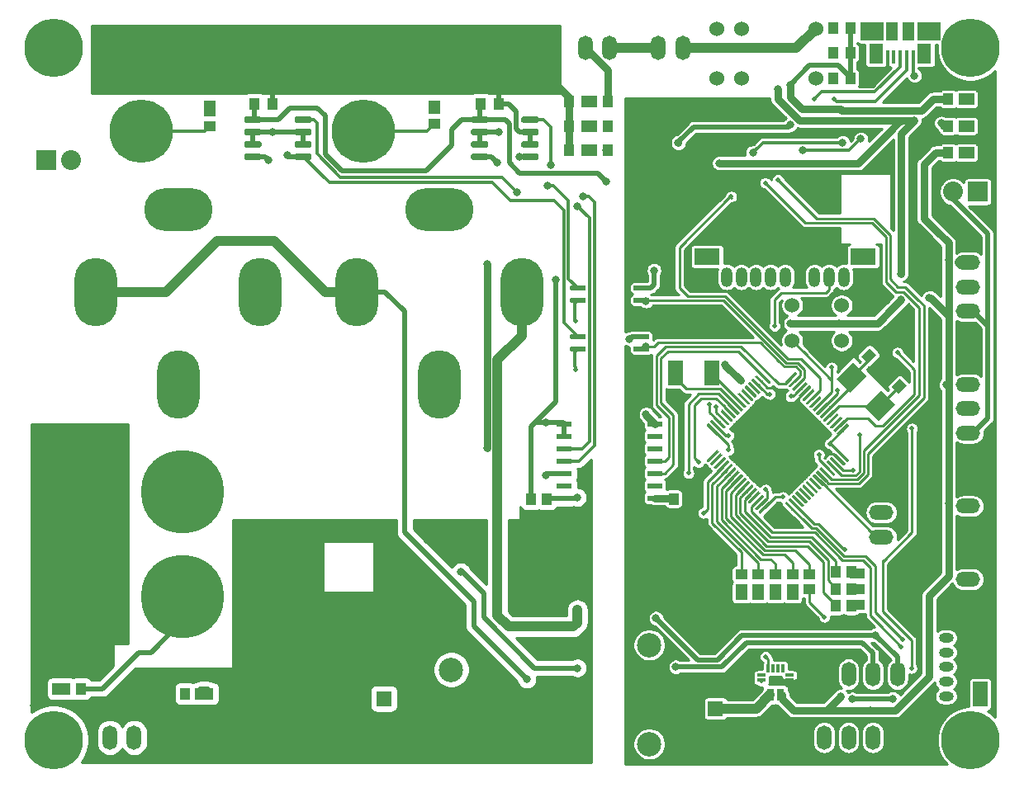
<source format=gbr>
G04 #@! TF.GenerationSoftware,KiCad,Pcbnew,(5.1.5)-3*
G04 #@! TF.CreationDate,2020-03-05T06:05:09+09:00*
G04 #@! TF.ProjectId,Electricity_Manager_40W,456c6563-7472-4696-9369-74795f4d616e,rev?*
G04 #@! TF.SameCoordinates,Original*
G04 #@! TF.FileFunction,Copper,L1,Top*
G04 #@! TF.FilePolarity,Positive*
%FSLAX46Y46*%
G04 Gerber Fmt 4.6, Leading zero omitted, Abs format (unit mm)*
G04 Created by KiCad (PCBNEW (5.1.5)-3) date 2020-03-05 06:05:09*
%MOMM*%
%LPD*%
G04 APERTURE LIST*
%ADD10C,1.524000*%
%ADD11C,0.100000*%
%ADD12R,1.000000X1.200000*%
%ADD13R,1.200000X1.000000*%
%ADD14C,6.500000*%
%ADD15R,2.032000X2.032000*%
%ADD16O,2.032000X2.032000*%
%ADD17O,2.500000X1.500000*%
%ADD18O,1.500000X2.500000*%
%ADD19C,8.500000*%
%ADD20R,1.500000X2.600000*%
%ADD21O,1.524000X1.000000*%
%ADD22C,4.500880*%
%ADD23R,1.500000X0.600000*%
%ADD24R,1.175000X1.900000*%
%ADD25R,2.375000X1.900000*%
%ADD26R,1.475000X2.100000*%
%ADD27R,0.450000X1.380000*%
%ADD28R,1.500000X1.000000*%
%ADD29O,1.200000X2.000000*%
%ADD30R,2.600000X1.700000*%
%ADD31C,2.500000*%
%ADD32O,4.400000X7.000000*%
%ADD33O,7.000000X4.400000*%
%ADD34R,0.400000X1.300000*%
%ADD35R,0.850000X0.300000*%
%ADD36R,0.300000X0.850000*%
%ADD37R,1.600000X1.600000*%
%ADD38C,1.600000*%
%ADD39C,6.000000*%
%ADD40C,0.800000*%
%ADD41C,0.500000*%
%ADD42C,0.250000*%
%ADD43C,0.300000*%
%ADD44C,1.000000*%
%ADD45C,0.800000*%
%ADD46C,0.500000*%
%ADD47C,0.254000*%
G04 APERTURE END LIST*
D10*
X131790000Y-127400000D03*
X129250000Y-127400000D03*
X126710000Y-127400000D03*
G04 #@! TA.AperFunction,SMDPad,CuDef*
D11*
G36*
X133800432Y-132648960D02*
G01*
X134648960Y-131800432D01*
X135356066Y-132507538D01*
X134507538Y-133356066D01*
X133800432Y-132648960D01*
G37*
G04 #@! TD.AperFunction*
G04 #@! TA.AperFunction,SMDPad,CuDef*
G36*
X135129792Y-133978320D02*
G01*
X135978320Y-133129792D01*
X136685426Y-133836898D01*
X135836898Y-134685426D01*
X135129792Y-133978320D01*
G37*
G04 #@! TD.AperFunction*
G04 #@! TA.AperFunction,SMDPad,CuDef*
G36*
X134356066Y-134659010D02*
G01*
X132659010Y-136356066D01*
X131244796Y-134941852D01*
X132941852Y-133244796D01*
X134356066Y-134659010D01*
G37*
G04 #@! TD.AperFunction*
G04 #@! TA.AperFunction,SMDPad,CuDef*
G36*
X137255204Y-137558148D02*
G01*
X135558148Y-139255204D01*
X134143934Y-137840990D01*
X135840990Y-136143934D01*
X137255204Y-137558148D01*
G37*
G04 #@! TD.AperFunction*
D12*
X131220000Y-156500000D03*
X132780000Y-156500000D03*
X132750000Y-158250000D03*
X131190000Y-158250000D03*
X132780000Y-154750000D03*
X131220000Y-154750000D03*
D13*
X123250000Y-158910000D03*
X123250000Y-157150000D03*
D14*
X82750000Y-102500000D03*
X82750000Y-109500000D03*
X60000000Y-109500000D03*
X60000000Y-102500000D03*
D12*
X116430000Y-147250000D03*
X114550000Y-147250000D03*
D15*
X145750000Y-115750000D03*
D16*
X143210000Y-115750000D03*
D17*
X144750000Y-128000000D03*
X144750000Y-125500000D03*
X144750000Y-123000000D03*
X144750000Y-120500000D03*
D18*
X59250000Y-171750000D03*
X56750000Y-171750000D03*
D19*
X53250000Y-157250000D03*
X64250000Y-157250000D03*
X64250000Y-146500000D03*
X53250000Y-146500000D03*
D20*
X146000000Y-161700000D03*
X146000000Y-167300000D03*
D21*
X142500000Y-160000000D03*
X142500000Y-161500000D03*
X142500000Y-163000000D03*
X142500000Y-164500000D03*
X142500000Y-166000000D03*
X142500000Y-167500000D03*
G04 #@! TA.AperFunction,SMDPad,CuDef*
D11*
G36*
X138449568Y-135601040D02*
G01*
X137601040Y-136449568D01*
X136893934Y-135742462D01*
X137742462Y-134893934D01*
X138449568Y-135601040D01*
G37*
G04 #@! TD.AperFunction*
G04 #@! TA.AperFunction,SMDPad,CuDef*
G36*
X137120208Y-134271680D02*
G01*
X136271680Y-135120208D01*
X135564574Y-134413102D01*
X136413102Y-133564574D01*
X137120208Y-134271680D01*
G37*
G04 #@! TD.AperFunction*
D12*
X144870000Y-111750000D03*
X146630000Y-111750000D03*
X146630000Y-109000000D03*
X144870000Y-109000000D03*
X144870000Y-106250000D03*
X146630000Y-106250000D03*
D13*
X121500000Y-157150000D03*
X121500000Y-158910000D03*
X125000000Y-157150000D03*
X125000000Y-158910000D03*
X126750000Y-158910000D03*
X126750000Y-157150000D03*
D12*
X51380000Y-166750000D03*
X49620000Y-166750000D03*
X66870000Y-167250000D03*
X68630000Y-167250000D03*
D13*
X67000000Y-105120000D03*
X67000000Y-106880000D03*
X90000000Y-106880000D03*
X90000000Y-105120000D03*
D12*
X103860000Y-108990000D03*
X105620000Y-108990000D03*
X103860000Y-106490000D03*
X105620000Y-106490000D03*
X103860000Y-111490000D03*
X105620000Y-111490000D03*
D15*
X50250000Y-112500000D03*
D16*
X52790000Y-112500000D03*
D18*
X137500000Y-165250000D03*
X135000000Y-165250000D03*
X132500000Y-165250000D03*
X130000000Y-165250000D03*
D17*
X144750000Y-153000000D03*
X144750000Y-155500000D03*
X144750000Y-148000000D03*
X144750000Y-145500000D03*
D18*
X108000000Y-101000000D03*
X105500000Y-101000000D03*
X113000000Y-101000000D03*
X115500000Y-101000000D03*
D22*
X99000000Y-101500000D03*
D12*
X142720000Y-111750000D03*
X144280000Y-111750000D03*
X144280000Y-109000000D03*
X142720000Y-109000000D03*
X142720000Y-106250000D03*
X144280000Y-106250000D03*
D13*
X121500000Y-156560000D03*
X121500000Y-155000000D03*
X123250000Y-155000000D03*
X123250000Y-156560000D03*
X125000000Y-156560000D03*
X125000000Y-155000000D03*
X126750000Y-155000000D03*
X126750000Y-156560000D03*
X128500000Y-156530000D03*
X128500000Y-154970000D03*
D12*
X101530000Y-147250000D03*
X99970000Y-147250000D03*
X52220000Y-166750000D03*
X53780000Y-166750000D03*
X64470000Y-167250000D03*
X66030000Y-167250000D03*
D13*
X67000000Y-107470000D03*
X67000000Y-109030000D03*
X90000000Y-108780000D03*
X90000000Y-107220000D03*
D12*
X106220000Y-108990000D03*
X107780000Y-108990000D03*
X107780000Y-106490000D03*
X106220000Y-106490000D03*
X107780000Y-111490000D03*
X106220000Y-111490000D03*
D17*
X144750000Y-140500000D03*
X144750000Y-138000000D03*
X144750000Y-135500000D03*
X144750000Y-133000000D03*
D23*
X103350000Y-139555000D03*
X103350000Y-140825000D03*
X103350000Y-142095000D03*
X103350000Y-143365000D03*
X103350000Y-144635000D03*
X103350000Y-145905000D03*
X103350000Y-147175000D03*
X103350000Y-148445000D03*
X112650000Y-148445000D03*
X112650000Y-147175000D03*
X112650000Y-145905000D03*
X112650000Y-144635000D03*
X112650000Y-143365000D03*
X112650000Y-142095000D03*
X112650000Y-140825000D03*
X112650000Y-139555000D03*
D18*
X130000000Y-171750000D03*
X132500000Y-171750000D03*
X135000000Y-171750000D03*
X137500000Y-171750000D03*
D12*
X130920000Y-104100000D03*
X132680000Y-104100000D03*
X132680000Y-101500000D03*
X130920000Y-101500000D03*
X130920000Y-98950000D03*
X132680000Y-98950000D03*
D10*
X129160000Y-99000000D03*
X129160000Y-104080000D03*
X121540000Y-99000000D03*
X121540000Y-104080000D03*
X119000000Y-104080000D03*
X119000000Y-99000000D03*
D24*
X136960000Y-99250000D03*
X138640000Y-99250000D03*
D25*
X134890000Y-99250000D03*
X140710000Y-99250000D03*
D26*
X135337500Y-101550000D03*
X140262500Y-101550000D03*
D27*
X136500000Y-101910000D03*
X137150000Y-101910000D03*
X137800000Y-101910000D03*
X138450000Y-101910000D03*
X139100000Y-101910000D03*
D10*
X131790000Y-131000000D03*
X129250000Y-131000000D03*
X126710000Y-131000000D03*
D20*
X114750000Y-134300000D03*
X114750000Y-128700000D03*
X118500000Y-128700000D03*
X118500000Y-134300000D03*
D28*
X138400000Y-154900000D03*
X138400000Y-156500000D03*
X138400000Y-158100000D03*
X133400000Y-158100000D03*
X133400000Y-156500000D03*
X133400000Y-154900000D03*
D29*
X132000000Y-124500000D03*
X130500000Y-124500000D03*
X129000000Y-124500000D03*
X127500000Y-124500000D03*
X126000000Y-124500000D03*
X124500000Y-124500000D03*
X123000000Y-124500000D03*
X121500000Y-124500000D03*
X120000000Y-124500000D03*
D30*
X134000000Y-122400000D03*
X118000000Y-122400000D03*
G04 #@! TA.AperFunction,SMDPad,CuDef*
D11*
G36*
X132363774Y-139516172D02*
G01*
X132371055Y-139517252D01*
X132378194Y-139519040D01*
X132385124Y-139521520D01*
X132391778Y-139524667D01*
X132398091Y-139528451D01*
X132404002Y-139532835D01*
X132409456Y-139537778D01*
X132515522Y-139643844D01*
X132520465Y-139649298D01*
X132524849Y-139655209D01*
X132528633Y-139661522D01*
X132531780Y-139668176D01*
X132534260Y-139675106D01*
X132536048Y-139682245D01*
X132537128Y-139689526D01*
X132537489Y-139696877D01*
X132537128Y-139704228D01*
X132536048Y-139711509D01*
X132534260Y-139718648D01*
X132531780Y-139725578D01*
X132528633Y-139732232D01*
X132524849Y-139738545D01*
X132520465Y-139744456D01*
X132515522Y-139749910D01*
X131525572Y-140739860D01*
X131520118Y-140744803D01*
X131514207Y-140749187D01*
X131507894Y-140752971D01*
X131501240Y-140756118D01*
X131494310Y-140758598D01*
X131487171Y-140760386D01*
X131479890Y-140761466D01*
X131472539Y-140761827D01*
X131465188Y-140761466D01*
X131457907Y-140760386D01*
X131450768Y-140758598D01*
X131443838Y-140756118D01*
X131437184Y-140752971D01*
X131430871Y-140749187D01*
X131424960Y-140744803D01*
X131419506Y-140739860D01*
X131313440Y-140633794D01*
X131308497Y-140628340D01*
X131304113Y-140622429D01*
X131300329Y-140616116D01*
X131297182Y-140609462D01*
X131294702Y-140602532D01*
X131292914Y-140595393D01*
X131291834Y-140588112D01*
X131291473Y-140580761D01*
X131291834Y-140573410D01*
X131292914Y-140566129D01*
X131294702Y-140558990D01*
X131297182Y-140552060D01*
X131300329Y-140545406D01*
X131304113Y-140539093D01*
X131308497Y-140533182D01*
X131313440Y-140527728D01*
X132303390Y-139537778D01*
X132308844Y-139532835D01*
X132314755Y-139528451D01*
X132321068Y-139524667D01*
X132327722Y-139521520D01*
X132334652Y-139519040D01*
X132341791Y-139517252D01*
X132349072Y-139516172D01*
X132356423Y-139515811D01*
X132363774Y-139516172D01*
G37*
G04 #@! TD.AperFunction*
G04 #@! TA.AperFunction,SMDPad,CuDef*
G36*
X132010221Y-139162619D02*
G01*
X132017502Y-139163699D01*
X132024641Y-139165487D01*
X132031571Y-139167967D01*
X132038225Y-139171114D01*
X132044538Y-139174898D01*
X132050449Y-139179282D01*
X132055903Y-139184225D01*
X132161969Y-139290291D01*
X132166912Y-139295745D01*
X132171296Y-139301656D01*
X132175080Y-139307969D01*
X132178227Y-139314623D01*
X132180707Y-139321553D01*
X132182495Y-139328692D01*
X132183575Y-139335973D01*
X132183936Y-139343324D01*
X132183575Y-139350675D01*
X132182495Y-139357956D01*
X132180707Y-139365095D01*
X132178227Y-139372025D01*
X132175080Y-139378679D01*
X132171296Y-139384992D01*
X132166912Y-139390903D01*
X132161969Y-139396357D01*
X131172019Y-140386307D01*
X131166565Y-140391250D01*
X131160654Y-140395634D01*
X131154341Y-140399418D01*
X131147687Y-140402565D01*
X131140757Y-140405045D01*
X131133618Y-140406833D01*
X131126337Y-140407913D01*
X131118986Y-140408274D01*
X131111635Y-140407913D01*
X131104354Y-140406833D01*
X131097215Y-140405045D01*
X131090285Y-140402565D01*
X131083631Y-140399418D01*
X131077318Y-140395634D01*
X131071407Y-140391250D01*
X131065953Y-140386307D01*
X130959887Y-140280241D01*
X130954944Y-140274787D01*
X130950560Y-140268876D01*
X130946776Y-140262563D01*
X130943629Y-140255909D01*
X130941149Y-140248979D01*
X130939361Y-140241840D01*
X130938281Y-140234559D01*
X130937920Y-140227208D01*
X130938281Y-140219857D01*
X130939361Y-140212576D01*
X130941149Y-140205437D01*
X130943629Y-140198507D01*
X130946776Y-140191853D01*
X130950560Y-140185540D01*
X130954944Y-140179629D01*
X130959887Y-140174175D01*
X131949837Y-139184225D01*
X131955291Y-139179282D01*
X131961202Y-139174898D01*
X131967515Y-139171114D01*
X131974169Y-139167967D01*
X131981099Y-139165487D01*
X131988238Y-139163699D01*
X131995519Y-139162619D01*
X132002870Y-139162258D01*
X132010221Y-139162619D01*
G37*
G04 #@! TD.AperFunction*
G04 #@! TA.AperFunction,SMDPad,CuDef*
G36*
X131656668Y-138809066D02*
G01*
X131663949Y-138810146D01*
X131671088Y-138811934D01*
X131678018Y-138814414D01*
X131684672Y-138817561D01*
X131690985Y-138821345D01*
X131696896Y-138825729D01*
X131702350Y-138830672D01*
X131808416Y-138936738D01*
X131813359Y-138942192D01*
X131817743Y-138948103D01*
X131821527Y-138954416D01*
X131824674Y-138961070D01*
X131827154Y-138968000D01*
X131828942Y-138975139D01*
X131830022Y-138982420D01*
X131830383Y-138989771D01*
X131830022Y-138997122D01*
X131828942Y-139004403D01*
X131827154Y-139011542D01*
X131824674Y-139018472D01*
X131821527Y-139025126D01*
X131817743Y-139031439D01*
X131813359Y-139037350D01*
X131808416Y-139042804D01*
X130818466Y-140032754D01*
X130813012Y-140037697D01*
X130807101Y-140042081D01*
X130800788Y-140045865D01*
X130794134Y-140049012D01*
X130787204Y-140051492D01*
X130780065Y-140053280D01*
X130772784Y-140054360D01*
X130765433Y-140054721D01*
X130758082Y-140054360D01*
X130750801Y-140053280D01*
X130743662Y-140051492D01*
X130736732Y-140049012D01*
X130730078Y-140045865D01*
X130723765Y-140042081D01*
X130717854Y-140037697D01*
X130712400Y-140032754D01*
X130606334Y-139926688D01*
X130601391Y-139921234D01*
X130597007Y-139915323D01*
X130593223Y-139909010D01*
X130590076Y-139902356D01*
X130587596Y-139895426D01*
X130585808Y-139888287D01*
X130584728Y-139881006D01*
X130584367Y-139873655D01*
X130584728Y-139866304D01*
X130585808Y-139859023D01*
X130587596Y-139851884D01*
X130590076Y-139844954D01*
X130593223Y-139838300D01*
X130597007Y-139831987D01*
X130601391Y-139826076D01*
X130606334Y-139820622D01*
X131596284Y-138830672D01*
X131601738Y-138825729D01*
X131607649Y-138821345D01*
X131613962Y-138817561D01*
X131620616Y-138814414D01*
X131627546Y-138811934D01*
X131634685Y-138810146D01*
X131641966Y-138809066D01*
X131649317Y-138808705D01*
X131656668Y-138809066D01*
G37*
G04 #@! TD.AperFunction*
G04 #@! TA.AperFunction,SMDPad,CuDef*
G36*
X131303114Y-138455512D02*
G01*
X131310395Y-138456592D01*
X131317534Y-138458380D01*
X131324464Y-138460860D01*
X131331118Y-138464007D01*
X131337431Y-138467791D01*
X131343342Y-138472175D01*
X131348796Y-138477118D01*
X131454862Y-138583184D01*
X131459805Y-138588638D01*
X131464189Y-138594549D01*
X131467973Y-138600862D01*
X131471120Y-138607516D01*
X131473600Y-138614446D01*
X131475388Y-138621585D01*
X131476468Y-138628866D01*
X131476829Y-138636217D01*
X131476468Y-138643568D01*
X131475388Y-138650849D01*
X131473600Y-138657988D01*
X131471120Y-138664918D01*
X131467973Y-138671572D01*
X131464189Y-138677885D01*
X131459805Y-138683796D01*
X131454862Y-138689250D01*
X130464912Y-139679200D01*
X130459458Y-139684143D01*
X130453547Y-139688527D01*
X130447234Y-139692311D01*
X130440580Y-139695458D01*
X130433650Y-139697938D01*
X130426511Y-139699726D01*
X130419230Y-139700806D01*
X130411879Y-139701167D01*
X130404528Y-139700806D01*
X130397247Y-139699726D01*
X130390108Y-139697938D01*
X130383178Y-139695458D01*
X130376524Y-139692311D01*
X130370211Y-139688527D01*
X130364300Y-139684143D01*
X130358846Y-139679200D01*
X130252780Y-139573134D01*
X130247837Y-139567680D01*
X130243453Y-139561769D01*
X130239669Y-139555456D01*
X130236522Y-139548802D01*
X130234042Y-139541872D01*
X130232254Y-139534733D01*
X130231174Y-139527452D01*
X130230813Y-139520101D01*
X130231174Y-139512750D01*
X130232254Y-139505469D01*
X130234042Y-139498330D01*
X130236522Y-139491400D01*
X130239669Y-139484746D01*
X130243453Y-139478433D01*
X130247837Y-139472522D01*
X130252780Y-139467068D01*
X131242730Y-138477118D01*
X131248184Y-138472175D01*
X131254095Y-138467791D01*
X131260408Y-138464007D01*
X131267062Y-138460860D01*
X131273992Y-138458380D01*
X131281131Y-138456592D01*
X131288412Y-138455512D01*
X131295763Y-138455151D01*
X131303114Y-138455512D01*
G37*
G04 #@! TD.AperFunction*
G04 #@! TA.AperFunction,SMDPad,CuDef*
G36*
X130949561Y-138101959D02*
G01*
X130956842Y-138103039D01*
X130963981Y-138104827D01*
X130970911Y-138107307D01*
X130977565Y-138110454D01*
X130983878Y-138114238D01*
X130989789Y-138118622D01*
X130995243Y-138123565D01*
X131101309Y-138229631D01*
X131106252Y-138235085D01*
X131110636Y-138240996D01*
X131114420Y-138247309D01*
X131117567Y-138253963D01*
X131120047Y-138260893D01*
X131121835Y-138268032D01*
X131122915Y-138275313D01*
X131123276Y-138282664D01*
X131122915Y-138290015D01*
X131121835Y-138297296D01*
X131120047Y-138304435D01*
X131117567Y-138311365D01*
X131114420Y-138318019D01*
X131110636Y-138324332D01*
X131106252Y-138330243D01*
X131101309Y-138335697D01*
X130111359Y-139325647D01*
X130105905Y-139330590D01*
X130099994Y-139334974D01*
X130093681Y-139338758D01*
X130087027Y-139341905D01*
X130080097Y-139344385D01*
X130072958Y-139346173D01*
X130065677Y-139347253D01*
X130058326Y-139347614D01*
X130050975Y-139347253D01*
X130043694Y-139346173D01*
X130036555Y-139344385D01*
X130029625Y-139341905D01*
X130022971Y-139338758D01*
X130016658Y-139334974D01*
X130010747Y-139330590D01*
X130005293Y-139325647D01*
X129899227Y-139219581D01*
X129894284Y-139214127D01*
X129889900Y-139208216D01*
X129886116Y-139201903D01*
X129882969Y-139195249D01*
X129880489Y-139188319D01*
X129878701Y-139181180D01*
X129877621Y-139173899D01*
X129877260Y-139166548D01*
X129877621Y-139159197D01*
X129878701Y-139151916D01*
X129880489Y-139144777D01*
X129882969Y-139137847D01*
X129886116Y-139131193D01*
X129889900Y-139124880D01*
X129894284Y-139118969D01*
X129899227Y-139113515D01*
X130889177Y-138123565D01*
X130894631Y-138118622D01*
X130900542Y-138114238D01*
X130906855Y-138110454D01*
X130913509Y-138107307D01*
X130920439Y-138104827D01*
X130927578Y-138103039D01*
X130934859Y-138101959D01*
X130942210Y-138101598D01*
X130949561Y-138101959D01*
G37*
G04 #@! TD.AperFunction*
G04 #@! TA.AperFunction,SMDPad,CuDef*
G36*
X130596007Y-137748405D02*
G01*
X130603288Y-137749485D01*
X130610427Y-137751273D01*
X130617357Y-137753753D01*
X130624011Y-137756900D01*
X130630324Y-137760684D01*
X130636235Y-137765068D01*
X130641689Y-137770011D01*
X130747755Y-137876077D01*
X130752698Y-137881531D01*
X130757082Y-137887442D01*
X130760866Y-137893755D01*
X130764013Y-137900409D01*
X130766493Y-137907339D01*
X130768281Y-137914478D01*
X130769361Y-137921759D01*
X130769722Y-137929110D01*
X130769361Y-137936461D01*
X130768281Y-137943742D01*
X130766493Y-137950881D01*
X130764013Y-137957811D01*
X130760866Y-137964465D01*
X130757082Y-137970778D01*
X130752698Y-137976689D01*
X130747755Y-137982143D01*
X129757805Y-138972093D01*
X129752351Y-138977036D01*
X129746440Y-138981420D01*
X129740127Y-138985204D01*
X129733473Y-138988351D01*
X129726543Y-138990831D01*
X129719404Y-138992619D01*
X129712123Y-138993699D01*
X129704772Y-138994060D01*
X129697421Y-138993699D01*
X129690140Y-138992619D01*
X129683001Y-138990831D01*
X129676071Y-138988351D01*
X129669417Y-138985204D01*
X129663104Y-138981420D01*
X129657193Y-138977036D01*
X129651739Y-138972093D01*
X129545673Y-138866027D01*
X129540730Y-138860573D01*
X129536346Y-138854662D01*
X129532562Y-138848349D01*
X129529415Y-138841695D01*
X129526935Y-138834765D01*
X129525147Y-138827626D01*
X129524067Y-138820345D01*
X129523706Y-138812994D01*
X129524067Y-138805643D01*
X129525147Y-138798362D01*
X129526935Y-138791223D01*
X129529415Y-138784293D01*
X129532562Y-138777639D01*
X129536346Y-138771326D01*
X129540730Y-138765415D01*
X129545673Y-138759961D01*
X130535623Y-137770011D01*
X130541077Y-137765068D01*
X130546988Y-137760684D01*
X130553301Y-137756900D01*
X130559955Y-137753753D01*
X130566885Y-137751273D01*
X130574024Y-137749485D01*
X130581305Y-137748405D01*
X130588656Y-137748044D01*
X130596007Y-137748405D01*
G37*
G04 #@! TD.AperFunction*
G04 #@! TA.AperFunction,SMDPad,CuDef*
G36*
X130242454Y-137394852D02*
G01*
X130249735Y-137395932D01*
X130256874Y-137397720D01*
X130263804Y-137400200D01*
X130270458Y-137403347D01*
X130276771Y-137407131D01*
X130282682Y-137411515D01*
X130288136Y-137416458D01*
X130394202Y-137522524D01*
X130399145Y-137527978D01*
X130403529Y-137533889D01*
X130407313Y-137540202D01*
X130410460Y-137546856D01*
X130412940Y-137553786D01*
X130414728Y-137560925D01*
X130415808Y-137568206D01*
X130416169Y-137575557D01*
X130415808Y-137582908D01*
X130414728Y-137590189D01*
X130412940Y-137597328D01*
X130410460Y-137604258D01*
X130407313Y-137610912D01*
X130403529Y-137617225D01*
X130399145Y-137623136D01*
X130394202Y-137628590D01*
X129404252Y-138618540D01*
X129398798Y-138623483D01*
X129392887Y-138627867D01*
X129386574Y-138631651D01*
X129379920Y-138634798D01*
X129372990Y-138637278D01*
X129365851Y-138639066D01*
X129358570Y-138640146D01*
X129351219Y-138640507D01*
X129343868Y-138640146D01*
X129336587Y-138639066D01*
X129329448Y-138637278D01*
X129322518Y-138634798D01*
X129315864Y-138631651D01*
X129309551Y-138627867D01*
X129303640Y-138623483D01*
X129298186Y-138618540D01*
X129192120Y-138512474D01*
X129187177Y-138507020D01*
X129182793Y-138501109D01*
X129179009Y-138494796D01*
X129175862Y-138488142D01*
X129173382Y-138481212D01*
X129171594Y-138474073D01*
X129170514Y-138466792D01*
X129170153Y-138459441D01*
X129170514Y-138452090D01*
X129171594Y-138444809D01*
X129173382Y-138437670D01*
X129175862Y-138430740D01*
X129179009Y-138424086D01*
X129182793Y-138417773D01*
X129187177Y-138411862D01*
X129192120Y-138406408D01*
X130182070Y-137416458D01*
X130187524Y-137411515D01*
X130193435Y-137407131D01*
X130199748Y-137403347D01*
X130206402Y-137400200D01*
X130213332Y-137397720D01*
X130220471Y-137395932D01*
X130227752Y-137394852D01*
X130235103Y-137394491D01*
X130242454Y-137394852D01*
G37*
G04 #@! TD.AperFunction*
G04 #@! TA.AperFunction,SMDPad,CuDef*
G36*
X129888901Y-137041299D02*
G01*
X129896182Y-137042379D01*
X129903321Y-137044167D01*
X129910251Y-137046647D01*
X129916905Y-137049794D01*
X129923218Y-137053578D01*
X129929129Y-137057962D01*
X129934583Y-137062905D01*
X130040649Y-137168971D01*
X130045592Y-137174425D01*
X130049976Y-137180336D01*
X130053760Y-137186649D01*
X130056907Y-137193303D01*
X130059387Y-137200233D01*
X130061175Y-137207372D01*
X130062255Y-137214653D01*
X130062616Y-137222004D01*
X130062255Y-137229355D01*
X130061175Y-137236636D01*
X130059387Y-137243775D01*
X130056907Y-137250705D01*
X130053760Y-137257359D01*
X130049976Y-137263672D01*
X130045592Y-137269583D01*
X130040649Y-137275037D01*
X129050699Y-138264987D01*
X129045245Y-138269930D01*
X129039334Y-138274314D01*
X129033021Y-138278098D01*
X129026367Y-138281245D01*
X129019437Y-138283725D01*
X129012298Y-138285513D01*
X129005017Y-138286593D01*
X128997666Y-138286954D01*
X128990315Y-138286593D01*
X128983034Y-138285513D01*
X128975895Y-138283725D01*
X128968965Y-138281245D01*
X128962311Y-138278098D01*
X128955998Y-138274314D01*
X128950087Y-138269930D01*
X128944633Y-138264987D01*
X128838567Y-138158921D01*
X128833624Y-138153467D01*
X128829240Y-138147556D01*
X128825456Y-138141243D01*
X128822309Y-138134589D01*
X128819829Y-138127659D01*
X128818041Y-138120520D01*
X128816961Y-138113239D01*
X128816600Y-138105888D01*
X128816961Y-138098537D01*
X128818041Y-138091256D01*
X128819829Y-138084117D01*
X128822309Y-138077187D01*
X128825456Y-138070533D01*
X128829240Y-138064220D01*
X128833624Y-138058309D01*
X128838567Y-138052855D01*
X129828517Y-137062905D01*
X129833971Y-137057962D01*
X129839882Y-137053578D01*
X129846195Y-137049794D01*
X129852849Y-137046647D01*
X129859779Y-137044167D01*
X129866918Y-137042379D01*
X129874199Y-137041299D01*
X129881550Y-137040938D01*
X129888901Y-137041299D01*
G37*
G04 #@! TD.AperFunction*
G04 #@! TA.AperFunction,SMDPad,CuDef*
G36*
X129535347Y-136687745D02*
G01*
X129542628Y-136688825D01*
X129549767Y-136690613D01*
X129556697Y-136693093D01*
X129563351Y-136696240D01*
X129569664Y-136700024D01*
X129575575Y-136704408D01*
X129581029Y-136709351D01*
X129687095Y-136815417D01*
X129692038Y-136820871D01*
X129696422Y-136826782D01*
X129700206Y-136833095D01*
X129703353Y-136839749D01*
X129705833Y-136846679D01*
X129707621Y-136853818D01*
X129708701Y-136861099D01*
X129709062Y-136868450D01*
X129708701Y-136875801D01*
X129707621Y-136883082D01*
X129705833Y-136890221D01*
X129703353Y-136897151D01*
X129700206Y-136903805D01*
X129696422Y-136910118D01*
X129692038Y-136916029D01*
X129687095Y-136921483D01*
X128697145Y-137911433D01*
X128691691Y-137916376D01*
X128685780Y-137920760D01*
X128679467Y-137924544D01*
X128672813Y-137927691D01*
X128665883Y-137930171D01*
X128658744Y-137931959D01*
X128651463Y-137933039D01*
X128644112Y-137933400D01*
X128636761Y-137933039D01*
X128629480Y-137931959D01*
X128622341Y-137930171D01*
X128615411Y-137927691D01*
X128608757Y-137924544D01*
X128602444Y-137920760D01*
X128596533Y-137916376D01*
X128591079Y-137911433D01*
X128485013Y-137805367D01*
X128480070Y-137799913D01*
X128475686Y-137794002D01*
X128471902Y-137787689D01*
X128468755Y-137781035D01*
X128466275Y-137774105D01*
X128464487Y-137766966D01*
X128463407Y-137759685D01*
X128463046Y-137752334D01*
X128463407Y-137744983D01*
X128464487Y-137737702D01*
X128466275Y-137730563D01*
X128468755Y-137723633D01*
X128471902Y-137716979D01*
X128475686Y-137710666D01*
X128480070Y-137704755D01*
X128485013Y-137699301D01*
X129474963Y-136709351D01*
X129480417Y-136704408D01*
X129486328Y-136700024D01*
X129492641Y-136696240D01*
X129499295Y-136693093D01*
X129506225Y-136690613D01*
X129513364Y-136688825D01*
X129520645Y-136687745D01*
X129527996Y-136687384D01*
X129535347Y-136687745D01*
G37*
G04 #@! TD.AperFunction*
G04 #@! TA.AperFunction,SMDPad,CuDef*
G36*
X129181794Y-136334192D02*
G01*
X129189075Y-136335272D01*
X129196214Y-136337060D01*
X129203144Y-136339540D01*
X129209798Y-136342687D01*
X129216111Y-136346471D01*
X129222022Y-136350855D01*
X129227476Y-136355798D01*
X129333542Y-136461864D01*
X129338485Y-136467318D01*
X129342869Y-136473229D01*
X129346653Y-136479542D01*
X129349800Y-136486196D01*
X129352280Y-136493126D01*
X129354068Y-136500265D01*
X129355148Y-136507546D01*
X129355509Y-136514897D01*
X129355148Y-136522248D01*
X129354068Y-136529529D01*
X129352280Y-136536668D01*
X129349800Y-136543598D01*
X129346653Y-136550252D01*
X129342869Y-136556565D01*
X129338485Y-136562476D01*
X129333542Y-136567930D01*
X128343592Y-137557880D01*
X128338138Y-137562823D01*
X128332227Y-137567207D01*
X128325914Y-137570991D01*
X128319260Y-137574138D01*
X128312330Y-137576618D01*
X128305191Y-137578406D01*
X128297910Y-137579486D01*
X128290559Y-137579847D01*
X128283208Y-137579486D01*
X128275927Y-137578406D01*
X128268788Y-137576618D01*
X128261858Y-137574138D01*
X128255204Y-137570991D01*
X128248891Y-137567207D01*
X128242980Y-137562823D01*
X128237526Y-137557880D01*
X128131460Y-137451814D01*
X128126517Y-137446360D01*
X128122133Y-137440449D01*
X128118349Y-137434136D01*
X128115202Y-137427482D01*
X128112722Y-137420552D01*
X128110934Y-137413413D01*
X128109854Y-137406132D01*
X128109493Y-137398781D01*
X128109854Y-137391430D01*
X128110934Y-137384149D01*
X128112722Y-137377010D01*
X128115202Y-137370080D01*
X128118349Y-137363426D01*
X128122133Y-137357113D01*
X128126517Y-137351202D01*
X128131460Y-137345748D01*
X129121410Y-136355798D01*
X129126864Y-136350855D01*
X129132775Y-136346471D01*
X129139088Y-136342687D01*
X129145742Y-136339540D01*
X129152672Y-136337060D01*
X129159811Y-136335272D01*
X129167092Y-136334192D01*
X129174443Y-136333831D01*
X129181794Y-136334192D01*
G37*
G04 #@! TD.AperFunction*
G04 #@! TA.AperFunction,SMDPad,CuDef*
G36*
X128828241Y-135980639D02*
G01*
X128835522Y-135981719D01*
X128842661Y-135983507D01*
X128849591Y-135985987D01*
X128856245Y-135989134D01*
X128862558Y-135992918D01*
X128868469Y-135997302D01*
X128873923Y-136002245D01*
X128979989Y-136108311D01*
X128984932Y-136113765D01*
X128989316Y-136119676D01*
X128993100Y-136125989D01*
X128996247Y-136132643D01*
X128998727Y-136139573D01*
X129000515Y-136146712D01*
X129001595Y-136153993D01*
X129001956Y-136161344D01*
X129001595Y-136168695D01*
X129000515Y-136175976D01*
X128998727Y-136183115D01*
X128996247Y-136190045D01*
X128993100Y-136196699D01*
X128989316Y-136203012D01*
X128984932Y-136208923D01*
X128979989Y-136214377D01*
X127990039Y-137204327D01*
X127984585Y-137209270D01*
X127978674Y-137213654D01*
X127972361Y-137217438D01*
X127965707Y-137220585D01*
X127958777Y-137223065D01*
X127951638Y-137224853D01*
X127944357Y-137225933D01*
X127937006Y-137226294D01*
X127929655Y-137225933D01*
X127922374Y-137224853D01*
X127915235Y-137223065D01*
X127908305Y-137220585D01*
X127901651Y-137217438D01*
X127895338Y-137213654D01*
X127889427Y-137209270D01*
X127883973Y-137204327D01*
X127777907Y-137098261D01*
X127772964Y-137092807D01*
X127768580Y-137086896D01*
X127764796Y-137080583D01*
X127761649Y-137073929D01*
X127759169Y-137066999D01*
X127757381Y-137059860D01*
X127756301Y-137052579D01*
X127755940Y-137045228D01*
X127756301Y-137037877D01*
X127757381Y-137030596D01*
X127759169Y-137023457D01*
X127761649Y-137016527D01*
X127764796Y-137009873D01*
X127768580Y-137003560D01*
X127772964Y-136997649D01*
X127777907Y-136992195D01*
X128767857Y-136002245D01*
X128773311Y-135997302D01*
X128779222Y-135992918D01*
X128785535Y-135989134D01*
X128792189Y-135985987D01*
X128799119Y-135983507D01*
X128806258Y-135981719D01*
X128813539Y-135980639D01*
X128820890Y-135980278D01*
X128828241Y-135980639D01*
G37*
G04 #@! TD.AperFunction*
G04 #@! TA.AperFunction,SMDPad,CuDef*
G36*
X128474687Y-135627085D02*
G01*
X128481968Y-135628165D01*
X128489107Y-135629953D01*
X128496037Y-135632433D01*
X128502691Y-135635580D01*
X128509004Y-135639364D01*
X128514915Y-135643748D01*
X128520369Y-135648691D01*
X128626435Y-135754757D01*
X128631378Y-135760211D01*
X128635762Y-135766122D01*
X128639546Y-135772435D01*
X128642693Y-135779089D01*
X128645173Y-135786019D01*
X128646961Y-135793158D01*
X128648041Y-135800439D01*
X128648402Y-135807790D01*
X128648041Y-135815141D01*
X128646961Y-135822422D01*
X128645173Y-135829561D01*
X128642693Y-135836491D01*
X128639546Y-135843145D01*
X128635762Y-135849458D01*
X128631378Y-135855369D01*
X128626435Y-135860823D01*
X127636485Y-136850773D01*
X127631031Y-136855716D01*
X127625120Y-136860100D01*
X127618807Y-136863884D01*
X127612153Y-136867031D01*
X127605223Y-136869511D01*
X127598084Y-136871299D01*
X127590803Y-136872379D01*
X127583452Y-136872740D01*
X127576101Y-136872379D01*
X127568820Y-136871299D01*
X127561681Y-136869511D01*
X127554751Y-136867031D01*
X127548097Y-136863884D01*
X127541784Y-136860100D01*
X127535873Y-136855716D01*
X127530419Y-136850773D01*
X127424353Y-136744707D01*
X127419410Y-136739253D01*
X127415026Y-136733342D01*
X127411242Y-136727029D01*
X127408095Y-136720375D01*
X127405615Y-136713445D01*
X127403827Y-136706306D01*
X127402747Y-136699025D01*
X127402386Y-136691674D01*
X127402747Y-136684323D01*
X127403827Y-136677042D01*
X127405615Y-136669903D01*
X127408095Y-136662973D01*
X127411242Y-136656319D01*
X127415026Y-136650006D01*
X127419410Y-136644095D01*
X127424353Y-136638641D01*
X128414303Y-135648691D01*
X128419757Y-135643748D01*
X128425668Y-135639364D01*
X128431981Y-135635580D01*
X128438635Y-135632433D01*
X128445565Y-135629953D01*
X128452704Y-135628165D01*
X128459985Y-135627085D01*
X128467336Y-135626724D01*
X128474687Y-135627085D01*
G37*
G04 #@! TD.AperFunction*
G04 #@! TA.AperFunction,SMDPad,CuDef*
G36*
X128121134Y-135273532D02*
G01*
X128128415Y-135274612D01*
X128135554Y-135276400D01*
X128142484Y-135278880D01*
X128149138Y-135282027D01*
X128155451Y-135285811D01*
X128161362Y-135290195D01*
X128166816Y-135295138D01*
X128272882Y-135401204D01*
X128277825Y-135406658D01*
X128282209Y-135412569D01*
X128285993Y-135418882D01*
X128289140Y-135425536D01*
X128291620Y-135432466D01*
X128293408Y-135439605D01*
X128294488Y-135446886D01*
X128294849Y-135454237D01*
X128294488Y-135461588D01*
X128293408Y-135468869D01*
X128291620Y-135476008D01*
X128289140Y-135482938D01*
X128285993Y-135489592D01*
X128282209Y-135495905D01*
X128277825Y-135501816D01*
X128272882Y-135507270D01*
X127282932Y-136497220D01*
X127277478Y-136502163D01*
X127271567Y-136506547D01*
X127265254Y-136510331D01*
X127258600Y-136513478D01*
X127251670Y-136515958D01*
X127244531Y-136517746D01*
X127237250Y-136518826D01*
X127229899Y-136519187D01*
X127222548Y-136518826D01*
X127215267Y-136517746D01*
X127208128Y-136515958D01*
X127201198Y-136513478D01*
X127194544Y-136510331D01*
X127188231Y-136506547D01*
X127182320Y-136502163D01*
X127176866Y-136497220D01*
X127070800Y-136391154D01*
X127065857Y-136385700D01*
X127061473Y-136379789D01*
X127057689Y-136373476D01*
X127054542Y-136366822D01*
X127052062Y-136359892D01*
X127050274Y-136352753D01*
X127049194Y-136345472D01*
X127048833Y-136338121D01*
X127049194Y-136330770D01*
X127050274Y-136323489D01*
X127052062Y-136316350D01*
X127054542Y-136309420D01*
X127057689Y-136302766D01*
X127061473Y-136296453D01*
X127065857Y-136290542D01*
X127070800Y-136285088D01*
X128060750Y-135295138D01*
X128066204Y-135290195D01*
X128072115Y-135285811D01*
X128078428Y-135282027D01*
X128085082Y-135278880D01*
X128092012Y-135276400D01*
X128099151Y-135274612D01*
X128106432Y-135273532D01*
X128113783Y-135273171D01*
X128121134Y-135273532D01*
G37*
G04 #@! TD.AperFunction*
G04 #@! TA.AperFunction,SMDPad,CuDef*
G36*
X127767580Y-134919978D02*
G01*
X127774861Y-134921058D01*
X127782000Y-134922846D01*
X127788930Y-134925326D01*
X127795584Y-134928473D01*
X127801897Y-134932257D01*
X127807808Y-134936641D01*
X127813262Y-134941584D01*
X127919328Y-135047650D01*
X127924271Y-135053104D01*
X127928655Y-135059015D01*
X127932439Y-135065328D01*
X127935586Y-135071982D01*
X127938066Y-135078912D01*
X127939854Y-135086051D01*
X127940934Y-135093332D01*
X127941295Y-135100683D01*
X127940934Y-135108034D01*
X127939854Y-135115315D01*
X127938066Y-135122454D01*
X127935586Y-135129384D01*
X127932439Y-135136038D01*
X127928655Y-135142351D01*
X127924271Y-135148262D01*
X127919328Y-135153716D01*
X126929378Y-136143666D01*
X126923924Y-136148609D01*
X126918013Y-136152993D01*
X126911700Y-136156777D01*
X126905046Y-136159924D01*
X126898116Y-136162404D01*
X126890977Y-136164192D01*
X126883696Y-136165272D01*
X126876345Y-136165633D01*
X126868994Y-136165272D01*
X126861713Y-136164192D01*
X126854574Y-136162404D01*
X126847644Y-136159924D01*
X126840990Y-136156777D01*
X126834677Y-136152993D01*
X126828766Y-136148609D01*
X126823312Y-136143666D01*
X126717246Y-136037600D01*
X126712303Y-136032146D01*
X126707919Y-136026235D01*
X126704135Y-136019922D01*
X126700988Y-136013268D01*
X126698508Y-136006338D01*
X126696720Y-135999199D01*
X126695640Y-135991918D01*
X126695279Y-135984567D01*
X126695640Y-135977216D01*
X126696720Y-135969935D01*
X126698508Y-135962796D01*
X126700988Y-135955866D01*
X126704135Y-135949212D01*
X126707919Y-135942899D01*
X126712303Y-135936988D01*
X126717246Y-135931534D01*
X127707196Y-134941584D01*
X127712650Y-134936641D01*
X127718561Y-134932257D01*
X127724874Y-134928473D01*
X127731528Y-134925326D01*
X127738458Y-134922846D01*
X127745597Y-134921058D01*
X127752878Y-134919978D01*
X127760229Y-134919617D01*
X127767580Y-134919978D01*
G37*
G04 #@! TD.AperFunction*
G04 #@! TA.AperFunction,SMDPad,CuDef*
G36*
X127414027Y-134566425D02*
G01*
X127421308Y-134567505D01*
X127428447Y-134569293D01*
X127435377Y-134571773D01*
X127442031Y-134574920D01*
X127448344Y-134578704D01*
X127454255Y-134583088D01*
X127459709Y-134588031D01*
X127565775Y-134694097D01*
X127570718Y-134699551D01*
X127575102Y-134705462D01*
X127578886Y-134711775D01*
X127582033Y-134718429D01*
X127584513Y-134725359D01*
X127586301Y-134732498D01*
X127587381Y-134739779D01*
X127587742Y-134747130D01*
X127587381Y-134754481D01*
X127586301Y-134761762D01*
X127584513Y-134768901D01*
X127582033Y-134775831D01*
X127578886Y-134782485D01*
X127575102Y-134788798D01*
X127570718Y-134794709D01*
X127565775Y-134800163D01*
X126575825Y-135790113D01*
X126570371Y-135795056D01*
X126564460Y-135799440D01*
X126558147Y-135803224D01*
X126551493Y-135806371D01*
X126544563Y-135808851D01*
X126537424Y-135810639D01*
X126530143Y-135811719D01*
X126522792Y-135812080D01*
X126515441Y-135811719D01*
X126508160Y-135810639D01*
X126501021Y-135808851D01*
X126494091Y-135806371D01*
X126487437Y-135803224D01*
X126481124Y-135799440D01*
X126475213Y-135795056D01*
X126469759Y-135790113D01*
X126363693Y-135684047D01*
X126358750Y-135678593D01*
X126354366Y-135672682D01*
X126350582Y-135666369D01*
X126347435Y-135659715D01*
X126344955Y-135652785D01*
X126343167Y-135645646D01*
X126342087Y-135638365D01*
X126341726Y-135631014D01*
X126342087Y-135623663D01*
X126343167Y-135616382D01*
X126344955Y-135609243D01*
X126347435Y-135602313D01*
X126350582Y-135595659D01*
X126354366Y-135589346D01*
X126358750Y-135583435D01*
X126363693Y-135577981D01*
X127353643Y-134588031D01*
X127359097Y-134583088D01*
X127365008Y-134578704D01*
X127371321Y-134574920D01*
X127377975Y-134571773D01*
X127384905Y-134569293D01*
X127392044Y-134567505D01*
X127399325Y-134566425D01*
X127406676Y-134566064D01*
X127414027Y-134566425D01*
G37*
G04 #@! TD.AperFunction*
G04 #@! TA.AperFunction,SMDPad,CuDef*
G36*
X127060474Y-134212872D02*
G01*
X127067755Y-134213952D01*
X127074894Y-134215740D01*
X127081824Y-134218220D01*
X127088478Y-134221367D01*
X127094791Y-134225151D01*
X127100702Y-134229535D01*
X127106156Y-134234478D01*
X127212222Y-134340544D01*
X127217165Y-134345998D01*
X127221549Y-134351909D01*
X127225333Y-134358222D01*
X127228480Y-134364876D01*
X127230960Y-134371806D01*
X127232748Y-134378945D01*
X127233828Y-134386226D01*
X127234189Y-134393577D01*
X127233828Y-134400928D01*
X127232748Y-134408209D01*
X127230960Y-134415348D01*
X127228480Y-134422278D01*
X127225333Y-134428932D01*
X127221549Y-134435245D01*
X127217165Y-134441156D01*
X127212222Y-134446610D01*
X126222272Y-135436560D01*
X126216818Y-135441503D01*
X126210907Y-135445887D01*
X126204594Y-135449671D01*
X126197940Y-135452818D01*
X126191010Y-135455298D01*
X126183871Y-135457086D01*
X126176590Y-135458166D01*
X126169239Y-135458527D01*
X126161888Y-135458166D01*
X126154607Y-135457086D01*
X126147468Y-135455298D01*
X126140538Y-135452818D01*
X126133884Y-135449671D01*
X126127571Y-135445887D01*
X126121660Y-135441503D01*
X126116206Y-135436560D01*
X126010140Y-135330494D01*
X126005197Y-135325040D01*
X126000813Y-135319129D01*
X125997029Y-135312816D01*
X125993882Y-135306162D01*
X125991402Y-135299232D01*
X125989614Y-135292093D01*
X125988534Y-135284812D01*
X125988173Y-135277461D01*
X125988534Y-135270110D01*
X125989614Y-135262829D01*
X125991402Y-135255690D01*
X125993882Y-135248760D01*
X125997029Y-135242106D01*
X126000813Y-135235793D01*
X126005197Y-135229882D01*
X126010140Y-135224428D01*
X127000090Y-134234478D01*
X127005544Y-134229535D01*
X127011455Y-134225151D01*
X127017768Y-134221367D01*
X127024422Y-134218220D01*
X127031352Y-134215740D01*
X127038491Y-134213952D01*
X127045772Y-134212872D01*
X127053123Y-134212511D01*
X127060474Y-134212872D01*
G37*
G04 #@! TD.AperFunction*
G04 #@! TA.AperFunction,SMDPad,CuDef*
G36*
X123454228Y-134212872D02*
G01*
X123461509Y-134213952D01*
X123468648Y-134215740D01*
X123475578Y-134218220D01*
X123482232Y-134221367D01*
X123488545Y-134225151D01*
X123494456Y-134229535D01*
X123499910Y-134234478D01*
X124489860Y-135224428D01*
X124494803Y-135229882D01*
X124499187Y-135235793D01*
X124502971Y-135242106D01*
X124506118Y-135248760D01*
X124508598Y-135255690D01*
X124510386Y-135262829D01*
X124511466Y-135270110D01*
X124511827Y-135277461D01*
X124511466Y-135284812D01*
X124510386Y-135292093D01*
X124508598Y-135299232D01*
X124506118Y-135306162D01*
X124502971Y-135312816D01*
X124499187Y-135319129D01*
X124494803Y-135325040D01*
X124489860Y-135330494D01*
X124383794Y-135436560D01*
X124378340Y-135441503D01*
X124372429Y-135445887D01*
X124366116Y-135449671D01*
X124359462Y-135452818D01*
X124352532Y-135455298D01*
X124345393Y-135457086D01*
X124338112Y-135458166D01*
X124330761Y-135458527D01*
X124323410Y-135458166D01*
X124316129Y-135457086D01*
X124308990Y-135455298D01*
X124302060Y-135452818D01*
X124295406Y-135449671D01*
X124289093Y-135445887D01*
X124283182Y-135441503D01*
X124277728Y-135436560D01*
X123287778Y-134446610D01*
X123282835Y-134441156D01*
X123278451Y-134435245D01*
X123274667Y-134428932D01*
X123271520Y-134422278D01*
X123269040Y-134415348D01*
X123267252Y-134408209D01*
X123266172Y-134400928D01*
X123265811Y-134393577D01*
X123266172Y-134386226D01*
X123267252Y-134378945D01*
X123269040Y-134371806D01*
X123271520Y-134364876D01*
X123274667Y-134358222D01*
X123278451Y-134351909D01*
X123282835Y-134345998D01*
X123287778Y-134340544D01*
X123393844Y-134234478D01*
X123399298Y-134229535D01*
X123405209Y-134225151D01*
X123411522Y-134221367D01*
X123418176Y-134218220D01*
X123425106Y-134215740D01*
X123432245Y-134213952D01*
X123439526Y-134212872D01*
X123446877Y-134212511D01*
X123454228Y-134212872D01*
G37*
G04 #@! TD.AperFunction*
G04 #@! TA.AperFunction,SMDPad,CuDef*
G36*
X123100675Y-134566425D02*
G01*
X123107956Y-134567505D01*
X123115095Y-134569293D01*
X123122025Y-134571773D01*
X123128679Y-134574920D01*
X123134992Y-134578704D01*
X123140903Y-134583088D01*
X123146357Y-134588031D01*
X124136307Y-135577981D01*
X124141250Y-135583435D01*
X124145634Y-135589346D01*
X124149418Y-135595659D01*
X124152565Y-135602313D01*
X124155045Y-135609243D01*
X124156833Y-135616382D01*
X124157913Y-135623663D01*
X124158274Y-135631014D01*
X124157913Y-135638365D01*
X124156833Y-135645646D01*
X124155045Y-135652785D01*
X124152565Y-135659715D01*
X124149418Y-135666369D01*
X124145634Y-135672682D01*
X124141250Y-135678593D01*
X124136307Y-135684047D01*
X124030241Y-135790113D01*
X124024787Y-135795056D01*
X124018876Y-135799440D01*
X124012563Y-135803224D01*
X124005909Y-135806371D01*
X123998979Y-135808851D01*
X123991840Y-135810639D01*
X123984559Y-135811719D01*
X123977208Y-135812080D01*
X123969857Y-135811719D01*
X123962576Y-135810639D01*
X123955437Y-135808851D01*
X123948507Y-135806371D01*
X123941853Y-135803224D01*
X123935540Y-135799440D01*
X123929629Y-135795056D01*
X123924175Y-135790113D01*
X122934225Y-134800163D01*
X122929282Y-134794709D01*
X122924898Y-134788798D01*
X122921114Y-134782485D01*
X122917967Y-134775831D01*
X122915487Y-134768901D01*
X122913699Y-134761762D01*
X122912619Y-134754481D01*
X122912258Y-134747130D01*
X122912619Y-134739779D01*
X122913699Y-134732498D01*
X122915487Y-134725359D01*
X122917967Y-134718429D01*
X122921114Y-134711775D01*
X122924898Y-134705462D01*
X122929282Y-134699551D01*
X122934225Y-134694097D01*
X123040291Y-134588031D01*
X123045745Y-134583088D01*
X123051656Y-134578704D01*
X123057969Y-134574920D01*
X123064623Y-134571773D01*
X123071553Y-134569293D01*
X123078692Y-134567505D01*
X123085973Y-134566425D01*
X123093324Y-134566064D01*
X123100675Y-134566425D01*
G37*
G04 #@! TD.AperFunction*
G04 #@! TA.AperFunction,SMDPad,CuDef*
G36*
X122747122Y-134919978D02*
G01*
X122754403Y-134921058D01*
X122761542Y-134922846D01*
X122768472Y-134925326D01*
X122775126Y-134928473D01*
X122781439Y-134932257D01*
X122787350Y-134936641D01*
X122792804Y-134941584D01*
X123782754Y-135931534D01*
X123787697Y-135936988D01*
X123792081Y-135942899D01*
X123795865Y-135949212D01*
X123799012Y-135955866D01*
X123801492Y-135962796D01*
X123803280Y-135969935D01*
X123804360Y-135977216D01*
X123804721Y-135984567D01*
X123804360Y-135991918D01*
X123803280Y-135999199D01*
X123801492Y-136006338D01*
X123799012Y-136013268D01*
X123795865Y-136019922D01*
X123792081Y-136026235D01*
X123787697Y-136032146D01*
X123782754Y-136037600D01*
X123676688Y-136143666D01*
X123671234Y-136148609D01*
X123665323Y-136152993D01*
X123659010Y-136156777D01*
X123652356Y-136159924D01*
X123645426Y-136162404D01*
X123638287Y-136164192D01*
X123631006Y-136165272D01*
X123623655Y-136165633D01*
X123616304Y-136165272D01*
X123609023Y-136164192D01*
X123601884Y-136162404D01*
X123594954Y-136159924D01*
X123588300Y-136156777D01*
X123581987Y-136152993D01*
X123576076Y-136148609D01*
X123570622Y-136143666D01*
X122580672Y-135153716D01*
X122575729Y-135148262D01*
X122571345Y-135142351D01*
X122567561Y-135136038D01*
X122564414Y-135129384D01*
X122561934Y-135122454D01*
X122560146Y-135115315D01*
X122559066Y-135108034D01*
X122558705Y-135100683D01*
X122559066Y-135093332D01*
X122560146Y-135086051D01*
X122561934Y-135078912D01*
X122564414Y-135071982D01*
X122567561Y-135065328D01*
X122571345Y-135059015D01*
X122575729Y-135053104D01*
X122580672Y-135047650D01*
X122686738Y-134941584D01*
X122692192Y-134936641D01*
X122698103Y-134932257D01*
X122704416Y-134928473D01*
X122711070Y-134925326D01*
X122718000Y-134922846D01*
X122725139Y-134921058D01*
X122732420Y-134919978D01*
X122739771Y-134919617D01*
X122747122Y-134919978D01*
G37*
G04 #@! TD.AperFunction*
G04 #@! TA.AperFunction,SMDPad,CuDef*
G36*
X122393568Y-135273532D02*
G01*
X122400849Y-135274612D01*
X122407988Y-135276400D01*
X122414918Y-135278880D01*
X122421572Y-135282027D01*
X122427885Y-135285811D01*
X122433796Y-135290195D01*
X122439250Y-135295138D01*
X123429200Y-136285088D01*
X123434143Y-136290542D01*
X123438527Y-136296453D01*
X123442311Y-136302766D01*
X123445458Y-136309420D01*
X123447938Y-136316350D01*
X123449726Y-136323489D01*
X123450806Y-136330770D01*
X123451167Y-136338121D01*
X123450806Y-136345472D01*
X123449726Y-136352753D01*
X123447938Y-136359892D01*
X123445458Y-136366822D01*
X123442311Y-136373476D01*
X123438527Y-136379789D01*
X123434143Y-136385700D01*
X123429200Y-136391154D01*
X123323134Y-136497220D01*
X123317680Y-136502163D01*
X123311769Y-136506547D01*
X123305456Y-136510331D01*
X123298802Y-136513478D01*
X123291872Y-136515958D01*
X123284733Y-136517746D01*
X123277452Y-136518826D01*
X123270101Y-136519187D01*
X123262750Y-136518826D01*
X123255469Y-136517746D01*
X123248330Y-136515958D01*
X123241400Y-136513478D01*
X123234746Y-136510331D01*
X123228433Y-136506547D01*
X123222522Y-136502163D01*
X123217068Y-136497220D01*
X122227118Y-135507270D01*
X122222175Y-135501816D01*
X122217791Y-135495905D01*
X122214007Y-135489592D01*
X122210860Y-135482938D01*
X122208380Y-135476008D01*
X122206592Y-135468869D01*
X122205512Y-135461588D01*
X122205151Y-135454237D01*
X122205512Y-135446886D01*
X122206592Y-135439605D01*
X122208380Y-135432466D01*
X122210860Y-135425536D01*
X122214007Y-135418882D01*
X122217791Y-135412569D01*
X122222175Y-135406658D01*
X122227118Y-135401204D01*
X122333184Y-135295138D01*
X122338638Y-135290195D01*
X122344549Y-135285811D01*
X122350862Y-135282027D01*
X122357516Y-135278880D01*
X122364446Y-135276400D01*
X122371585Y-135274612D01*
X122378866Y-135273532D01*
X122386217Y-135273171D01*
X122393568Y-135273532D01*
G37*
G04 #@! TD.AperFunction*
G04 #@! TA.AperFunction,SMDPad,CuDef*
G36*
X122040015Y-135627085D02*
G01*
X122047296Y-135628165D01*
X122054435Y-135629953D01*
X122061365Y-135632433D01*
X122068019Y-135635580D01*
X122074332Y-135639364D01*
X122080243Y-135643748D01*
X122085697Y-135648691D01*
X123075647Y-136638641D01*
X123080590Y-136644095D01*
X123084974Y-136650006D01*
X123088758Y-136656319D01*
X123091905Y-136662973D01*
X123094385Y-136669903D01*
X123096173Y-136677042D01*
X123097253Y-136684323D01*
X123097614Y-136691674D01*
X123097253Y-136699025D01*
X123096173Y-136706306D01*
X123094385Y-136713445D01*
X123091905Y-136720375D01*
X123088758Y-136727029D01*
X123084974Y-136733342D01*
X123080590Y-136739253D01*
X123075647Y-136744707D01*
X122969581Y-136850773D01*
X122964127Y-136855716D01*
X122958216Y-136860100D01*
X122951903Y-136863884D01*
X122945249Y-136867031D01*
X122938319Y-136869511D01*
X122931180Y-136871299D01*
X122923899Y-136872379D01*
X122916548Y-136872740D01*
X122909197Y-136872379D01*
X122901916Y-136871299D01*
X122894777Y-136869511D01*
X122887847Y-136867031D01*
X122881193Y-136863884D01*
X122874880Y-136860100D01*
X122868969Y-136855716D01*
X122863515Y-136850773D01*
X121873565Y-135860823D01*
X121868622Y-135855369D01*
X121864238Y-135849458D01*
X121860454Y-135843145D01*
X121857307Y-135836491D01*
X121854827Y-135829561D01*
X121853039Y-135822422D01*
X121851959Y-135815141D01*
X121851598Y-135807790D01*
X121851959Y-135800439D01*
X121853039Y-135793158D01*
X121854827Y-135786019D01*
X121857307Y-135779089D01*
X121860454Y-135772435D01*
X121864238Y-135766122D01*
X121868622Y-135760211D01*
X121873565Y-135754757D01*
X121979631Y-135648691D01*
X121985085Y-135643748D01*
X121990996Y-135639364D01*
X121997309Y-135635580D01*
X122003963Y-135632433D01*
X122010893Y-135629953D01*
X122018032Y-135628165D01*
X122025313Y-135627085D01*
X122032664Y-135626724D01*
X122040015Y-135627085D01*
G37*
G04 #@! TD.AperFunction*
G04 #@! TA.AperFunction,SMDPad,CuDef*
G36*
X121686461Y-135980639D02*
G01*
X121693742Y-135981719D01*
X121700881Y-135983507D01*
X121707811Y-135985987D01*
X121714465Y-135989134D01*
X121720778Y-135992918D01*
X121726689Y-135997302D01*
X121732143Y-136002245D01*
X122722093Y-136992195D01*
X122727036Y-136997649D01*
X122731420Y-137003560D01*
X122735204Y-137009873D01*
X122738351Y-137016527D01*
X122740831Y-137023457D01*
X122742619Y-137030596D01*
X122743699Y-137037877D01*
X122744060Y-137045228D01*
X122743699Y-137052579D01*
X122742619Y-137059860D01*
X122740831Y-137066999D01*
X122738351Y-137073929D01*
X122735204Y-137080583D01*
X122731420Y-137086896D01*
X122727036Y-137092807D01*
X122722093Y-137098261D01*
X122616027Y-137204327D01*
X122610573Y-137209270D01*
X122604662Y-137213654D01*
X122598349Y-137217438D01*
X122591695Y-137220585D01*
X122584765Y-137223065D01*
X122577626Y-137224853D01*
X122570345Y-137225933D01*
X122562994Y-137226294D01*
X122555643Y-137225933D01*
X122548362Y-137224853D01*
X122541223Y-137223065D01*
X122534293Y-137220585D01*
X122527639Y-137217438D01*
X122521326Y-137213654D01*
X122515415Y-137209270D01*
X122509961Y-137204327D01*
X121520011Y-136214377D01*
X121515068Y-136208923D01*
X121510684Y-136203012D01*
X121506900Y-136196699D01*
X121503753Y-136190045D01*
X121501273Y-136183115D01*
X121499485Y-136175976D01*
X121498405Y-136168695D01*
X121498044Y-136161344D01*
X121498405Y-136153993D01*
X121499485Y-136146712D01*
X121501273Y-136139573D01*
X121503753Y-136132643D01*
X121506900Y-136125989D01*
X121510684Y-136119676D01*
X121515068Y-136113765D01*
X121520011Y-136108311D01*
X121626077Y-136002245D01*
X121631531Y-135997302D01*
X121637442Y-135992918D01*
X121643755Y-135989134D01*
X121650409Y-135985987D01*
X121657339Y-135983507D01*
X121664478Y-135981719D01*
X121671759Y-135980639D01*
X121679110Y-135980278D01*
X121686461Y-135980639D01*
G37*
G04 #@! TD.AperFunction*
G04 #@! TA.AperFunction,SMDPad,CuDef*
G36*
X121332908Y-136334192D02*
G01*
X121340189Y-136335272D01*
X121347328Y-136337060D01*
X121354258Y-136339540D01*
X121360912Y-136342687D01*
X121367225Y-136346471D01*
X121373136Y-136350855D01*
X121378590Y-136355798D01*
X122368540Y-137345748D01*
X122373483Y-137351202D01*
X122377867Y-137357113D01*
X122381651Y-137363426D01*
X122384798Y-137370080D01*
X122387278Y-137377010D01*
X122389066Y-137384149D01*
X122390146Y-137391430D01*
X122390507Y-137398781D01*
X122390146Y-137406132D01*
X122389066Y-137413413D01*
X122387278Y-137420552D01*
X122384798Y-137427482D01*
X122381651Y-137434136D01*
X122377867Y-137440449D01*
X122373483Y-137446360D01*
X122368540Y-137451814D01*
X122262474Y-137557880D01*
X122257020Y-137562823D01*
X122251109Y-137567207D01*
X122244796Y-137570991D01*
X122238142Y-137574138D01*
X122231212Y-137576618D01*
X122224073Y-137578406D01*
X122216792Y-137579486D01*
X122209441Y-137579847D01*
X122202090Y-137579486D01*
X122194809Y-137578406D01*
X122187670Y-137576618D01*
X122180740Y-137574138D01*
X122174086Y-137570991D01*
X122167773Y-137567207D01*
X122161862Y-137562823D01*
X122156408Y-137557880D01*
X121166458Y-136567930D01*
X121161515Y-136562476D01*
X121157131Y-136556565D01*
X121153347Y-136550252D01*
X121150200Y-136543598D01*
X121147720Y-136536668D01*
X121145932Y-136529529D01*
X121144852Y-136522248D01*
X121144491Y-136514897D01*
X121144852Y-136507546D01*
X121145932Y-136500265D01*
X121147720Y-136493126D01*
X121150200Y-136486196D01*
X121153347Y-136479542D01*
X121157131Y-136473229D01*
X121161515Y-136467318D01*
X121166458Y-136461864D01*
X121272524Y-136355798D01*
X121277978Y-136350855D01*
X121283889Y-136346471D01*
X121290202Y-136342687D01*
X121296856Y-136339540D01*
X121303786Y-136337060D01*
X121310925Y-136335272D01*
X121318206Y-136334192D01*
X121325557Y-136333831D01*
X121332908Y-136334192D01*
G37*
G04 #@! TD.AperFunction*
G04 #@! TA.AperFunction,SMDPad,CuDef*
G36*
X120979355Y-136687745D02*
G01*
X120986636Y-136688825D01*
X120993775Y-136690613D01*
X121000705Y-136693093D01*
X121007359Y-136696240D01*
X121013672Y-136700024D01*
X121019583Y-136704408D01*
X121025037Y-136709351D01*
X122014987Y-137699301D01*
X122019930Y-137704755D01*
X122024314Y-137710666D01*
X122028098Y-137716979D01*
X122031245Y-137723633D01*
X122033725Y-137730563D01*
X122035513Y-137737702D01*
X122036593Y-137744983D01*
X122036954Y-137752334D01*
X122036593Y-137759685D01*
X122035513Y-137766966D01*
X122033725Y-137774105D01*
X122031245Y-137781035D01*
X122028098Y-137787689D01*
X122024314Y-137794002D01*
X122019930Y-137799913D01*
X122014987Y-137805367D01*
X121908921Y-137911433D01*
X121903467Y-137916376D01*
X121897556Y-137920760D01*
X121891243Y-137924544D01*
X121884589Y-137927691D01*
X121877659Y-137930171D01*
X121870520Y-137931959D01*
X121863239Y-137933039D01*
X121855888Y-137933400D01*
X121848537Y-137933039D01*
X121841256Y-137931959D01*
X121834117Y-137930171D01*
X121827187Y-137927691D01*
X121820533Y-137924544D01*
X121814220Y-137920760D01*
X121808309Y-137916376D01*
X121802855Y-137911433D01*
X120812905Y-136921483D01*
X120807962Y-136916029D01*
X120803578Y-136910118D01*
X120799794Y-136903805D01*
X120796647Y-136897151D01*
X120794167Y-136890221D01*
X120792379Y-136883082D01*
X120791299Y-136875801D01*
X120790938Y-136868450D01*
X120791299Y-136861099D01*
X120792379Y-136853818D01*
X120794167Y-136846679D01*
X120796647Y-136839749D01*
X120799794Y-136833095D01*
X120803578Y-136826782D01*
X120807962Y-136820871D01*
X120812905Y-136815417D01*
X120918971Y-136709351D01*
X120924425Y-136704408D01*
X120930336Y-136700024D01*
X120936649Y-136696240D01*
X120943303Y-136693093D01*
X120950233Y-136690613D01*
X120957372Y-136688825D01*
X120964653Y-136687745D01*
X120972004Y-136687384D01*
X120979355Y-136687745D01*
G37*
G04 #@! TD.AperFunction*
G04 #@! TA.AperFunction,SMDPad,CuDef*
G36*
X120625801Y-137041299D02*
G01*
X120633082Y-137042379D01*
X120640221Y-137044167D01*
X120647151Y-137046647D01*
X120653805Y-137049794D01*
X120660118Y-137053578D01*
X120666029Y-137057962D01*
X120671483Y-137062905D01*
X121661433Y-138052855D01*
X121666376Y-138058309D01*
X121670760Y-138064220D01*
X121674544Y-138070533D01*
X121677691Y-138077187D01*
X121680171Y-138084117D01*
X121681959Y-138091256D01*
X121683039Y-138098537D01*
X121683400Y-138105888D01*
X121683039Y-138113239D01*
X121681959Y-138120520D01*
X121680171Y-138127659D01*
X121677691Y-138134589D01*
X121674544Y-138141243D01*
X121670760Y-138147556D01*
X121666376Y-138153467D01*
X121661433Y-138158921D01*
X121555367Y-138264987D01*
X121549913Y-138269930D01*
X121544002Y-138274314D01*
X121537689Y-138278098D01*
X121531035Y-138281245D01*
X121524105Y-138283725D01*
X121516966Y-138285513D01*
X121509685Y-138286593D01*
X121502334Y-138286954D01*
X121494983Y-138286593D01*
X121487702Y-138285513D01*
X121480563Y-138283725D01*
X121473633Y-138281245D01*
X121466979Y-138278098D01*
X121460666Y-138274314D01*
X121454755Y-138269930D01*
X121449301Y-138264987D01*
X120459351Y-137275037D01*
X120454408Y-137269583D01*
X120450024Y-137263672D01*
X120446240Y-137257359D01*
X120443093Y-137250705D01*
X120440613Y-137243775D01*
X120438825Y-137236636D01*
X120437745Y-137229355D01*
X120437384Y-137222004D01*
X120437745Y-137214653D01*
X120438825Y-137207372D01*
X120440613Y-137200233D01*
X120443093Y-137193303D01*
X120446240Y-137186649D01*
X120450024Y-137180336D01*
X120454408Y-137174425D01*
X120459351Y-137168971D01*
X120565417Y-137062905D01*
X120570871Y-137057962D01*
X120576782Y-137053578D01*
X120583095Y-137049794D01*
X120589749Y-137046647D01*
X120596679Y-137044167D01*
X120603818Y-137042379D01*
X120611099Y-137041299D01*
X120618450Y-137040938D01*
X120625801Y-137041299D01*
G37*
G04 #@! TD.AperFunction*
G04 #@! TA.AperFunction,SMDPad,CuDef*
G36*
X120272248Y-137394852D02*
G01*
X120279529Y-137395932D01*
X120286668Y-137397720D01*
X120293598Y-137400200D01*
X120300252Y-137403347D01*
X120306565Y-137407131D01*
X120312476Y-137411515D01*
X120317930Y-137416458D01*
X121307880Y-138406408D01*
X121312823Y-138411862D01*
X121317207Y-138417773D01*
X121320991Y-138424086D01*
X121324138Y-138430740D01*
X121326618Y-138437670D01*
X121328406Y-138444809D01*
X121329486Y-138452090D01*
X121329847Y-138459441D01*
X121329486Y-138466792D01*
X121328406Y-138474073D01*
X121326618Y-138481212D01*
X121324138Y-138488142D01*
X121320991Y-138494796D01*
X121317207Y-138501109D01*
X121312823Y-138507020D01*
X121307880Y-138512474D01*
X121201814Y-138618540D01*
X121196360Y-138623483D01*
X121190449Y-138627867D01*
X121184136Y-138631651D01*
X121177482Y-138634798D01*
X121170552Y-138637278D01*
X121163413Y-138639066D01*
X121156132Y-138640146D01*
X121148781Y-138640507D01*
X121141430Y-138640146D01*
X121134149Y-138639066D01*
X121127010Y-138637278D01*
X121120080Y-138634798D01*
X121113426Y-138631651D01*
X121107113Y-138627867D01*
X121101202Y-138623483D01*
X121095748Y-138618540D01*
X120105798Y-137628590D01*
X120100855Y-137623136D01*
X120096471Y-137617225D01*
X120092687Y-137610912D01*
X120089540Y-137604258D01*
X120087060Y-137597328D01*
X120085272Y-137590189D01*
X120084192Y-137582908D01*
X120083831Y-137575557D01*
X120084192Y-137568206D01*
X120085272Y-137560925D01*
X120087060Y-137553786D01*
X120089540Y-137546856D01*
X120092687Y-137540202D01*
X120096471Y-137533889D01*
X120100855Y-137527978D01*
X120105798Y-137522524D01*
X120211864Y-137416458D01*
X120217318Y-137411515D01*
X120223229Y-137407131D01*
X120229542Y-137403347D01*
X120236196Y-137400200D01*
X120243126Y-137397720D01*
X120250265Y-137395932D01*
X120257546Y-137394852D01*
X120264897Y-137394491D01*
X120272248Y-137394852D01*
G37*
G04 #@! TD.AperFunction*
G04 #@! TA.AperFunction,SMDPad,CuDef*
G36*
X119918695Y-137748405D02*
G01*
X119925976Y-137749485D01*
X119933115Y-137751273D01*
X119940045Y-137753753D01*
X119946699Y-137756900D01*
X119953012Y-137760684D01*
X119958923Y-137765068D01*
X119964377Y-137770011D01*
X120954327Y-138759961D01*
X120959270Y-138765415D01*
X120963654Y-138771326D01*
X120967438Y-138777639D01*
X120970585Y-138784293D01*
X120973065Y-138791223D01*
X120974853Y-138798362D01*
X120975933Y-138805643D01*
X120976294Y-138812994D01*
X120975933Y-138820345D01*
X120974853Y-138827626D01*
X120973065Y-138834765D01*
X120970585Y-138841695D01*
X120967438Y-138848349D01*
X120963654Y-138854662D01*
X120959270Y-138860573D01*
X120954327Y-138866027D01*
X120848261Y-138972093D01*
X120842807Y-138977036D01*
X120836896Y-138981420D01*
X120830583Y-138985204D01*
X120823929Y-138988351D01*
X120816999Y-138990831D01*
X120809860Y-138992619D01*
X120802579Y-138993699D01*
X120795228Y-138994060D01*
X120787877Y-138993699D01*
X120780596Y-138992619D01*
X120773457Y-138990831D01*
X120766527Y-138988351D01*
X120759873Y-138985204D01*
X120753560Y-138981420D01*
X120747649Y-138977036D01*
X120742195Y-138972093D01*
X119752245Y-137982143D01*
X119747302Y-137976689D01*
X119742918Y-137970778D01*
X119739134Y-137964465D01*
X119735987Y-137957811D01*
X119733507Y-137950881D01*
X119731719Y-137943742D01*
X119730639Y-137936461D01*
X119730278Y-137929110D01*
X119730639Y-137921759D01*
X119731719Y-137914478D01*
X119733507Y-137907339D01*
X119735987Y-137900409D01*
X119739134Y-137893755D01*
X119742918Y-137887442D01*
X119747302Y-137881531D01*
X119752245Y-137876077D01*
X119858311Y-137770011D01*
X119863765Y-137765068D01*
X119869676Y-137760684D01*
X119875989Y-137756900D01*
X119882643Y-137753753D01*
X119889573Y-137751273D01*
X119896712Y-137749485D01*
X119903993Y-137748405D01*
X119911344Y-137748044D01*
X119918695Y-137748405D01*
G37*
G04 #@! TD.AperFunction*
G04 #@! TA.AperFunction,SMDPad,CuDef*
G36*
X119565141Y-138101959D02*
G01*
X119572422Y-138103039D01*
X119579561Y-138104827D01*
X119586491Y-138107307D01*
X119593145Y-138110454D01*
X119599458Y-138114238D01*
X119605369Y-138118622D01*
X119610823Y-138123565D01*
X120600773Y-139113515D01*
X120605716Y-139118969D01*
X120610100Y-139124880D01*
X120613884Y-139131193D01*
X120617031Y-139137847D01*
X120619511Y-139144777D01*
X120621299Y-139151916D01*
X120622379Y-139159197D01*
X120622740Y-139166548D01*
X120622379Y-139173899D01*
X120621299Y-139181180D01*
X120619511Y-139188319D01*
X120617031Y-139195249D01*
X120613884Y-139201903D01*
X120610100Y-139208216D01*
X120605716Y-139214127D01*
X120600773Y-139219581D01*
X120494707Y-139325647D01*
X120489253Y-139330590D01*
X120483342Y-139334974D01*
X120477029Y-139338758D01*
X120470375Y-139341905D01*
X120463445Y-139344385D01*
X120456306Y-139346173D01*
X120449025Y-139347253D01*
X120441674Y-139347614D01*
X120434323Y-139347253D01*
X120427042Y-139346173D01*
X120419903Y-139344385D01*
X120412973Y-139341905D01*
X120406319Y-139338758D01*
X120400006Y-139334974D01*
X120394095Y-139330590D01*
X120388641Y-139325647D01*
X119398691Y-138335697D01*
X119393748Y-138330243D01*
X119389364Y-138324332D01*
X119385580Y-138318019D01*
X119382433Y-138311365D01*
X119379953Y-138304435D01*
X119378165Y-138297296D01*
X119377085Y-138290015D01*
X119376724Y-138282664D01*
X119377085Y-138275313D01*
X119378165Y-138268032D01*
X119379953Y-138260893D01*
X119382433Y-138253963D01*
X119385580Y-138247309D01*
X119389364Y-138240996D01*
X119393748Y-138235085D01*
X119398691Y-138229631D01*
X119504757Y-138123565D01*
X119510211Y-138118622D01*
X119516122Y-138114238D01*
X119522435Y-138110454D01*
X119529089Y-138107307D01*
X119536019Y-138104827D01*
X119543158Y-138103039D01*
X119550439Y-138101959D01*
X119557790Y-138101598D01*
X119565141Y-138101959D01*
G37*
G04 #@! TD.AperFunction*
G04 #@! TA.AperFunction,SMDPad,CuDef*
G36*
X119211588Y-138455512D02*
G01*
X119218869Y-138456592D01*
X119226008Y-138458380D01*
X119232938Y-138460860D01*
X119239592Y-138464007D01*
X119245905Y-138467791D01*
X119251816Y-138472175D01*
X119257270Y-138477118D01*
X120247220Y-139467068D01*
X120252163Y-139472522D01*
X120256547Y-139478433D01*
X120260331Y-139484746D01*
X120263478Y-139491400D01*
X120265958Y-139498330D01*
X120267746Y-139505469D01*
X120268826Y-139512750D01*
X120269187Y-139520101D01*
X120268826Y-139527452D01*
X120267746Y-139534733D01*
X120265958Y-139541872D01*
X120263478Y-139548802D01*
X120260331Y-139555456D01*
X120256547Y-139561769D01*
X120252163Y-139567680D01*
X120247220Y-139573134D01*
X120141154Y-139679200D01*
X120135700Y-139684143D01*
X120129789Y-139688527D01*
X120123476Y-139692311D01*
X120116822Y-139695458D01*
X120109892Y-139697938D01*
X120102753Y-139699726D01*
X120095472Y-139700806D01*
X120088121Y-139701167D01*
X120080770Y-139700806D01*
X120073489Y-139699726D01*
X120066350Y-139697938D01*
X120059420Y-139695458D01*
X120052766Y-139692311D01*
X120046453Y-139688527D01*
X120040542Y-139684143D01*
X120035088Y-139679200D01*
X119045138Y-138689250D01*
X119040195Y-138683796D01*
X119035811Y-138677885D01*
X119032027Y-138671572D01*
X119028880Y-138664918D01*
X119026400Y-138657988D01*
X119024612Y-138650849D01*
X119023532Y-138643568D01*
X119023171Y-138636217D01*
X119023532Y-138628866D01*
X119024612Y-138621585D01*
X119026400Y-138614446D01*
X119028880Y-138607516D01*
X119032027Y-138600862D01*
X119035811Y-138594549D01*
X119040195Y-138588638D01*
X119045138Y-138583184D01*
X119151204Y-138477118D01*
X119156658Y-138472175D01*
X119162569Y-138467791D01*
X119168882Y-138464007D01*
X119175536Y-138460860D01*
X119182466Y-138458380D01*
X119189605Y-138456592D01*
X119196886Y-138455512D01*
X119204237Y-138455151D01*
X119211588Y-138455512D01*
G37*
G04 #@! TD.AperFunction*
G04 #@! TA.AperFunction,SMDPad,CuDef*
G36*
X118858034Y-138809066D02*
G01*
X118865315Y-138810146D01*
X118872454Y-138811934D01*
X118879384Y-138814414D01*
X118886038Y-138817561D01*
X118892351Y-138821345D01*
X118898262Y-138825729D01*
X118903716Y-138830672D01*
X119893666Y-139820622D01*
X119898609Y-139826076D01*
X119902993Y-139831987D01*
X119906777Y-139838300D01*
X119909924Y-139844954D01*
X119912404Y-139851884D01*
X119914192Y-139859023D01*
X119915272Y-139866304D01*
X119915633Y-139873655D01*
X119915272Y-139881006D01*
X119914192Y-139888287D01*
X119912404Y-139895426D01*
X119909924Y-139902356D01*
X119906777Y-139909010D01*
X119902993Y-139915323D01*
X119898609Y-139921234D01*
X119893666Y-139926688D01*
X119787600Y-140032754D01*
X119782146Y-140037697D01*
X119776235Y-140042081D01*
X119769922Y-140045865D01*
X119763268Y-140049012D01*
X119756338Y-140051492D01*
X119749199Y-140053280D01*
X119741918Y-140054360D01*
X119734567Y-140054721D01*
X119727216Y-140054360D01*
X119719935Y-140053280D01*
X119712796Y-140051492D01*
X119705866Y-140049012D01*
X119699212Y-140045865D01*
X119692899Y-140042081D01*
X119686988Y-140037697D01*
X119681534Y-140032754D01*
X118691584Y-139042804D01*
X118686641Y-139037350D01*
X118682257Y-139031439D01*
X118678473Y-139025126D01*
X118675326Y-139018472D01*
X118672846Y-139011542D01*
X118671058Y-139004403D01*
X118669978Y-138997122D01*
X118669617Y-138989771D01*
X118669978Y-138982420D01*
X118671058Y-138975139D01*
X118672846Y-138968000D01*
X118675326Y-138961070D01*
X118678473Y-138954416D01*
X118682257Y-138948103D01*
X118686641Y-138942192D01*
X118691584Y-138936738D01*
X118797650Y-138830672D01*
X118803104Y-138825729D01*
X118809015Y-138821345D01*
X118815328Y-138817561D01*
X118821982Y-138814414D01*
X118828912Y-138811934D01*
X118836051Y-138810146D01*
X118843332Y-138809066D01*
X118850683Y-138808705D01*
X118858034Y-138809066D01*
G37*
G04 #@! TD.AperFunction*
G04 #@! TA.AperFunction,SMDPad,CuDef*
G36*
X118504481Y-139162619D02*
G01*
X118511762Y-139163699D01*
X118518901Y-139165487D01*
X118525831Y-139167967D01*
X118532485Y-139171114D01*
X118538798Y-139174898D01*
X118544709Y-139179282D01*
X118550163Y-139184225D01*
X119540113Y-140174175D01*
X119545056Y-140179629D01*
X119549440Y-140185540D01*
X119553224Y-140191853D01*
X119556371Y-140198507D01*
X119558851Y-140205437D01*
X119560639Y-140212576D01*
X119561719Y-140219857D01*
X119562080Y-140227208D01*
X119561719Y-140234559D01*
X119560639Y-140241840D01*
X119558851Y-140248979D01*
X119556371Y-140255909D01*
X119553224Y-140262563D01*
X119549440Y-140268876D01*
X119545056Y-140274787D01*
X119540113Y-140280241D01*
X119434047Y-140386307D01*
X119428593Y-140391250D01*
X119422682Y-140395634D01*
X119416369Y-140399418D01*
X119409715Y-140402565D01*
X119402785Y-140405045D01*
X119395646Y-140406833D01*
X119388365Y-140407913D01*
X119381014Y-140408274D01*
X119373663Y-140407913D01*
X119366382Y-140406833D01*
X119359243Y-140405045D01*
X119352313Y-140402565D01*
X119345659Y-140399418D01*
X119339346Y-140395634D01*
X119333435Y-140391250D01*
X119327981Y-140386307D01*
X118338031Y-139396357D01*
X118333088Y-139390903D01*
X118328704Y-139384992D01*
X118324920Y-139378679D01*
X118321773Y-139372025D01*
X118319293Y-139365095D01*
X118317505Y-139357956D01*
X118316425Y-139350675D01*
X118316064Y-139343324D01*
X118316425Y-139335973D01*
X118317505Y-139328692D01*
X118319293Y-139321553D01*
X118321773Y-139314623D01*
X118324920Y-139307969D01*
X118328704Y-139301656D01*
X118333088Y-139295745D01*
X118338031Y-139290291D01*
X118444097Y-139184225D01*
X118449551Y-139179282D01*
X118455462Y-139174898D01*
X118461775Y-139171114D01*
X118468429Y-139167967D01*
X118475359Y-139165487D01*
X118482498Y-139163699D01*
X118489779Y-139162619D01*
X118497130Y-139162258D01*
X118504481Y-139162619D01*
G37*
G04 #@! TD.AperFunction*
G04 #@! TA.AperFunction,SMDPad,CuDef*
G36*
X118150928Y-139516172D02*
G01*
X118158209Y-139517252D01*
X118165348Y-139519040D01*
X118172278Y-139521520D01*
X118178932Y-139524667D01*
X118185245Y-139528451D01*
X118191156Y-139532835D01*
X118196610Y-139537778D01*
X119186560Y-140527728D01*
X119191503Y-140533182D01*
X119195887Y-140539093D01*
X119199671Y-140545406D01*
X119202818Y-140552060D01*
X119205298Y-140558990D01*
X119207086Y-140566129D01*
X119208166Y-140573410D01*
X119208527Y-140580761D01*
X119208166Y-140588112D01*
X119207086Y-140595393D01*
X119205298Y-140602532D01*
X119202818Y-140609462D01*
X119199671Y-140616116D01*
X119195887Y-140622429D01*
X119191503Y-140628340D01*
X119186560Y-140633794D01*
X119080494Y-140739860D01*
X119075040Y-140744803D01*
X119069129Y-140749187D01*
X119062816Y-140752971D01*
X119056162Y-140756118D01*
X119049232Y-140758598D01*
X119042093Y-140760386D01*
X119034812Y-140761466D01*
X119027461Y-140761827D01*
X119020110Y-140761466D01*
X119012829Y-140760386D01*
X119005690Y-140758598D01*
X118998760Y-140756118D01*
X118992106Y-140752971D01*
X118985793Y-140749187D01*
X118979882Y-140744803D01*
X118974428Y-140739860D01*
X117984478Y-139749910D01*
X117979535Y-139744456D01*
X117975151Y-139738545D01*
X117971367Y-139732232D01*
X117968220Y-139725578D01*
X117965740Y-139718648D01*
X117963952Y-139711509D01*
X117962872Y-139704228D01*
X117962511Y-139696877D01*
X117962872Y-139689526D01*
X117963952Y-139682245D01*
X117965740Y-139675106D01*
X117968220Y-139668176D01*
X117971367Y-139661522D01*
X117975151Y-139655209D01*
X117979535Y-139649298D01*
X117984478Y-139643844D01*
X118090544Y-139537778D01*
X118095998Y-139532835D01*
X118101909Y-139528451D01*
X118108222Y-139524667D01*
X118114876Y-139521520D01*
X118121806Y-139519040D01*
X118128945Y-139517252D01*
X118136226Y-139516172D01*
X118143577Y-139515811D01*
X118150928Y-139516172D01*
G37*
G04 #@! TD.AperFunction*
G04 #@! TA.AperFunction,SMDPad,CuDef*
G36*
X119034812Y-142238534D02*
G01*
X119042093Y-142239614D01*
X119049232Y-142241402D01*
X119056162Y-142243882D01*
X119062816Y-142247029D01*
X119069129Y-142250813D01*
X119075040Y-142255197D01*
X119080494Y-142260140D01*
X119186560Y-142366206D01*
X119191503Y-142371660D01*
X119195887Y-142377571D01*
X119199671Y-142383884D01*
X119202818Y-142390538D01*
X119205298Y-142397468D01*
X119207086Y-142404607D01*
X119208166Y-142411888D01*
X119208527Y-142419239D01*
X119208166Y-142426590D01*
X119207086Y-142433871D01*
X119205298Y-142441010D01*
X119202818Y-142447940D01*
X119199671Y-142454594D01*
X119195887Y-142460907D01*
X119191503Y-142466818D01*
X119186560Y-142472272D01*
X118196610Y-143462222D01*
X118191156Y-143467165D01*
X118185245Y-143471549D01*
X118178932Y-143475333D01*
X118172278Y-143478480D01*
X118165348Y-143480960D01*
X118158209Y-143482748D01*
X118150928Y-143483828D01*
X118143577Y-143484189D01*
X118136226Y-143483828D01*
X118128945Y-143482748D01*
X118121806Y-143480960D01*
X118114876Y-143478480D01*
X118108222Y-143475333D01*
X118101909Y-143471549D01*
X118095998Y-143467165D01*
X118090544Y-143462222D01*
X117984478Y-143356156D01*
X117979535Y-143350702D01*
X117975151Y-143344791D01*
X117971367Y-143338478D01*
X117968220Y-143331824D01*
X117965740Y-143324894D01*
X117963952Y-143317755D01*
X117962872Y-143310474D01*
X117962511Y-143303123D01*
X117962872Y-143295772D01*
X117963952Y-143288491D01*
X117965740Y-143281352D01*
X117968220Y-143274422D01*
X117971367Y-143267768D01*
X117975151Y-143261455D01*
X117979535Y-143255544D01*
X117984478Y-143250090D01*
X118974428Y-142260140D01*
X118979882Y-142255197D01*
X118985793Y-142250813D01*
X118992106Y-142247029D01*
X118998760Y-142243882D01*
X119005690Y-142241402D01*
X119012829Y-142239614D01*
X119020110Y-142238534D01*
X119027461Y-142238173D01*
X119034812Y-142238534D01*
G37*
G04 #@! TD.AperFunction*
G04 #@! TA.AperFunction,SMDPad,CuDef*
G36*
X119388365Y-142592087D02*
G01*
X119395646Y-142593167D01*
X119402785Y-142594955D01*
X119409715Y-142597435D01*
X119416369Y-142600582D01*
X119422682Y-142604366D01*
X119428593Y-142608750D01*
X119434047Y-142613693D01*
X119540113Y-142719759D01*
X119545056Y-142725213D01*
X119549440Y-142731124D01*
X119553224Y-142737437D01*
X119556371Y-142744091D01*
X119558851Y-142751021D01*
X119560639Y-142758160D01*
X119561719Y-142765441D01*
X119562080Y-142772792D01*
X119561719Y-142780143D01*
X119560639Y-142787424D01*
X119558851Y-142794563D01*
X119556371Y-142801493D01*
X119553224Y-142808147D01*
X119549440Y-142814460D01*
X119545056Y-142820371D01*
X119540113Y-142825825D01*
X118550163Y-143815775D01*
X118544709Y-143820718D01*
X118538798Y-143825102D01*
X118532485Y-143828886D01*
X118525831Y-143832033D01*
X118518901Y-143834513D01*
X118511762Y-143836301D01*
X118504481Y-143837381D01*
X118497130Y-143837742D01*
X118489779Y-143837381D01*
X118482498Y-143836301D01*
X118475359Y-143834513D01*
X118468429Y-143832033D01*
X118461775Y-143828886D01*
X118455462Y-143825102D01*
X118449551Y-143820718D01*
X118444097Y-143815775D01*
X118338031Y-143709709D01*
X118333088Y-143704255D01*
X118328704Y-143698344D01*
X118324920Y-143692031D01*
X118321773Y-143685377D01*
X118319293Y-143678447D01*
X118317505Y-143671308D01*
X118316425Y-143664027D01*
X118316064Y-143656676D01*
X118316425Y-143649325D01*
X118317505Y-143642044D01*
X118319293Y-143634905D01*
X118321773Y-143627975D01*
X118324920Y-143621321D01*
X118328704Y-143615008D01*
X118333088Y-143609097D01*
X118338031Y-143603643D01*
X119327981Y-142613693D01*
X119333435Y-142608750D01*
X119339346Y-142604366D01*
X119345659Y-142600582D01*
X119352313Y-142597435D01*
X119359243Y-142594955D01*
X119366382Y-142593167D01*
X119373663Y-142592087D01*
X119381014Y-142591726D01*
X119388365Y-142592087D01*
G37*
G04 #@! TD.AperFunction*
G04 #@! TA.AperFunction,SMDPad,CuDef*
G36*
X119741918Y-142945640D02*
G01*
X119749199Y-142946720D01*
X119756338Y-142948508D01*
X119763268Y-142950988D01*
X119769922Y-142954135D01*
X119776235Y-142957919D01*
X119782146Y-142962303D01*
X119787600Y-142967246D01*
X119893666Y-143073312D01*
X119898609Y-143078766D01*
X119902993Y-143084677D01*
X119906777Y-143090990D01*
X119909924Y-143097644D01*
X119912404Y-143104574D01*
X119914192Y-143111713D01*
X119915272Y-143118994D01*
X119915633Y-143126345D01*
X119915272Y-143133696D01*
X119914192Y-143140977D01*
X119912404Y-143148116D01*
X119909924Y-143155046D01*
X119906777Y-143161700D01*
X119902993Y-143168013D01*
X119898609Y-143173924D01*
X119893666Y-143179378D01*
X118903716Y-144169328D01*
X118898262Y-144174271D01*
X118892351Y-144178655D01*
X118886038Y-144182439D01*
X118879384Y-144185586D01*
X118872454Y-144188066D01*
X118865315Y-144189854D01*
X118858034Y-144190934D01*
X118850683Y-144191295D01*
X118843332Y-144190934D01*
X118836051Y-144189854D01*
X118828912Y-144188066D01*
X118821982Y-144185586D01*
X118815328Y-144182439D01*
X118809015Y-144178655D01*
X118803104Y-144174271D01*
X118797650Y-144169328D01*
X118691584Y-144063262D01*
X118686641Y-144057808D01*
X118682257Y-144051897D01*
X118678473Y-144045584D01*
X118675326Y-144038930D01*
X118672846Y-144032000D01*
X118671058Y-144024861D01*
X118669978Y-144017580D01*
X118669617Y-144010229D01*
X118669978Y-144002878D01*
X118671058Y-143995597D01*
X118672846Y-143988458D01*
X118675326Y-143981528D01*
X118678473Y-143974874D01*
X118682257Y-143968561D01*
X118686641Y-143962650D01*
X118691584Y-143957196D01*
X119681534Y-142967246D01*
X119686988Y-142962303D01*
X119692899Y-142957919D01*
X119699212Y-142954135D01*
X119705866Y-142950988D01*
X119712796Y-142948508D01*
X119719935Y-142946720D01*
X119727216Y-142945640D01*
X119734567Y-142945279D01*
X119741918Y-142945640D01*
G37*
G04 #@! TD.AperFunction*
G04 #@! TA.AperFunction,SMDPad,CuDef*
G36*
X120095472Y-143299194D02*
G01*
X120102753Y-143300274D01*
X120109892Y-143302062D01*
X120116822Y-143304542D01*
X120123476Y-143307689D01*
X120129789Y-143311473D01*
X120135700Y-143315857D01*
X120141154Y-143320800D01*
X120247220Y-143426866D01*
X120252163Y-143432320D01*
X120256547Y-143438231D01*
X120260331Y-143444544D01*
X120263478Y-143451198D01*
X120265958Y-143458128D01*
X120267746Y-143465267D01*
X120268826Y-143472548D01*
X120269187Y-143479899D01*
X120268826Y-143487250D01*
X120267746Y-143494531D01*
X120265958Y-143501670D01*
X120263478Y-143508600D01*
X120260331Y-143515254D01*
X120256547Y-143521567D01*
X120252163Y-143527478D01*
X120247220Y-143532932D01*
X119257270Y-144522882D01*
X119251816Y-144527825D01*
X119245905Y-144532209D01*
X119239592Y-144535993D01*
X119232938Y-144539140D01*
X119226008Y-144541620D01*
X119218869Y-144543408D01*
X119211588Y-144544488D01*
X119204237Y-144544849D01*
X119196886Y-144544488D01*
X119189605Y-144543408D01*
X119182466Y-144541620D01*
X119175536Y-144539140D01*
X119168882Y-144535993D01*
X119162569Y-144532209D01*
X119156658Y-144527825D01*
X119151204Y-144522882D01*
X119045138Y-144416816D01*
X119040195Y-144411362D01*
X119035811Y-144405451D01*
X119032027Y-144399138D01*
X119028880Y-144392484D01*
X119026400Y-144385554D01*
X119024612Y-144378415D01*
X119023532Y-144371134D01*
X119023171Y-144363783D01*
X119023532Y-144356432D01*
X119024612Y-144349151D01*
X119026400Y-144342012D01*
X119028880Y-144335082D01*
X119032027Y-144328428D01*
X119035811Y-144322115D01*
X119040195Y-144316204D01*
X119045138Y-144310750D01*
X120035088Y-143320800D01*
X120040542Y-143315857D01*
X120046453Y-143311473D01*
X120052766Y-143307689D01*
X120059420Y-143304542D01*
X120066350Y-143302062D01*
X120073489Y-143300274D01*
X120080770Y-143299194D01*
X120088121Y-143298833D01*
X120095472Y-143299194D01*
G37*
G04 #@! TD.AperFunction*
G04 #@! TA.AperFunction,SMDPad,CuDef*
G36*
X120449025Y-143652747D02*
G01*
X120456306Y-143653827D01*
X120463445Y-143655615D01*
X120470375Y-143658095D01*
X120477029Y-143661242D01*
X120483342Y-143665026D01*
X120489253Y-143669410D01*
X120494707Y-143674353D01*
X120600773Y-143780419D01*
X120605716Y-143785873D01*
X120610100Y-143791784D01*
X120613884Y-143798097D01*
X120617031Y-143804751D01*
X120619511Y-143811681D01*
X120621299Y-143818820D01*
X120622379Y-143826101D01*
X120622740Y-143833452D01*
X120622379Y-143840803D01*
X120621299Y-143848084D01*
X120619511Y-143855223D01*
X120617031Y-143862153D01*
X120613884Y-143868807D01*
X120610100Y-143875120D01*
X120605716Y-143881031D01*
X120600773Y-143886485D01*
X119610823Y-144876435D01*
X119605369Y-144881378D01*
X119599458Y-144885762D01*
X119593145Y-144889546D01*
X119586491Y-144892693D01*
X119579561Y-144895173D01*
X119572422Y-144896961D01*
X119565141Y-144898041D01*
X119557790Y-144898402D01*
X119550439Y-144898041D01*
X119543158Y-144896961D01*
X119536019Y-144895173D01*
X119529089Y-144892693D01*
X119522435Y-144889546D01*
X119516122Y-144885762D01*
X119510211Y-144881378D01*
X119504757Y-144876435D01*
X119398691Y-144770369D01*
X119393748Y-144764915D01*
X119389364Y-144759004D01*
X119385580Y-144752691D01*
X119382433Y-144746037D01*
X119379953Y-144739107D01*
X119378165Y-144731968D01*
X119377085Y-144724687D01*
X119376724Y-144717336D01*
X119377085Y-144709985D01*
X119378165Y-144702704D01*
X119379953Y-144695565D01*
X119382433Y-144688635D01*
X119385580Y-144681981D01*
X119389364Y-144675668D01*
X119393748Y-144669757D01*
X119398691Y-144664303D01*
X120388641Y-143674353D01*
X120394095Y-143669410D01*
X120400006Y-143665026D01*
X120406319Y-143661242D01*
X120412973Y-143658095D01*
X120419903Y-143655615D01*
X120427042Y-143653827D01*
X120434323Y-143652747D01*
X120441674Y-143652386D01*
X120449025Y-143652747D01*
G37*
G04 #@! TD.AperFunction*
G04 #@! TA.AperFunction,SMDPad,CuDef*
G36*
X120802579Y-144006301D02*
G01*
X120809860Y-144007381D01*
X120816999Y-144009169D01*
X120823929Y-144011649D01*
X120830583Y-144014796D01*
X120836896Y-144018580D01*
X120842807Y-144022964D01*
X120848261Y-144027907D01*
X120954327Y-144133973D01*
X120959270Y-144139427D01*
X120963654Y-144145338D01*
X120967438Y-144151651D01*
X120970585Y-144158305D01*
X120973065Y-144165235D01*
X120974853Y-144172374D01*
X120975933Y-144179655D01*
X120976294Y-144187006D01*
X120975933Y-144194357D01*
X120974853Y-144201638D01*
X120973065Y-144208777D01*
X120970585Y-144215707D01*
X120967438Y-144222361D01*
X120963654Y-144228674D01*
X120959270Y-144234585D01*
X120954327Y-144240039D01*
X119964377Y-145229989D01*
X119958923Y-145234932D01*
X119953012Y-145239316D01*
X119946699Y-145243100D01*
X119940045Y-145246247D01*
X119933115Y-145248727D01*
X119925976Y-145250515D01*
X119918695Y-145251595D01*
X119911344Y-145251956D01*
X119903993Y-145251595D01*
X119896712Y-145250515D01*
X119889573Y-145248727D01*
X119882643Y-145246247D01*
X119875989Y-145243100D01*
X119869676Y-145239316D01*
X119863765Y-145234932D01*
X119858311Y-145229989D01*
X119752245Y-145123923D01*
X119747302Y-145118469D01*
X119742918Y-145112558D01*
X119739134Y-145106245D01*
X119735987Y-145099591D01*
X119733507Y-145092661D01*
X119731719Y-145085522D01*
X119730639Y-145078241D01*
X119730278Y-145070890D01*
X119730639Y-145063539D01*
X119731719Y-145056258D01*
X119733507Y-145049119D01*
X119735987Y-145042189D01*
X119739134Y-145035535D01*
X119742918Y-145029222D01*
X119747302Y-145023311D01*
X119752245Y-145017857D01*
X120742195Y-144027907D01*
X120747649Y-144022964D01*
X120753560Y-144018580D01*
X120759873Y-144014796D01*
X120766527Y-144011649D01*
X120773457Y-144009169D01*
X120780596Y-144007381D01*
X120787877Y-144006301D01*
X120795228Y-144005940D01*
X120802579Y-144006301D01*
G37*
G04 #@! TD.AperFunction*
G04 #@! TA.AperFunction,SMDPad,CuDef*
G36*
X121156132Y-144359854D02*
G01*
X121163413Y-144360934D01*
X121170552Y-144362722D01*
X121177482Y-144365202D01*
X121184136Y-144368349D01*
X121190449Y-144372133D01*
X121196360Y-144376517D01*
X121201814Y-144381460D01*
X121307880Y-144487526D01*
X121312823Y-144492980D01*
X121317207Y-144498891D01*
X121320991Y-144505204D01*
X121324138Y-144511858D01*
X121326618Y-144518788D01*
X121328406Y-144525927D01*
X121329486Y-144533208D01*
X121329847Y-144540559D01*
X121329486Y-144547910D01*
X121328406Y-144555191D01*
X121326618Y-144562330D01*
X121324138Y-144569260D01*
X121320991Y-144575914D01*
X121317207Y-144582227D01*
X121312823Y-144588138D01*
X121307880Y-144593592D01*
X120317930Y-145583542D01*
X120312476Y-145588485D01*
X120306565Y-145592869D01*
X120300252Y-145596653D01*
X120293598Y-145599800D01*
X120286668Y-145602280D01*
X120279529Y-145604068D01*
X120272248Y-145605148D01*
X120264897Y-145605509D01*
X120257546Y-145605148D01*
X120250265Y-145604068D01*
X120243126Y-145602280D01*
X120236196Y-145599800D01*
X120229542Y-145596653D01*
X120223229Y-145592869D01*
X120217318Y-145588485D01*
X120211864Y-145583542D01*
X120105798Y-145477476D01*
X120100855Y-145472022D01*
X120096471Y-145466111D01*
X120092687Y-145459798D01*
X120089540Y-145453144D01*
X120087060Y-145446214D01*
X120085272Y-145439075D01*
X120084192Y-145431794D01*
X120083831Y-145424443D01*
X120084192Y-145417092D01*
X120085272Y-145409811D01*
X120087060Y-145402672D01*
X120089540Y-145395742D01*
X120092687Y-145389088D01*
X120096471Y-145382775D01*
X120100855Y-145376864D01*
X120105798Y-145371410D01*
X121095748Y-144381460D01*
X121101202Y-144376517D01*
X121107113Y-144372133D01*
X121113426Y-144368349D01*
X121120080Y-144365202D01*
X121127010Y-144362722D01*
X121134149Y-144360934D01*
X121141430Y-144359854D01*
X121148781Y-144359493D01*
X121156132Y-144359854D01*
G37*
G04 #@! TD.AperFunction*
G04 #@! TA.AperFunction,SMDPad,CuDef*
G36*
X121509685Y-144713407D02*
G01*
X121516966Y-144714487D01*
X121524105Y-144716275D01*
X121531035Y-144718755D01*
X121537689Y-144721902D01*
X121544002Y-144725686D01*
X121549913Y-144730070D01*
X121555367Y-144735013D01*
X121661433Y-144841079D01*
X121666376Y-144846533D01*
X121670760Y-144852444D01*
X121674544Y-144858757D01*
X121677691Y-144865411D01*
X121680171Y-144872341D01*
X121681959Y-144879480D01*
X121683039Y-144886761D01*
X121683400Y-144894112D01*
X121683039Y-144901463D01*
X121681959Y-144908744D01*
X121680171Y-144915883D01*
X121677691Y-144922813D01*
X121674544Y-144929467D01*
X121670760Y-144935780D01*
X121666376Y-144941691D01*
X121661433Y-144947145D01*
X120671483Y-145937095D01*
X120666029Y-145942038D01*
X120660118Y-145946422D01*
X120653805Y-145950206D01*
X120647151Y-145953353D01*
X120640221Y-145955833D01*
X120633082Y-145957621D01*
X120625801Y-145958701D01*
X120618450Y-145959062D01*
X120611099Y-145958701D01*
X120603818Y-145957621D01*
X120596679Y-145955833D01*
X120589749Y-145953353D01*
X120583095Y-145950206D01*
X120576782Y-145946422D01*
X120570871Y-145942038D01*
X120565417Y-145937095D01*
X120459351Y-145831029D01*
X120454408Y-145825575D01*
X120450024Y-145819664D01*
X120446240Y-145813351D01*
X120443093Y-145806697D01*
X120440613Y-145799767D01*
X120438825Y-145792628D01*
X120437745Y-145785347D01*
X120437384Y-145777996D01*
X120437745Y-145770645D01*
X120438825Y-145763364D01*
X120440613Y-145756225D01*
X120443093Y-145749295D01*
X120446240Y-145742641D01*
X120450024Y-145736328D01*
X120454408Y-145730417D01*
X120459351Y-145724963D01*
X121449301Y-144735013D01*
X121454755Y-144730070D01*
X121460666Y-144725686D01*
X121466979Y-144721902D01*
X121473633Y-144718755D01*
X121480563Y-144716275D01*
X121487702Y-144714487D01*
X121494983Y-144713407D01*
X121502334Y-144713046D01*
X121509685Y-144713407D01*
G37*
G04 #@! TD.AperFunction*
G04 #@! TA.AperFunction,SMDPad,CuDef*
G36*
X121863239Y-145066961D02*
G01*
X121870520Y-145068041D01*
X121877659Y-145069829D01*
X121884589Y-145072309D01*
X121891243Y-145075456D01*
X121897556Y-145079240D01*
X121903467Y-145083624D01*
X121908921Y-145088567D01*
X122014987Y-145194633D01*
X122019930Y-145200087D01*
X122024314Y-145205998D01*
X122028098Y-145212311D01*
X122031245Y-145218965D01*
X122033725Y-145225895D01*
X122035513Y-145233034D01*
X122036593Y-145240315D01*
X122036954Y-145247666D01*
X122036593Y-145255017D01*
X122035513Y-145262298D01*
X122033725Y-145269437D01*
X122031245Y-145276367D01*
X122028098Y-145283021D01*
X122024314Y-145289334D01*
X122019930Y-145295245D01*
X122014987Y-145300699D01*
X121025037Y-146290649D01*
X121019583Y-146295592D01*
X121013672Y-146299976D01*
X121007359Y-146303760D01*
X121000705Y-146306907D01*
X120993775Y-146309387D01*
X120986636Y-146311175D01*
X120979355Y-146312255D01*
X120972004Y-146312616D01*
X120964653Y-146312255D01*
X120957372Y-146311175D01*
X120950233Y-146309387D01*
X120943303Y-146306907D01*
X120936649Y-146303760D01*
X120930336Y-146299976D01*
X120924425Y-146295592D01*
X120918971Y-146290649D01*
X120812905Y-146184583D01*
X120807962Y-146179129D01*
X120803578Y-146173218D01*
X120799794Y-146166905D01*
X120796647Y-146160251D01*
X120794167Y-146153321D01*
X120792379Y-146146182D01*
X120791299Y-146138901D01*
X120790938Y-146131550D01*
X120791299Y-146124199D01*
X120792379Y-146116918D01*
X120794167Y-146109779D01*
X120796647Y-146102849D01*
X120799794Y-146096195D01*
X120803578Y-146089882D01*
X120807962Y-146083971D01*
X120812905Y-146078517D01*
X121802855Y-145088567D01*
X121808309Y-145083624D01*
X121814220Y-145079240D01*
X121820533Y-145075456D01*
X121827187Y-145072309D01*
X121834117Y-145069829D01*
X121841256Y-145068041D01*
X121848537Y-145066961D01*
X121855888Y-145066600D01*
X121863239Y-145066961D01*
G37*
G04 #@! TD.AperFunction*
G04 #@! TA.AperFunction,SMDPad,CuDef*
G36*
X122216792Y-145420514D02*
G01*
X122224073Y-145421594D01*
X122231212Y-145423382D01*
X122238142Y-145425862D01*
X122244796Y-145429009D01*
X122251109Y-145432793D01*
X122257020Y-145437177D01*
X122262474Y-145442120D01*
X122368540Y-145548186D01*
X122373483Y-145553640D01*
X122377867Y-145559551D01*
X122381651Y-145565864D01*
X122384798Y-145572518D01*
X122387278Y-145579448D01*
X122389066Y-145586587D01*
X122390146Y-145593868D01*
X122390507Y-145601219D01*
X122390146Y-145608570D01*
X122389066Y-145615851D01*
X122387278Y-145622990D01*
X122384798Y-145629920D01*
X122381651Y-145636574D01*
X122377867Y-145642887D01*
X122373483Y-145648798D01*
X122368540Y-145654252D01*
X121378590Y-146644202D01*
X121373136Y-146649145D01*
X121367225Y-146653529D01*
X121360912Y-146657313D01*
X121354258Y-146660460D01*
X121347328Y-146662940D01*
X121340189Y-146664728D01*
X121332908Y-146665808D01*
X121325557Y-146666169D01*
X121318206Y-146665808D01*
X121310925Y-146664728D01*
X121303786Y-146662940D01*
X121296856Y-146660460D01*
X121290202Y-146657313D01*
X121283889Y-146653529D01*
X121277978Y-146649145D01*
X121272524Y-146644202D01*
X121166458Y-146538136D01*
X121161515Y-146532682D01*
X121157131Y-146526771D01*
X121153347Y-146520458D01*
X121150200Y-146513804D01*
X121147720Y-146506874D01*
X121145932Y-146499735D01*
X121144852Y-146492454D01*
X121144491Y-146485103D01*
X121144852Y-146477752D01*
X121145932Y-146470471D01*
X121147720Y-146463332D01*
X121150200Y-146456402D01*
X121153347Y-146449748D01*
X121157131Y-146443435D01*
X121161515Y-146437524D01*
X121166458Y-146432070D01*
X122156408Y-145442120D01*
X122161862Y-145437177D01*
X122167773Y-145432793D01*
X122174086Y-145429009D01*
X122180740Y-145425862D01*
X122187670Y-145423382D01*
X122194809Y-145421594D01*
X122202090Y-145420514D01*
X122209441Y-145420153D01*
X122216792Y-145420514D01*
G37*
G04 #@! TD.AperFunction*
G04 #@! TA.AperFunction,SMDPad,CuDef*
G36*
X122570345Y-145774067D02*
G01*
X122577626Y-145775147D01*
X122584765Y-145776935D01*
X122591695Y-145779415D01*
X122598349Y-145782562D01*
X122604662Y-145786346D01*
X122610573Y-145790730D01*
X122616027Y-145795673D01*
X122722093Y-145901739D01*
X122727036Y-145907193D01*
X122731420Y-145913104D01*
X122735204Y-145919417D01*
X122738351Y-145926071D01*
X122740831Y-145933001D01*
X122742619Y-145940140D01*
X122743699Y-145947421D01*
X122744060Y-145954772D01*
X122743699Y-145962123D01*
X122742619Y-145969404D01*
X122740831Y-145976543D01*
X122738351Y-145983473D01*
X122735204Y-145990127D01*
X122731420Y-145996440D01*
X122727036Y-146002351D01*
X122722093Y-146007805D01*
X121732143Y-146997755D01*
X121726689Y-147002698D01*
X121720778Y-147007082D01*
X121714465Y-147010866D01*
X121707811Y-147014013D01*
X121700881Y-147016493D01*
X121693742Y-147018281D01*
X121686461Y-147019361D01*
X121679110Y-147019722D01*
X121671759Y-147019361D01*
X121664478Y-147018281D01*
X121657339Y-147016493D01*
X121650409Y-147014013D01*
X121643755Y-147010866D01*
X121637442Y-147007082D01*
X121631531Y-147002698D01*
X121626077Y-146997755D01*
X121520011Y-146891689D01*
X121515068Y-146886235D01*
X121510684Y-146880324D01*
X121506900Y-146874011D01*
X121503753Y-146867357D01*
X121501273Y-146860427D01*
X121499485Y-146853288D01*
X121498405Y-146846007D01*
X121498044Y-146838656D01*
X121498405Y-146831305D01*
X121499485Y-146824024D01*
X121501273Y-146816885D01*
X121503753Y-146809955D01*
X121506900Y-146803301D01*
X121510684Y-146796988D01*
X121515068Y-146791077D01*
X121520011Y-146785623D01*
X122509961Y-145795673D01*
X122515415Y-145790730D01*
X122521326Y-145786346D01*
X122527639Y-145782562D01*
X122534293Y-145779415D01*
X122541223Y-145776935D01*
X122548362Y-145775147D01*
X122555643Y-145774067D01*
X122562994Y-145773706D01*
X122570345Y-145774067D01*
G37*
G04 #@! TD.AperFunction*
G04 #@! TA.AperFunction,SMDPad,CuDef*
G36*
X122923899Y-146127621D02*
G01*
X122931180Y-146128701D01*
X122938319Y-146130489D01*
X122945249Y-146132969D01*
X122951903Y-146136116D01*
X122958216Y-146139900D01*
X122964127Y-146144284D01*
X122969581Y-146149227D01*
X123075647Y-146255293D01*
X123080590Y-146260747D01*
X123084974Y-146266658D01*
X123088758Y-146272971D01*
X123091905Y-146279625D01*
X123094385Y-146286555D01*
X123096173Y-146293694D01*
X123097253Y-146300975D01*
X123097614Y-146308326D01*
X123097253Y-146315677D01*
X123096173Y-146322958D01*
X123094385Y-146330097D01*
X123091905Y-146337027D01*
X123088758Y-146343681D01*
X123084974Y-146349994D01*
X123080590Y-146355905D01*
X123075647Y-146361359D01*
X122085697Y-147351309D01*
X122080243Y-147356252D01*
X122074332Y-147360636D01*
X122068019Y-147364420D01*
X122061365Y-147367567D01*
X122054435Y-147370047D01*
X122047296Y-147371835D01*
X122040015Y-147372915D01*
X122032664Y-147373276D01*
X122025313Y-147372915D01*
X122018032Y-147371835D01*
X122010893Y-147370047D01*
X122003963Y-147367567D01*
X121997309Y-147364420D01*
X121990996Y-147360636D01*
X121985085Y-147356252D01*
X121979631Y-147351309D01*
X121873565Y-147245243D01*
X121868622Y-147239789D01*
X121864238Y-147233878D01*
X121860454Y-147227565D01*
X121857307Y-147220911D01*
X121854827Y-147213981D01*
X121853039Y-147206842D01*
X121851959Y-147199561D01*
X121851598Y-147192210D01*
X121851959Y-147184859D01*
X121853039Y-147177578D01*
X121854827Y-147170439D01*
X121857307Y-147163509D01*
X121860454Y-147156855D01*
X121864238Y-147150542D01*
X121868622Y-147144631D01*
X121873565Y-147139177D01*
X122863515Y-146149227D01*
X122868969Y-146144284D01*
X122874880Y-146139900D01*
X122881193Y-146136116D01*
X122887847Y-146132969D01*
X122894777Y-146130489D01*
X122901916Y-146128701D01*
X122909197Y-146127621D01*
X122916548Y-146127260D01*
X122923899Y-146127621D01*
G37*
G04 #@! TD.AperFunction*
G04 #@! TA.AperFunction,SMDPad,CuDef*
G36*
X123277452Y-146481174D02*
G01*
X123284733Y-146482254D01*
X123291872Y-146484042D01*
X123298802Y-146486522D01*
X123305456Y-146489669D01*
X123311769Y-146493453D01*
X123317680Y-146497837D01*
X123323134Y-146502780D01*
X123429200Y-146608846D01*
X123434143Y-146614300D01*
X123438527Y-146620211D01*
X123442311Y-146626524D01*
X123445458Y-146633178D01*
X123447938Y-146640108D01*
X123449726Y-146647247D01*
X123450806Y-146654528D01*
X123451167Y-146661879D01*
X123450806Y-146669230D01*
X123449726Y-146676511D01*
X123447938Y-146683650D01*
X123445458Y-146690580D01*
X123442311Y-146697234D01*
X123438527Y-146703547D01*
X123434143Y-146709458D01*
X123429200Y-146714912D01*
X122439250Y-147704862D01*
X122433796Y-147709805D01*
X122427885Y-147714189D01*
X122421572Y-147717973D01*
X122414918Y-147721120D01*
X122407988Y-147723600D01*
X122400849Y-147725388D01*
X122393568Y-147726468D01*
X122386217Y-147726829D01*
X122378866Y-147726468D01*
X122371585Y-147725388D01*
X122364446Y-147723600D01*
X122357516Y-147721120D01*
X122350862Y-147717973D01*
X122344549Y-147714189D01*
X122338638Y-147709805D01*
X122333184Y-147704862D01*
X122227118Y-147598796D01*
X122222175Y-147593342D01*
X122217791Y-147587431D01*
X122214007Y-147581118D01*
X122210860Y-147574464D01*
X122208380Y-147567534D01*
X122206592Y-147560395D01*
X122205512Y-147553114D01*
X122205151Y-147545763D01*
X122205512Y-147538412D01*
X122206592Y-147531131D01*
X122208380Y-147523992D01*
X122210860Y-147517062D01*
X122214007Y-147510408D01*
X122217791Y-147504095D01*
X122222175Y-147498184D01*
X122227118Y-147492730D01*
X123217068Y-146502780D01*
X123222522Y-146497837D01*
X123228433Y-146493453D01*
X123234746Y-146489669D01*
X123241400Y-146486522D01*
X123248330Y-146484042D01*
X123255469Y-146482254D01*
X123262750Y-146481174D01*
X123270101Y-146480813D01*
X123277452Y-146481174D01*
G37*
G04 #@! TD.AperFunction*
G04 #@! TA.AperFunction,SMDPad,CuDef*
G36*
X123631006Y-146834728D02*
G01*
X123638287Y-146835808D01*
X123645426Y-146837596D01*
X123652356Y-146840076D01*
X123659010Y-146843223D01*
X123665323Y-146847007D01*
X123671234Y-146851391D01*
X123676688Y-146856334D01*
X123782754Y-146962400D01*
X123787697Y-146967854D01*
X123792081Y-146973765D01*
X123795865Y-146980078D01*
X123799012Y-146986732D01*
X123801492Y-146993662D01*
X123803280Y-147000801D01*
X123804360Y-147008082D01*
X123804721Y-147015433D01*
X123804360Y-147022784D01*
X123803280Y-147030065D01*
X123801492Y-147037204D01*
X123799012Y-147044134D01*
X123795865Y-147050788D01*
X123792081Y-147057101D01*
X123787697Y-147063012D01*
X123782754Y-147068466D01*
X122792804Y-148058416D01*
X122787350Y-148063359D01*
X122781439Y-148067743D01*
X122775126Y-148071527D01*
X122768472Y-148074674D01*
X122761542Y-148077154D01*
X122754403Y-148078942D01*
X122747122Y-148080022D01*
X122739771Y-148080383D01*
X122732420Y-148080022D01*
X122725139Y-148078942D01*
X122718000Y-148077154D01*
X122711070Y-148074674D01*
X122704416Y-148071527D01*
X122698103Y-148067743D01*
X122692192Y-148063359D01*
X122686738Y-148058416D01*
X122580672Y-147952350D01*
X122575729Y-147946896D01*
X122571345Y-147940985D01*
X122567561Y-147934672D01*
X122564414Y-147928018D01*
X122561934Y-147921088D01*
X122560146Y-147913949D01*
X122559066Y-147906668D01*
X122558705Y-147899317D01*
X122559066Y-147891966D01*
X122560146Y-147884685D01*
X122561934Y-147877546D01*
X122564414Y-147870616D01*
X122567561Y-147863962D01*
X122571345Y-147857649D01*
X122575729Y-147851738D01*
X122580672Y-147846284D01*
X123570622Y-146856334D01*
X123576076Y-146851391D01*
X123581987Y-146847007D01*
X123588300Y-146843223D01*
X123594954Y-146840076D01*
X123601884Y-146837596D01*
X123609023Y-146835808D01*
X123616304Y-146834728D01*
X123623655Y-146834367D01*
X123631006Y-146834728D01*
G37*
G04 #@! TD.AperFunction*
G04 #@! TA.AperFunction,SMDPad,CuDef*
G36*
X123984559Y-147188281D02*
G01*
X123991840Y-147189361D01*
X123998979Y-147191149D01*
X124005909Y-147193629D01*
X124012563Y-147196776D01*
X124018876Y-147200560D01*
X124024787Y-147204944D01*
X124030241Y-147209887D01*
X124136307Y-147315953D01*
X124141250Y-147321407D01*
X124145634Y-147327318D01*
X124149418Y-147333631D01*
X124152565Y-147340285D01*
X124155045Y-147347215D01*
X124156833Y-147354354D01*
X124157913Y-147361635D01*
X124158274Y-147368986D01*
X124157913Y-147376337D01*
X124156833Y-147383618D01*
X124155045Y-147390757D01*
X124152565Y-147397687D01*
X124149418Y-147404341D01*
X124145634Y-147410654D01*
X124141250Y-147416565D01*
X124136307Y-147422019D01*
X123146357Y-148411969D01*
X123140903Y-148416912D01*
X123134992Y-148421296D01*
X123128679Y-148425080D01*
X123122025Y-148428227D01*
X123115095Y-148430707D01*
X123107956Y-148432495D01*
X123100675Y-148433575D01*
X123093324Y-148433936D01*
X123085973Y-148433575D01*
X123078692Y-148432495D01*
X123071553Y-148430707D01*
X123064623Y-148428227D01*
X123057969Y-148425080D01*
X123051656Y-148421296D01*
X123045745Y-148416912D01*
X123040291Y-148411969D01*
X122934225Y-148305903D01*
X122929282Y-148300449D01*
X122924898Y-148294538D01*
X122921114Y-148288225D01*
X122917967Y-148281571D01*
X122915487Y-148274641D01*
X122913699Y-148267502D01*
X122912619Y-148260221D01*
X122912258Y-148252870D01*
X122912619Y-148245519D01*
X122913699Y-148238238D01*
X122915487Y-148231099D01*
X122917967Y-148224169D01*
X122921114Y-148217515D01*
X122924898Y-148211202D01*
X122929282Y-148205291D01*
X122934225Y-148199837D01*
X123924175Y-147209887D01*
X123929629Y-147204944D01*
X123935540Y-147200560D01*
X123941853Y-147196776D01*
X123948507Y-147193629D01*
X123955437Y-147191149D01*
X123962576Y-147189361D01*
X123969857Y-147188281D01*
X123977208Y-147187920D01*
X123984559Y-147188281D01*
G37*
G04 #@! TD.AperFunction*
G04 #@! TA.AperFunction,SMDPad,CuDef*
G36*
X124338112Y-147541834D02*
G01*
X124345393Y-147542914D01*
X124352532Y-147544702D01*
X124359462Y-147547182D01*
X124366116Y-147550329D01*
X124372429Y-147554113D01*
X124378340Y-147558497D01*
X124383794Y-147563440D01*
X124489860Y-147669506D01*
X124494803Y-147674960D01*
X124499187Y-147680871D01*
X124502971Y-147687184D01*
X124506118Y-147693838D01*
X124508598Y-147700768D01*
X124510386Y-147707907D01*
X124511466Y-147715188D01*
X124511827Y-147722539D01*
X124511466Y-147729890D01*
X124510386Y-147737171D01*
X124508598Y-147744310D01*
X124506118Y-147751240D01*
X124502971Y-147757894D01*
X124499187Y-147764207D01*
X124494803Y-147770118D01*
X124489860Y-147775572D01*
X123499910Y-148765522D01*
X123494456Y-148770465D01*
X123488545Y-148774849D01*
X123482232Y-148778633D01*
X123475578Y-148781780D01*
X123468648Y-148784260D01*
X123461509Y-148786048D01*
X123454228Y-148787128D01*
X123446877Y-148787489D01*
X123439526Y-148787128D01*
X123432245Y-148786048D01*
X123425106Y-148784260D01*
X123418176Y-148781780D01*
X123411522Y-148778633D01*
X123405209Y-148774849D01*
X123399298Y-148770465D01*
X123393844Y-148765522D01*
X123287778Y-148659456D01*
X123282835Y-148654002D01*
X123278451Y-148648091D01*
X123274667Y-148641778D01*
X123271520Y-148635124D01*
X123269040Y-148628194D01*
X123267252Y-148621055D01*
X123266172Y-148613774D01*
X123265811Y-148606423D01*
X123266172Y-148599072D01*
X123267252Y-148591791D01*
X123269040Y-148584652D01*
X123271520Y-148577722D01*
X123274667Y-148571068D01*
X123278451Y-148564755D01*
X123282835Y-148558844D01*
X123287778Y-148553390D01*
X124277728Y-147563440D01*
X124283182Y-147558497D01*
X124289093Y-147554113D01*
X124295406Y-147550329D01*
X124302060Y-147547182D01*
X124308990Y-147544702D01*
X124316129Y-147542914D01*
X124323410Y-147541834D01*
X124330761Y-147541473D01*
X124338112Y-147541834D01*
G37*
G04 #@! TD.AperFunction*
G04 #@! TA.AperFunction,SMDPad,CuDef*
G36*
X126176590Y-147541834D02*
G01*
X126183871Y-147542914D01*
X126191010Y-147544702D01*
X126197940Y-147547182D01*
X126204594Y-147550329D01*
X126210907Y-147554113D01*
X126216818Y-147558497D01*
X126222272Y-147563440D01*
X127212222Y-148553390D01*
X127217165Y-148558844D01*
X127221549Y-148564755D01*
X127225333Y-148571068D01*
X127228480Y-148577722D01*
X127230960Y-148584652D01*
X127232748Y-148591791D01*
X127233828Y-148599072D01*
X127234189Y-148606423D01*
X127233828Y-148613774D01*
X127232748Y-148621055D01*
X127230960Y-148628194D01*
X127228480Y-148635124D01*
X127225333Y-148641778D01*
X127221549Y-148648091D01*
X127217165Y-148654002D01*
X127212222Y-148659456D01*
X127106156Y-148765522D01*
X127100702Y-148770465D01*
X127094791Y-148774849D01*
X127088478Y-148778633D01*
X127081824Y-148781780D01*
X127074894Y-148784260D01*
X127067755Y-148786048D01*
X127060474Y-148787128D01*
X127053123Y-148787489D01*
X127045772Y-148787128D01*
X127038491Y-148786048D01*
X127031352Y-148784260D01*
X127024422Y-148781780D01*
X127017768Y-148778633D01*
X127011455Y-148774849D01*
X127005544Y-148770465D01*
X127000090Y-148765522D01*
X126010140Y-147775572D01*
X126005197Y-147770118D01*
X126000813Y-147764207D01*
X125997029Y-147757894D01*
X125993882Y-147751240D01*
X125991402Y-147744310D01*
X125989614Y-147737171D01*
X125988534Y-147729890D01*
X125988173Y-147722539D01*
X125988534Y-147715188D01*
X125989614Y-147707907D01*
X125991402Y-147700768D01*
X125993882Y-147693838D01*
X125997029Y-147687184D01*
X126000813Y-147680871D01*
X126005197Y-147674960D01*
X126010140Y-147669506D01*
X126116206Y-147563440D01*
X126121660Y-147558497D01*
X126127571Y-147554113D01*
X126133884Y-147550329D01*
X126140538Y-147547182D01*
X126147468Y-147544702D01*
X126154607Y-147542914D01*
X126161888Y-147541834D01*
X126169239Y-147541473D01*
X126176590Y-147541834D01*
G37*
G04 #@! TD.AperFunction*
G04 #@! TA.AperFunction,SMDPad,CuDef*
G36*
X126530143Y-147188281D02*
G01*
X126537424Y-147189361D01*
X126544563Y-147191149D01*
X126551493Y-147193629D01*
X126558147Y-147196776D01*
X126564460Y-147200560D01*
X126570371Y-147204944D01*
X126575825Y-147209887D01*
X127565775Y-148199837D01*
X127570718Y-148205291D01*
X127575102Y-148211202D01*
X127578886Y-148217515D01*
X127582033Y-148224169D01*
X127584513Y-148231099D01*
X127586301Y-148238238D01*
X127587381Y-148245519D01*
X127587742Y-148252870D01*
X127587381Y-148260221D01*
X127586301Y-148267502D01*
X127584513Y-148274641D01*
X127582033Y-148281571D01*
X127578886Y-148288225D01*
X127575102Y-148294538D01*
X127570718Y-148300449D01*
X127565775Y-148305903D01*
X127459709Y-148411969D01*
X127454255Y-148416912D01*
X127448344Y-148421296D01*
X127442031Y-148425080D01*
X127435377Y-148428227D01*
X127428447Y-148430707D01*
X127421308Y-148432495D01*
X127414027Y-148433575D01*
X127406676Y-148433936D01*
X127399325Y-148433575D01*
X127392044Y-148432495D01*
X127384905Y-148430707D01*
X127377975Y-148428227D01*
X127371321Y-148425080D01*
X127365008Y-148421296D01*
X127359097Y-148416912D01*
X127353643Y-148411969D01*
X126363693Y-147422019D01*
X126358750Y-147416565D01*
X126354366Y-147410654D01*
X126350582Y-147404341D01*
X126347435Y-147397687D01*
X126344955Y-147390757D01*
X126343167Y-147383618D01*
X126342087Y-147376337D01*
X126341726Y-147368986D01*
X126342087Y-147361635D01*
X126343167Y-147354354D01*
X126344955Y-147347215D01*
X126347435Y-147340285D01*
X126350582Y-147333631D01*
X126354366Y-147327318D01*
X126358750Y-147321407D01*
X126363693Y-147315953D01*
X126469759Y-147209887D01*
X126475213Y-147204944D01*
X126481124Y-147200560D01*
X126487437Y-147196776D01*
X126494091Y-147193629D01*
X126501021Y-147191149D01*
X126508160Y-147189361D01*
X126515441Y-147188281D01*
X126522792Y-147187920D01*
X126530143Y-147188281D01*
G37*
G04 #@! TD.AperFunction*
G04 #@! TA.AperFunction,SMDPad,CuDef*
G36*
X126883696Y-146834728D02*
G01*
X126890977Y-146835808D01*
X126898116Y-146837596D01*
X126905046Y-146840076D01*
X126911700Y-146843223D01*
X126918013Y-146847007D01*
X126923924Y-146851391D01*
X126929378Y-146856334D01*
X127919328Y-147846284D01*
X127924271Y-147851738D01*
X127928655Y-147857649D01*
X127932439Y-147863962D01*
X127935586Y-147870616D01*
X127938066Y-147877546D01*
X127939854Y-147884685D01*
X127940934Y-147891966D01*
X127941295Y-147899317D01*
X127940934Y-147906668D01*
X127939854Y-147913949D01*
X127938066Y-147921088D01*
X127935586Y-147928018D01*
X127932439Y-147934672D01*
X127928655Y-147940985D01*
X127924271Y-147946896D01*
X127919328Y-147952350D01*
X127813262Y-148058416D01*
X127807808Y-148063359D01*
X127801897Y-148067743D01*
X127795584Y-148071527D01*
X127788930Y-148074674D01*
X127782000Y-148077154D01*
X127774861Y-148078942D01*
X127767580Y-148080022D01*
X127760229Y-148080383D01*
X127752878Y-148080022D01*
X127745597Y-148078942D01*
X127738458Y-148077154D01*
X127731528Y-148074674D01*
X127724874Y-148071527D01*
X127718561Y-148067743D01*
X127712650Y-148063359D01*
X127707196Y-148058416D01*
X126717246Y-147068466D01*
X126712303Y-147063012D01*
X126707919Y-147057101D01*
X126704135Y-147050788D01*
X126700988Y-147044134D01*
X126698508Y-147037204D01*
X126696720Y-147030065D01*
X126695640Y-147022784D01*
X126695279Y-147015433D01*
X126695640Y-147008082D01*
X126696720Y-147000801D01*
X126698508Y-146993662D01*
X126700988Y-146986732D01*
X126704135Y-146980078D01*
X126707919Y-146973765D01*
X126712303Y-146967854D01*
X126717246Y-146962400D01*
X126823312Y-146856334D01*
X126828766Y-146851391D01*
X126834677Y-146847007D01*
X126840990Y-146843223D01*
X126847644Y-146840076D01*
X126854574Y-146837596D01*
X126861713Y-146835808D01*
X126868994Y-146834728D01*
X126876345Y-146834367D01*
X126883696Y-146834728D01*
G37*
G04 #@! TD.AperFunction*
G04 #@! TA.AperFunction,SMDPad,CuDef*
G36*
X127237250Y-146481174D02*
G01*
X127244531Y-146482254D01*
X127251670Y-146484042D01*
X127258600Y-146486522D01*
X127265254Y-146489669D01*
X127271567Y-146493453D01*
X127277478Y-146497837D01*
X127282932Y-146502780D01*
X128272882Y-147492730D01*
X128277825Y-147498184D01*
X128282209Y-147504095D01*
X128285993Y-147510408D01*
X128289140Y-147517062D01*
X128291620Y-147523992D01*
X128293408Y-147531131D01*
X128294488Y-147538412D01*
X128294849Y-147545763D01*
X128294488Y-147553114D01*
X128293408Y-147560395D01*
X128291620Y-147567534D01*
X128289140Y-147574464D01*
X128285993Y-147581118D01*
X128282209Y-147587431D01*
X128277825Y-147593342D01*
X128272882Y-147598796D01*
X128166816Y-147704862D01*
X128161362Y-147709805D01*
X128155451Y-147714189D01*
X128149138Y-147717973D01*
X128142484Y-147721120D01*
X128135554Y-147723600D01*
X128128415Y-147725388D01*
X128121134Y-147726468D01*
X128113783Y-147726829D01*
X128106432Y-147726468D01*
X128099151Y-147725388D01*
X128092012Y-147723600D01*
X128085082Y-147721120D01*
X128078428Y-147717973D01*
X128072115Y-147714189D01*
X128066204Y-147709805D01*
X128060750Y-147704862D01*
X127070800Y-146714912D01*
X127065857Y-146709458D01*
X127061473Y-146703547D01*
X127057689Y-146697234D01*
X127054542Y-146690580D01*
X127052062Y-146683650D01*
X127050274Y-146676511D01*
X127049194Y-146669230D01*
X127048833Y-146661879D01*
X127049194Y-146654528D01*
X127050274Y-146647247D01*
X127052062Y-146640108D01*
X127054542Y-146633178D01*
X127057689Y-146626524D01*
X127061473Y-146620211D01*
X127065857Y-146614300D01*
X127070800Y-146608846D01*
X127176866Y-146502780D01*
X127182320Y-146497837D01*
X127188231Y-146493453D01*
X127194544Y-146489669D01*
X127201198Y-146486522D01*
X127208128Y-146484042D01*
X127215267Y-146482254D01*
X127222548Y-146481174D01*
X127229899Y-146480813D01*
X127237250Y-146481174D01*
G37*
G04 #@! TD.AperFunction*
G04 #@! TA.AperFunction,SMDPad,CuDef*
G36*
X127590803Y-146127621D02*
G01*
X127598084Y-146128701D01*
X127605223Y-146130489D01*
X127612153Y-146132969D01*
X127618807Y-146136116D01*
X127625120Y-146139900D01*
X127631031Y-146144284D01*
X127636485Y-146149227D01*
X128626435Y-147139177D01*
X128631378Y-147144631D01*
X128635762Y-147150542D01*
X128639546Y-147156855D01*
X128642693Y-147163509D01*
X128645173Y-147170439D01*
X128646961Y-147177578D01*
X128648041Y-147184859D01*
X128648402Y-147192210D01*
X128648041Y-147199561D01*
X128646961Y-147206842D01*
X128645173Y-147213981D01*
X128642693Y-147220911D01*
X128639546Y-147227565D01*
X128635762Y-147233878D01*
X128631378Y-147239789D01*
X128626435Y-147245243D01*
X128520369Y-147351309D01*
X128514915Y-147356252D01*
X128509004Y-147360636D01*
X128502691Y-147364420D01*
X128496037Y-147367567D01*
X128489107Y-147370047D01*
X128481968Y-147371835D01*
X128474687Y-147372915D01*
X128467336Y-147373276D01*
X128459985Y-147372915D01*
X128452704Y-147371835D01*
X128445565Y-147370047D01*
X128438635Y-147367567D01*
X128431981Y-147364420D01*
X128425668Y-147360636D01*
X128419757Y-147356252D01*
X128414303Y-147351309D01*
X127424353Y-146361359D01*
X127419410Y-146355905D01*
X127415026Y-146349994D01*
X127411242Y-146343681D01*
X127408095Y-146337027D01*
X127405615Y-146330097D01*
X127403827Y-146322958D01*
X127402747Y-146315677D01*
X127402386Y-146308326D01*
X127402747Y-146300975D01*
X127403827Y-146293694D01*
X127405615Y-146286555D01*
X127408095Y-146279625D01*
X127411242Y-146272971D01*
X127415026Y-146266658D01*
X127419410Y-146260747D01*
X127424353Y-146255293D01*
X127530419Y-146149227D01*
X127535873Y-146144284D01*
X127541784Y-146139900D01*
X127548097Y-146136116D01*
X127554751Y-146132969D01*
X127561681Y-146130489D01*
X127568820Y-146128701D01*
X127576101Y-146127621D01*
X127583452Y-146127260D01*
X127590803Y-146127621D01*
G37*
G04 #@! TD.AperFunction*
G04 #@! TA.AperFunction,SMDPad,CuDef*
G36*
X127944357Y-145774067D02*
G01*
X127951638Y-145775147D01*
X127958777Y-145776935D01*
X127965707Y-145779415D01*
X127972361Y-145782562D01*
X127978674Y-145786346D01*
X127984585Y-145790730D01*
X127990039Y-145795673D01*
X128979989Y-146785623D01*
X128984932Y-146791077D01*
X128989316Y-146796988D01*
X128993100Y-146803301D01*
X128996247Y-146809955D01*
X128998727Y-146816885D01*
X129000515Y-146824024D01*
X129001595Y-146831305D01*
X129001956Y-146838656D01*
X129001595Y-146846007D01*
X129000515Y-146853288D01*
X128998727Y-146860427D01*
X128996247Y-146867357D01*
X128993100Y-146874011D01*
X128989316Y-146880324D01*
X128984932Y-146886235D01*
X128979989Y-146891689D01*
X128873923Y-146997755D01*
X128868469Y-147002698D01*
X128862558Y-147007082D01*
X128856245Y-147010866D01*
X128849591Y-147014013D01*
X128842661Y-147016493D01*
X128835522Y-147018281D01*
X128828241Y-147019361D01*
X128820890Y-147019722D01*
X128813539Y-147019361D01*
X128806258Y-147018281D01*
X128799119Y-147016493D01*
X128792189Y-147014013D01*
X128785535Y-147010866D01*
X128779222Y-147007082D01*
X128773311Y-147002698D01*
X128767857Y-146997755D01*
X127777907Y-146007805D01*
X127772964Y-146002351D01*
X127768580Y-145996440D01*
X127764796Y-145990127D01*
X127761649Y-145983473D01*
X127759169Y-145976543D01*
X127757381Y-145969404D01*
X127756301Y-145962123D01*
X127755940Y-145954772D01*
X127756301Y-145947421D01*
X127757381Y-145940140D01*
X127759169Y-145933001D01*
X127761649Y-145926071D01*
X127764796Y-145919417D01*
X127768580Y-145913104D01*
X127772964Y-145907193D01*
X127777907Y-145901739D01*
X127883973Y-145795673D01*
X127889427Y-145790730D01*
X127895338Y-145786346D01*
X127901651Y-145782562D01*
X127908305Y-145779415D01*
X127915235Y-145776935D01*
X127922374Y-145775147D01*
X127929655Y-145774067D01*
X127937006Y-145773706D01*
X127944357Y-145774067D01*
G37*
G04 #@! TD.AperFunction*
G04 #@! TA.AperFunction,SMDPad,CuDef*
G36*
X128297910Y-145420514D02*
G01*
X128305191Y-145421594D01*
X128312330Y-145423382D01*
X128319260Y-145425862D01*
X128325914Y-145429009D01*
X128332227Y-145432793D01*
X128338138Y-145437177D01*
X128343592Y-145442120D01*
X129333542Y-146432070D01*
X129338485Y-146437524D01*
X129342869Y-146443435D01*
X129346653Y-146449748D01*
X129349800Y-146456402D01*
X129352280Y-146463332D01*
X129354068Y-146470471D01*
X129355148Y-146477752D01*
X129355509Y-146485103D01*
X129355148Y-146492454D01*
X129354068Y-146499735D01*
X129352280Y-146506874D01*
X129349800Y-146513804D01*
X129346653Y-146520458D01*
X129342869Y-146526771D01*
X129338485Y-146532682D01*
X129333542Y-146538136D01*
X129227476Y-146644202D01*
X129222022Y-146649145D01*
X129216111Y-146653529D01*
X129209798Y-146657313D01*
X129203144Y-146660460D01*
X129196214Y-146662940D01*
X129189075Y-146664728D01*
X129181794Y-146665808D01*
X129174443Y-146666169D01*
X129167092Y-146665808D01*
X129159811Y-146664728D01*
X129152672Y-146662940D01*
X129145742Y-146660460D01*
X129139088Y-146657313D01*
X129132775Y-146653529D01*
X129126864Y-146649145D01*
X129121410Y-146644202D01*
X128131460Y-145654252D01*
X128126517Y-145648798D01*
X128122133Y-145642887D01*
X128118349Y-145636574D01*
X128115202Y-145629920D01*
X128112722Y-145622990D01*
X128110934Y-145615851D01*
X128109854Y-145608570D01*
X128109493Y-145601219D01*
X128109854Y-145593868D01*
X128110934Y-145586587D01*
X128112722Y-145579448D01*
X128115202Y-145572518D01*
X128118349Y-145565864D01*
X128122133Y-145559551D01*
X128126517Y-145553640D01*
X128131460Y-145548186D01*
X128237526Y-145442120D01*
X128242980Y-145437177D01*
X128248891Y-145432793D01*
X128255204Y-145429009D01*
X128261858Y-145425862D01*
X128268788Y-145423382D01*
X128275927Y-145421594D01*
X128283208Y-145420514D01*
X128290559Y-145420153D01*
X128297910Y-145420514D01*
G37*
G04 #@! TD.AperFunction*
G04 #@! TA.AperFunction,SMDPad,CuDef*
G36*
X128651463Y-145066961D02*
G01*
X128658744Y-145068041D01*
X128665883Y-145069829D01*
X128672813Y-145072309D01*
X128679467Y-145075456D01*
X128685780Y-145079240D01*
X128691691Y-145083624D01*
X128697145Y-145088567D01*
X129687095Y-146078517D01*
X129692038Y-146083971D01*
X129696422Y-146089882D01*
X129700206Y-146096195D01*
X129703353Y-146102849D01*
X129705833Y-146109779D01*
X129707621Y-146116918D01*
X129708701Y-146124199D01*
X129709062Y-146131550D01*
X129708701Y-146138901D01*
X129707621Y-146146182D01*
X129705833Y-146153321D01*
X129703353Y-146160251D01*
X129700206Y-146166905D01*
X129696422Y-146173218D01*
X129692038Y-146179129D01*
X129687095Y-146184583D01*
X129581029Y-146290649D01*
X129575575Y-146295592D01*
X129569664Y-146299976D01*
X129563351Y-146303760D01*
X129556697Y-146306907D01*
X129549767Y-146309387D01*
X129542628Y-146311175D01*
X129535347Y-146312255D01*
X129527996Y-146312616D01*
X129520645Y-146312255D01*
X129513364Y-146311175D01*
X129506225Y-146309387D01*
X129499295Y-146306907D01*
X129492641Y-146303760D01*
X129486328Y-146299976D01*
X129480417Y-146295592D01*
X129474963Y-146290649D01*
X128485013Y-145300699D01*
X128480070Y-145295245D01*
X128475686Y-145289334D01*
X128471902Y-145283021D01*
X128468755Y-145276367D01*
X128466275Y-145269437D01*
X128464487Y-145262298D01*
X128463407Y-145255017D01*
X128463046Y-145247666D01*
X128463407Y-145240315D01*
X128464487Y-145233034D01*
X128466275Y-145225895D01*
X128468755Y-145218965D01*
X128471902Y-145212311D01*
X128475686Y-145205998D01*
X128480070Y-145200087D01*
X128485013Y-145194633D01*
X128591079Y-145088567D01*
X128596533Y-145083624D01*
X128602444Y-145079240D01*
X128608757Y-145075456D01*
X128615411Y-145072309D01*
X128622341Y-145069829D01*
X128629480Y-145068041D01*
X128636761Y-145066961D01*
X128644112Y-145066600D01*
X128651463Y-145066961D01*
G37*
G04 #@! TD.AperFunction*
G04 #@! TA.AperFunction,SMDPad,CuDef*
G36*
X129005017Y-144713407D02*
G01*
X129012298Y-144714487D01*
X129019437Y-144716275D01*
X129026367Y-144718755D01*
X129033021Y-144721902D01*
X129039334Y-144725686D01*
X129045245Y-144730070D01*
X129050699Y-144735013D01*
X130040649Y-145724963D01*
X130045592Y-145730417D01*
X130049976Y-145736328D01*
X130053760Y-145742641D01*
X130056907Y-145749295D01*
X130059387Y-145756225D01*
X130061175Y-145763364D01*
X130062255Y-145770645D01*
X130062616Y-145777996D01*
X130062255Y-145785347D01*
X130061175Y-145792628D01*
X130059387Y-145799767D01*
X130056907Y-145806697D01*
X130053760Y-145813351D01*
X130049976Y-145819664D01*
X130045592Y-145825575D01*
X130040649Y-145831029D01*
X129934583Y-145937095D01*
X129929129Y-145942038D01*
X129923218Y-145946422D01*
X129916905Y-145950206D01*
X129910251Y-145953353D01*
X129903321Y-145955833D01*
X129896182Y-145957621D01*
X129888901Y-145958701D01*
X129881550Y-145959062D01*
X129874199Y-145958701D01*
X129866918Y-145957621D01*
X129859779Y-145955833D01*
X129852849Y-145953353D01*
X129846195Y-145950206D01*
X129839882Y-145946422D01*
X129833971Y-145942038D01*
X129828517Y-145937095D01*
X128838567Y-144947145D01*
X128833624Y-144941691D01*
X128829240Y-144935780D01*
X128825456Y-144929467D01*
X128822309Y-144922813D01*
X128819829Y-144915883D01*
X128818041Y-144908744D01*
X128816961Y-144901463D01*
X128816600Y-144894112D01*
X128816961Y-144886761D01*
X128818041Y-144879480D01*
X128819829Y-144872341D01*
X128822309Y-144865411D01*
X128825456Y-144858757D01*
X128829240Y-144852444D01*
X128833624Y-144846533D01*
X128838567Y-144841079D01*
X128944633Y-144735013D01*
X128950087Y-144730070D01*
X128955998Y-144725686D01*
X128962311Y-144721902D01*
X128968965Y-144718755D01*
X128975895Y-144716275D01*
X128983034Y-144714487D01*
X128990315Y-144713407D01*
X128997666Y-144713046D01*
X129005017Y-144713407D01*
G37*
G04 #@! TD.AperFunction*
G04 #@! TA.AperFunction,SMDPad,CuDef*
G36*
X129358570Y-144359854D02*
G01*
X129365851Y-144360934D01*
X129372990Y-144362722D01*
X129379920Y-144365202D01*
X129386574Y-144368349D01*
X129392887Y-144372133D01*
X129398798Y-144376517D01*
X129404252Y-144381460D01*
X130394202Y-145371410D01*
X130399145Y-145376864D01*
X130403529Y-145382775D01*
X130407313Y-145389088D01*
X130410460Y-145395742D01*
X130412940Y-145402672D01*
X130414728Y-145409811D01*
X130415808Y-145417092D01*
X130416169Y-145424443D01*
X130415808Y-145431794D01*
X130414728Y-145439075D01*
X130412940Y-145446214D01*
X130410460Y-145453144D01*
X130407313Y-145459798D01*
X130403529Y-145466111D01*
X130399145Y-145472022D01*
X130394202Y-145477476D01*
X130288136Y-145583542D01*
X130282682Y-145588485D01*
X130276771Y-145592869D01*
X130270458Y-145596653D01*
X130263804Y-145599800D01*
X130256874Y-145602280D01*
X130249735Y-145604068D01*
X130242454Y-145605148D01*
X130235103Y-145605509D01*
X130227752Y-145605148D01*
X130220471Y-145604068D01*
X130213332Y-145602280D01*
X130206402Y-145599800D01*
X130199748Y-145596653D01*
X130193435Y-145592869D01*
X130187524Y-145588485D01*
X130182070Y-145583542D01*
X129192120Y-144593592D01*
X129187177Y-144588138D01*
X129182793Y-144582227D01*
X129179009Y-144575914D01*
X129175862Y-144569260D01*
X129173382Y-144562330D01*
X129171594Y-144555191D01*
X129170514Y-144547910D01*
X129170153Y-144540559D01*
X129170514Y-144533208D01*
X129171594Y-144525927D01*
X129173382Y-144518788D01*
X129175862Y-144511858D01*
X129179009Y-144505204D01*
X129182793Y-144498891D01*
X129187177Y-144492980D01*
X129192120Y-144487526D01*
X129298186Y-144381460D01*
X129303640Y-144376517D01*
X129309551Y-144372133D01*
X129315864Y-144368349D01*
X129322518Y-144365202D01*
X129329448Y-144362722D01*
X129336587Y-144360934D01*
X129343868Y-144359854D01*
X129351219Y-144359493D01*
X129358570Y-144359854D01*
G37*
G04 #@! TD.AperFunction*
G04 #@! TA.AperFunction,SMDPad,CuDef*
G36*
X129712123Y-144006301D02*
G01*
X129719404Y-144007381D01*
X129726543Y-144009169D01*
X129733473Y-144011649D01*
X129740127Y-144014796D01*
X129746440Y-144018580D01*
X129752351Y-144022964D01*
X129757805Y-144027907D01*
X130747755Y-145017857D01*
X130752698Y-145023311D01*
X130757082Y-145029222D01*
X130760866Y-145035535D01*
X130764013Y-145042189D01*
X130766493Y-145049119D01*
X130768281Y-145056258D01*
X130769361Y-145063539D01*
X130769722Y-145070890D01*
X130769361Y-145078241D01*
X130768281Y-145085522D01*
X130766493Y-145092661D01*
X130764013Y-145099591D01*
X130760866Y-145106245D01*
X130757082Y-145112558D01*
X130752698Y-145118469D01*
X130747755Y-145123923D01*
X130641689Y-145229989D01*
X130636235Y-145234932D01*
X130630324Y-145239316D01*
X130624011Y-145243100D01*
X130617357Y-145246247D01*
X130610427Y-145248727D01*
X130603288Y-145250515D01*
X130596007Y-145251595D01*
X130588656Y-145251956D01*
X130581305Y-145251595D01*
X130574024Y-145250515D01*
X130566885Y-145248727D01*
X130559955Y-145246247D01*
X130553301Y-145243100D01*
X130546988Y-145239316D01*
X130541077Y-145234932D01*
X130535623Y-145229989D01*
X129545673Y-144240039D01*
X129540730Y-144234585D01*
X129536346Y-144228674D01*
X129532562Y-144222361D01*
X129529415Y-144215707D01*
X129526935Y-144208777D01*
X129525147Y-144201638D01*
X129524067Y-144194357D01*
X129523706Y-144187006D01*
X129524067Y-144179655D01*
X129525147Y-144172374D01*
X129526935Y-144165235D01*
X129529415Y-144158305D01*
X129532562Y-144151651D01*
X129536346Y-144145338D01*
X129540730Y-144139427D01*
X129545673Y-144133973D01*
X129651739Y-144027907D01*
X129657193Y-144022964D01*
X129663104Y-144018580D01*
X129669417Y-144014796D01*
X129676071Y-144011649D01*
X129683001Y-144009169D01*
X129690140Y-144007381D01*
X129697421Y-144006301D01*
X129704772Y-144005940D01*
X129712123Y-144006301D01*
G37*
G04 #@! TD.AperFunction*
G04 #@! TA.AperFunction,SMDPad,CuDef*
G36*
X130065677Y-143652747D02*
G01*
X130072958Y-143653827D01*
X130080097Y-143655615D01*
X130087027Y-143658095D01*
X130093681Y-143661242D01*
X130099994Y-143665026D01*
X130105905Y-143669410D01*
X130111359Y-143674353D01*
X131101309Y-144664303D01*
X131106252Y-144669757D01*
X131110636Y-144675668D01*
X131114420Y-144681981D01*
X131117567Y-144688635D01*
X131120047Y-144695565D01*
X131121835Y-144702704D01*
X131122915Y-144709985D01*
X131123276Y-144717336D01*
X131122915Y-144724687D01*
X131121835Y-144731968D01*
X131120047Y-144739107D01*
X131117567Y-144746037D01*
X131114420Y-144752691D01*
X131110636Y-144759004D01*
X131106252Y-144764915D01*
X131101309Y-144770369D01*
X130995243Y-144876435D01*
X130989789Y-144881378D01*
X130983878Y-144885762D01*
X130977565Y-144889546D01*
X130970911Y-144892693D01*
X130963981Y-144895173D01*
X130956842Y-144896961D01*
X130949561Y-144898041D01*
X130942210Y-144898402D01*
X130934859Y-144898041D01*
X130927578Y-144896961D01*
X130920439Y-144895173D01*
X130913509Y-144892693D01*
X130906855Y-144889546D01*
X130900542Y-144885762D01*
X130894631Y-144881378D01*
X130889177Y-144876435D01*
X129899227Y-143886485D01*
X129894284Y-143881031D01*
X129889900Y-143875120D01*
X129886116Y-143868807D01*
X129882969Y-143862153D01*
X129880489Y-143855223D01*
X129878701Y-143848084D01*
X129877621Y-143840803D01*
X129877260Y-143833452D01*
X129877621Y-143826101D01*
X129878701Y-143818820D01*
X129880489Y-143811681D01*
X129882969Y-143804751D01*
X129886116Y-143798097D01*
X129889900Y-143791784D01*
X129894284Y-143785873D01*
X129899227Y-143780419D01*
X130005293Y-143674353D01*
X130010747Y-143669410D01*
X130016658Y-143665026D01*
X130022971Y-143661242D01*
X130029625Y-143658095D01*
X130036555Y-143655615D01*
X130043694Y-143653827D01*
X130050975Y-143652747D01*
X130058326Y-143652386D01*
X130065677Y-143652747D01*
G37*
G04 #@! TD.AperFunction*
G04 #@! TA.AperFunction,SMDPad,CuDef*
G36*
X130419230Y-143299194D02*
G01*
X130426511Y-143300274D01*
X130433650Y-143302062D01*
X130440580Y-143304542D01*
X130447234Y-143307689D01*
X130453547Y-143311473D01*
X130459458Y-143315857D01*
X130464912Y-143320800D01*
X131454862Y-144310750D01*
X131459805Y-144316204D01*
X131464189Y-144322115D01*
X131467973Y-144328428D01*
X131471120Y-144335082D01*
X131473600Y-144342012D01*
X131475388Y-144349151D01*
X131476468Y-144356432D01*
X131476829Y-144363783D01*
X131476468Y-144371134D01*
X131475388Y-144378415D01*
X131473600Y-144385554D01*
X131471120Y-144392484D01*
X131467973Y-144399138D01*
X131464189Y-144405451D01*
X131459805Y-144411362D01*
X131454862Y-144416816D01*
X131348796Y-144522882D01*
X131343342Y-144527825D01*
X131337431Y-144532209D01*
X131331118Y-144535993D01*
X131324464Y-144539140D01*
X131317534Y-144541620D01*
X131310395Y-144543408D01*
X131303114Y-144544488D01*
X131295763Y-144544849D01*
X131288412Y-144544488D01*
X131281131Y-144543408D01*
X131273992Y-144541620D01*
X131267062Y-144539140D01*
X131260408Y-144535993D01*
X131254095Y-144532209D01*
X131248184Y-144527825D01*
X131242730Y-144522882D01*
X130252780Y-143532932D01*
X130247837Y-143527478D01*
X130243453Y-143521567D01*
X130239669Y-143515254D01*
X130236522Y-143508600D01*
X130234042Y-143501670D01*
X130232254Y-143494531D01*
X130231174Y-143487250D01*
X130230813Y-143479899D01*
X130231174Y-143472548D01*
X130232254Y-143465267D01*
X130234042Y-143458128D01*
X130236522Y-143451198D01*
X130239669Y-143444544D01*
X130243453Y-143438231D01*
X130247837Y-143432320D01*
X130252780Y-143426866D01*
X130358846Y-143320800D01*
X130364300Y-143315857D01*
X130370211Y-143311473D01*
X130376524Y-143307689D01*
X130383178Y-143304542D01*
X130390108Y-143302062D01*
X130397247Y-143300274D01*
X130404528Y-143299194D01*
X130411879Y-143298833D01*
X130419230Y-143299194D01*
G37*
G04 #@! TD.AperFunction*
G04 #@! TA.AperFunction,SMDPad,CuDef*
G36*
X130772784Y-142945640D02*
G01*
X130780065Y-142946720D01*
X130787204Y-142948508D01*
X130794134Y-142950988D01*
X130800788Y-142954135D01*
X130807101Y-142957919D01*
X130813012Y-142962303D01*
X130818466Y-142967246D01*
X131808416Y-143957196D01*
X131813359Y-143962650D01*
X131817743Y-143968561D01*
X131821527Y-143974874D01*
X131824674Y-143981528D01*
X131827154Y-143988458D01*
X131828942Y-143995597D01*
X131830022Y-144002878D01*
X131830383Y-144010229D01*
X131830022Y-144017580D01*
X131828942Y-144024861D01*
X131827154Y-144032000D01*
X131824674Y-144038930D01*
X131821527Y-144045584D01*
X131817743Y-144051897D01*
X131813359Y-144057808D01*
X131808416Y-144063262D01*
X131702350Y-144169328D01*
X131696896Y-144174271D01*
X131690985Y-144178655D01*
X131684672Y-144182439D01*
X131678018Y-144185586D01*
X131671088Y-144188066D01*
X131663949Y-144189854D01*
X131656668Y-144190934D01*
X131649317Y-144191295D01*
X131641966Y-144190934D01*
X131634685Y-144189854D01*
X131627546Y-144188066D01*
X131620616Y-144185586D01*
X131613962Y-144182439D01*
X131607649Y-144178655D01*
X131601738Y-144174271D01*
X131596284Y-144169328D01*
X130606334Y-143179378D01*
X130601391Y-143173924D01*
X130597007Y-143168013D01*
X130593223Y-143161700D01*
X130590076Y-143155046D01*
X130587596Y-143148116D01*
X130585808Y-143140977D01*
X130584728Y-143133696D01*
X130584367Y-143126345D01*
X130584728Y-143118994D01*
X130585808Y-143111713D01*
X130587596Y-143104574D01*
X130590076Y-143097644D01*
X130593223Y-143090990D01*
X130597007Y-143084677D01*
X130601391Y-143078766D01*
X130606334Y-143073312D01*
X130712400Y-142967246D01*
X130717854Y-142962303D01*
X130723765Y-142957919D01*
X130730078Y-142954135D01*
X130736732Y-142950988D01*
X130743662Y-142948508D01*
X130750801Y-142946720D01*
X130758082Y-142945640D01*
X130765433Y-142945279D01*
X130772784Y-142945640D01*
G37*
G04 #@! TD.AperFunction*
G04 #@! TA.AperFunction,SMDPad,CuDef*
G36*
X131126337Y-142592087D02*
G01*
X131133618Y-142593167D01*
X131140757Y-142594955D01*
X131147687Y-142597435D01*
X131154341Y-142600582D01*
X131160654Y-142604366D01*
X131166565Y-142608750D01*
X131172019Y-142613693D01*
X132161969Y-143603643D01*
X132166912Y-143609097D01*
X132171296Y-143615008D01*
X132175080Y-143621321D01*
X132178227Y-143627975D01*
X132180707Y-143634905D01*
X132182495Y-143642044D01*
X132183575Y-143649325D01*
X132183936Y-143656676D01*
X132183575Y-143664027D01*
X132182495Y-143671308D01*
X132180707Y-143678447D01*
X132178227Y-143685377D01*
X132175080Y-143692031D01*
X132171296Y-143698344D01*
X132166912Y-143704255D01*
X132161969Y-143709709D01*
X132055903Y-143815775D01*
X132050449Y-143820718D01*
X132044538Y-143825102D01*
X132038225Y-143828886D01*
X132031571Y-143832033D01*
X132024641Y-143834513D01*
X132017502Y-143836301D01*
X132010221Y-143837381D01*
X132002870Y-143837742D01*
X131995519Y-143837381D01*
X131988238Y-143836301D01*
X131981099Y-143834513D01*
X131974169Y-143832033D01*
X131967515Y-143828886D01*
X131961202Y-143825102D01*
X131955291Y-143820718D01*
X131949837Y-143815775D01*
X130959887Y-142825825D01*
X130954944Y-142820371D01*
X130950560Y-142814460D01*
X130946776Y-142808147D01*
X130943629Y-142801493D01*
X130941149Y-142794563D01*
X130939361Y-142787424D01*
X130938281Y-142780143D01*
X130937920Y-142772792D01*
X130938281Y-142765441D01*
X130939361Y-142758160D01*
X130941149Y-142751021D01*
X130943629Y-142744091D01*
X130946776Y-142737437D01*
X130950560Y-142731124D01*
X130954944Y-142725213D01*
X130959887Y-142719759D01*
X131065953Y-142613693D01*
X131071407Y-142608750D01*
X131077318Y-142604366D01*
X131083631Y-142600582D01*
X131090285Y-142597435D01*
X131097215Y-142594955D01*
X131104354Y-142593167D01*
X131111635Y-142592087D01*
X131118986Y-142591726D01*
X131126337Y-142592087D01*
G37*
G04 #@! TD.AperFunction*
G04 #@! TA.AperFunction,SMDPad,CuDef*
G36*
X131479890Y-142238534D02*
G01*
X131487171Y-142239614D01*
X131494310Y-142241402D01*
X131501240Y-142243882D01*
X131507894Y-142247029D01*
X131514207Y-142250813D01*
X131520118Y-142255197D01*
X131525572Y-142260140D01*
X132515522Y-143250090D01*
X132520465Y-143255544D01*
X132524849Y-143261455D01*
X132528633Y-143267768D01*
X132531780Y-143274422D01*
X132534260Y-143281352D01*
X132536048Y-143288491D01*
X132537128Y-143295772D01*
X132537489Y-143303123D01*
X132537128Y-143310474D01*
X132536048Y-143317755D01*
X132534260Y-143324894D01*
X132531780Y-143331824D01*
X132528633Y-143338478D01*
X132524849Y-143344791D01*
X132520465Y-143350702D01*
X132515522Y-143356156D01*
X132409456Y-143462222D01*
X132404002Y-143467165D01*
X132398091Y-143471549D01*
X132391778Y-143475333D01*
X132385124Y-143478480D01*
X132378194Y-143480960D01*
X132371055Y-143482748D01*
X132363774Y-143483828D01*
X132356423Y-143484189D01*
X132349072Y-143483828D01*
X132341791Y-143482748D01*
X132334652Y-143480960D01*
X132327722Y-143478480D01*
X132321068Y-143475333D01*
X132314755Y-143471549D01*
X132308844Y-143467165D01*
X132303390Y-143462222D01*
X131313440Y-142472272D01*
X131308497Y-142466818D01*
X131304113Y-142460907D01*
X131300329Y-142454594D01*
X131297182Y-142447940D01*
X131294702Y-142441010D01*
X131292914Y-142433871D01*
X131291834Y-142426590D01*
X131291473Y-142419239D01*
X131291834Y-142411888D01*
X131292914Y-142404607D01*
X131294702Y-142397468D01*
X131297182Y-142390538D01*
X131300329Y-142383884D01*
X131304113Y-142377571D01*
X131308497Y-142371660D01*
X131313440Y-142366206D01*
X131419506Y-142260140D01*
X131424960Y-142255197D01*
X131430871Y-142250813D01*
X131437184Y-142247029D01*
X131443838Y-142243882D01*
X131450768Y-142241402D01*
X131457907Y-142239614D01*
X131465188Y-142238534D01*
X131472539Y-142238173D01*
X131479890Y-142238534D01*
G37*
G04 #@! TD.AperFunction*
G04 #@! TA.AperFunction,SMDPad,CuDef*
G36*
X105425977Y-130340662D02*
G01*
X105439325Y-130342642D01*
X105452414Y-130345921D01*
X105465119Y-130350467D01*
X105477317Y-130356236D01*
X105488891Y-130363173D01*
X105499729Y-130371211D01*
X105509727Y-130380273D01*
X105518789Y-130390271D01*
X105526827Y-130401109D01*
X105533764Y-130412683D01*
X105539533Y-130424881D01*
X105544079Y-130437586D01*
X105547358Y-130450675D01*
X105549338Y-130464023D01*
X105550000Y-130477500D01*
X105550000Y-130752500D01*
X105549338Y-130765977D01*
X105547358Y-130779325D01*
X105544079Y-130792414D01*
X105539533Y-130805119D01*
X105533764Y-130817317D01*
X105526827Y-130828891D01*
X105518789Y-130839729D01*
X105509727Y-130849727D01*
X105499729Y-130858789D01*
X105488891Y-130866827D01*
X105477317Y-130873764D01*
X105465119Y-130879533D01*
X105452414Y-130884079D01*
X105439325Y-130887358D01*
X105425977Y-130889338D01*
X105412500Y-130890000D01*
X104087500Y-130890000D01*
X104074023Y-130889338D01*
X104060675Y-130887358D01*
X104047586Y-130884079D01*
X104034881Y-130879533D01*
X104022683Y-130873764D01*
X104011109Y-130866827D01*
X104000271Y-130858789D01*
X103990273Y-130849727D01*
X103981211Y-130839729D01*
X103973173Y-130828891D01*
X103966236Y-130817317D01*
X103960467Y-130805119D01*
X103955921Y-130792414D01*
X103952642Y-130779325D01*
X103950662Y-130765977D01*
X103950000Y-130752500D01*
X103950000Y-130477500D01*
X103950662Y-130464023D01*
X103952642Y-130450675D01*
X103955921Y-130437586D01*
X103960467Y-130424881D01*
X103966236Y-130412683D01*
X103973173Y-130401109D01*
X103981211Y-130390271D01*
X103990273Y-130380273D01*
X104000271Y-130371211D01*
X104011109Y-130363173D01*
X104022683Y-130356236D01*
X104034881Y-130350467D01*
X104047586Y-130345921D01*
X104060675Y-130342642D01*
X104074023Y-130340662D01*
X104087500Y-130340000D01*
X105412500Y-130340000D01*
X105425977Y-130340662D01*
G37*
G04 #@! TD.AperFunction*
G04 #@! TA.AperFunction,SMDPad,CuDef*
G36*
X105425977Y-131610662D02*
G01*
X105439325Y-131612642D01*
X105452414Y-131615921D01*
X105465119Y-131620467D01*
X105477317Y-131626236D01*
X105488891Y-131633173D01*
X105499729Y-131641211D01*
X105509727Y-131650273D01*
X105518789Y-131660271D01*
X105526827Y-131671109D01*
X105533764Y-131682683D01*
X105539533Y-131694881D01*
X105544079Y-131707586D01*
X105547358Y-131720675D01*
X105549338Y-131734023D01*
X105550000Y-131747500D01*
X105550000Y-132022500D01*
X105549338Y-132035977D01*
X105547358Y-132049325D01*
X105544079Y-132062414D01*
X105539533Y-132075119D01*
X105533764Y-132087317D01*
X105526827Y-132098891D01*
X105518789Y-132109729D01*
X105509727Y-132119727D01*
X105499729Y-132128789D01*
X105488891Y-132136827D01*
X105477317Y-132143764D01*
X105465119Y-132149533D01*
X105452414Y-132154079D01*
X105439325Y-132157358D01*
X105425977Y-132159338D01*
X105412500Y-132160000D01*
X104087500Y-132160000D01*
X104074023Y-132159338D01*
X104060675Y-132157358D01*
X104047586Y-132154079D01*
X104034881Y-132149533D01*
X104022683Y-132143764D01*
X104011109Y-132136827D01*
X104000271Y-132128789D01*
X103990273Y-132119727D01*
X103981211Y-132109729D01*
X103973173Y-132098891D01*
X103966236Y-132087317D01*
X103960467Y-132075119D01*
X103955921Y-132062414D01*
X103952642Y-132049325D01*
X103950662Y-132035977D01*
X103950000Y-132022500D01*
X103950000Y-131747500D01*
X103950662Y-131734023D01*
X103952642Y-131720675D01*
X103955921Y-131707586D01*
X103960467Y-131694881D01*
X103966236Y-131682683D01*
X103973173Y-131671109D01*
X103981211Y-131660271D01*
X103990273Y-131650273D01*
X104000271Y-131641211D01*
X104011109Y-131633173D01*
X104022683Y-131626236D01*
X104034881Y-131620467D01*
X104047586Y-131615921D01*
X104060675Y-131612642D01*
X104074023Y-131610662D01*
X104087500Y-131610000D01*
X105412500Y-131610000D01*
X105425977Y-131610662D01*
G37*
G04 #@! TD.AperFunction*
G04 #@! TA.AperFunction,SMDPad,CuDef*
G36*
X111925977Y-131610662D02*
G01*
X111939325Y-131612642D01*
X111952414Y-131615921D01*
X111965119Y-131620467D01*
X111977317Y-131626236D01*
X111988891Y-131633173D01*
X111999729Y-131641211D01*
X112009727Y-131650273D01*
X112018789Y-131660271D01*
X112026827Y-131671109D01*
X112033764Y-131682683D01*
X112039533Y-131694881D01*
X112044079Y-131707586D01*
X112047358Y-131720675D01*
X112049338Y-131734023D01*
X112050000Y-131747500D01*
X112050000Y-132022500D01*
X112049338Y-132035977D01*
X112047358Y-132049325D01*
X112044079Y-132062414D01*
X112039533Y-132075119D01*
X112033764Y-132087317D01*
X112026827Y-132098891D01*
X112018789Y-132109729D01*
X112009727Y-132119727D01*
X111999729Y-132128789D01*
X111988891Y-132136827D01*
X111977317Y-132143764D01*
X111965119Y-132149533D01*
X111952414Y-132154079D01*
X111939325Y-132157358D01*
X111925977Y-132159338D01*
X111912500Y-132160000D01*
X110587500Y-132160000D01*
X110574023Y-132159338D01*
X110560675Y-132157358D01*
X110547586Y-132154079D01*
X110534881Y-132149533D01*
X110522683Y-132143764D01*
X110511109Y-132136827D01*
X110500271Y-132128789D01*
X110490273Y-132119727D01*
X110481211Y-132109729D01*
X110473173Y-132098891D01*
X110466236Y-132087317D01*
X110460467Y-132075119D01*
X110455921Y-132062414D01*
X110452642Y-132049325D01*
X110450662Y-132035977D01*
X110450000Y-132022500D01*
X110450000Y-131747500D01*
X110450662Y-131734023D01*
X110452642Y-131720675D01*
X110455921Y-131707586D01*
X110460467Y-131694881D01*
X110466236Y-131682683D01*
X110473173Y-131671109D01*
X110481211Y-131660271D01*
X110490273Y-131650273D01*
X110500271Y-131641211D01*
X110511109Y-131633173D01*
X110522683Y-131626236D01*
X110534881Y-131620467D01*
X110547586Y-131615921D01*
X110560675Y-131612642D01*
X110574023Y-131610662D01*
X110587500Y-131610000D01*
X111912500Y-131610000D01*
X111925977Y-131610662D01*
G37*
G04 #@! TD.AperFunction*
G04 #@! TA.AperFunction,SMDPad,CuDef*
G36*
X111925977Y-130340662D02*
G01*
X111939325Y-130342642D01*
X111952414Y-130345921D01*
X111965119Y-130350467D01*
X111977317Y-130356236D01*
X111988891Y-130363173D01*
X111999729Y-130371211D01*
X112009727Y-130380273D01*
X112018789Y-130390271D01*
X112026827Y-130401109D01*
X112033764Y-130412683D01*
X112039533Y-130424881D01*
X112044079Y-130437586D01*
X112047358Y-130450675D01*
X112049338Y-130464023D01*
X112050000Y-130477500D01*
X112050000Y-130752500D01*
X112049338Y-130765977D01*
X112047358Y-130779325D01*
X112044079Y-130792414D01*
X112039533Y-130805119D01*
X112033764Y-130817317D01*
X112026827Y-130828891D01*
X112018789Y-130839729D01*
X112009727Y-130849727D01*
X111999729Y-130858789D01*
X111988891Y-130866827D01*
X111977317Y-130873764D01*
X111965119Y-130879533D01*
X111952414Y-130884079D01*
X111939325Y-130887358D01*
X111925977Y-130889338D01*
X111912500Y-130890000D01*
X110587500Y-130890000D01*
X110574023Y-130889338D01*
X110560675Y-130887358D01*
X110547586Y-130884079D01*
X110534881Y-130879533D01*
X110522683Y-130873764D01*
X110511109Y-130866827D01*
X110500271Y-130858789D01*
X110490273Y-130849727D01*
X110481211Y-130839729D01*
X110473173Y-130828891D01*
X110466236Y-130817317D01*
X110460467Y-130805119D01*
X110455921Y-130792414D01*
X110452642Y-130779325D01*
X110450662Y-130765977D01*
X110450000Y-130752500D01*
X110450000Y-130477500D01*
X110450662Y-130464023D01*
X110452642Y-130450675D01*
X110455921Y-130437586D01*
X110460467Y-130424881D01*
X110466236Y-130412683D01*
X110473173Y-130401109D01*
X110481211Y-130390271D01*
X110490273Y-130380273D01*
X110500271Y-130371211D01*
X110511109Y-130363173D01*
X110522683Y-130356236D01*
X110534881Y-130350467D01*
X110547586Y-130345921D01*
X110560675Y-130342642D01*
X110574023Y-130340662D01*
X110587500Y-130340000D01*
X111912500Y-130340000D01*
X111925977Y-130340662D01*
G37*
G04 #@! TD.AperFunction*
G04 #@! TA.AperFunction,SMDPad,CuDef*
G36*
X105425977Y-125340662D02*
G01*
X105439325Y-125342642D01*
X105452414Y-125345921D01*
X105465119Y-125350467D01*
X105477317Y-125356236D01*
X105488891Y-125363173D01*
X105499729Y-125371211D01*
X105509727Y-125380273D01*
X105518789Y-125390271D01*
X105526827Y-125401109D01*
X105533764Y-125412683D01*
X105539533Y-125424881D01*
X105544079Y-125437586D01*
X105547358Y-125450675D01*
X105549338Y-125464023D01*
X105550000Y-125477500D01*
X105550000Y-125752500D01*
X105549338Y-125765977D01*
X105547358Y-125779325D01*
X105544079Y-125792414D01*
X105539533Y-125805119D01*
X105533764Y-125817317D01*
X105526827Y-125828891D01*
X105518789Y-125839729D01*
X105509727Y-125849727D01*
X105499729Y-125858789D01*
X105488891Y-125866827D01*
X105477317Y-125873764D01*
X105465119Y-125879533D01*
X105452414Y-125884079D01*
X105439325Y-125887358D01*
X105425977Y-125889338D01*
X105412500Y-125890000D01*
X104087500Y-125890000D01*
X104074023Y-125889338D01*
X104060675Y-125887358D01*
X104047586Y-125884079D01*
X104034881Y-125879533D01*
X104022683Y-125873764D01*
X104011109Y-125866827D01*
X104000271Y-125858789D01*
X103990273Y-125849727D01*
X103981211Y-125839729D01*
X103973173Y-125828891D01*
X103966236Y-125817317D01*
X103960467Y-125805119D01*
X103955921Y-125792414D01*
X103952642Y-125779325D01*
X103950662Y-125765977D01*
X103950000Y-125752500D01*
X103950000Y-125477500D01*
X103950662Y-125464023D01*
X103952642Y-125450675D01*
X103955921Y-125437586D01*
X103960467Y-125424881D01*
X103966236Y-125412683D01*
X103973173Y-125401109D01*
X103981211Y-125390271D01*
X103990273Y-125380273D01*
X104000271Y-125371211D01*
X104011109Y-125363173D01*
X104022683Y-125356236D01*
X104034881Y-125350467D01*
X104047586Y-125345921D01*
X104060675Y-125342642D01*
X104074023Y-125340662D01*
X104087500Y-125340000D01*
X105412500Y-125340000D01*
X105425977Y-125340662D01*
G37*
G04 #@! TD.AperFunction*
G04 #@! TA.AperFunction,SMDPad,CuDef*
G36*
X105425977Y-126610662D02*
G01*
X105439325Y-126612642D01*
X105452414Y-126615921D01*
X105465119Y-126620467D01*
X105477317Y-126626236D01*
X105488891Y-126633173D01*
X105499729Y-126641211D01*
X105509727Y-126650273D01*
X105518789Y-126660271D01*
X105526827Y-126671109D01*
X105533764Y-126682683D01*
X105539533Y-126694881D01*
X105544079Y-126707586D01*
X105547358Y-126720675D01*
X105549338Y-126734023D01*
X105550000Y-126747500D01*
X105550000Y-127022500D01*
X105549338Y-127035977D01*
X105547358Y-127049325D01*
X105544079Y-127062414D01*
X105539533Y-127075119D01*
X105533764Y-127087317D01*
X105526827Y-127098891D01*
X105518789Y-127109729D01*
X105509727Y-127119727D01*
X105499729Y-127128789D01*
X105488891Y-127136827D01*
X105477317Y-127143764D01*
X105465119Y-127149533D01*
X105452414Y-127154079D01*
X105439325Y-127157358D01*
X105425977Y-127159338D01*
X105412500Y-127160000D01*
X104087500Y-127160000D01*
X104074023Y-127159338D01*
X104060675Y-127157358D01*
X104047586Y-127154079D01*
X104034881Y-127149533D01*
X104022683Y-127143764D01*
X104011109Y-127136827D01*
X104000271Y-127128789D01*
X103990273Y-127119727D01*
X103981211Y-127109729D01*
X103973173Y-127098891D01*
X103966236Y-127087317D01*
X103960467Y-127075119D01*
X103955921Y-127062414D01*
X103952642Y-127049325D01*
X103950662Y-127035977D01*
X103950000Y-127022500D01*
X103950000Y-126747500D01*
X103950662Y-126734023D01*
X103952642Y-126720675D01*
X103955921Y-126707586D01*
X103960467Y-126694881D01*
X103966236Y-126682683D01*
X103973173Y-126671109D01*
X103981211Y-126660271D01*
X103990273Y-126650273D01*
X104000271Y-126641211D01*
X104011109Y-126633173D01*
X104022683Y-126626236D01*
X104034881Y-126620467D01*
X104047586Y-126615921D01*
X104060675Y-126612642D01*
X104074023Y-126610662D01*
X104087500Y-126610000D01*
X105412500Y-126610000D01*
X105425977Y-126610662D01*
G37*
G04 #@! TD.AperFunction*
G04 #@! TA.AperFunction,SMDPad,CuDef*
G36*
X111925977Y-126610662D02*
G01*
X111939325Y-126612642D01*
X111952414Y-126615921D01*
X111965119Y-126620467D01*
X111977317Y-126626236D01*
X111988891Y-126633173D01*
X111999729Y-126641211D01*
X112009727Y-126650273D01*
X112018789Y-126660271D01*
X112026827Y-126671109D01*
X112033764Y-126682683D01*
X112039533Y-126694881D01*
X112044079Y-126707586D01*
X112047358Y-126720675D01*
X112049338Y-126734023D01*
X112050000Y-126747500D01*
X112050000Y-127022500D01*
X112049338Y-127035977D01*
X112047358Y-127049325D01*
X112044079Y-127062414D01*
X112039533Y-127075119D01*
X112033764Y-127087317D01*
X112026827Y-127098891D01*
X112018789Y-127109729D01*
X112009727Y-127119727D01*
X111999729Y-127128789D01*
X111988891Y-127136827D01*
X111977317Y-127143764D01*
X111965119Y-127149533D01*
X111952414Y-127154079D01*
X111939325Y-127157358D01*
X111925977Y-127159338D01*
X111912500Y-127160000D01*
X110587500Y-127160000D01*
X110574023Y-127159338D01*
X110560675Y-127157358D01*
X110547586Y-127154079D01*
X110534881Y-127149533D01*
X110522683Y-127143764D01*
X110511109Y-127136827D01*
X110500271Y-127128789D01*
X110490273Y-127119727D01*
X110481211Y-127109729D01*
X110473173Y-127098891D01*
X110466236Y-127087317D01*
X110460467Y-127075119D01*
X110455921Y-127062414D01*
X110452642Y-127049325D01*
X110450662Y-127035977D01*
X110450000Y-127022500D01*
X110450000Y-126747500D01*
X110450662Y-126734023D01*
X110452642Y-126720675D01*
X110455921Y-126707586D01*
X110460467Y-126694881D01*
X110466236Y-126682683D01*
X110473173Y-126671109D01*
X110481211Y-126660271D01*
X110490273Y-126650273D01*
X110500271Y-126641211D01*
X110511109Y-126633173D01*
X110522683Y-126626236D01*
X110534881Y-126620467D01*
X110547586Y-126615921D01*
X110560675Y-126612642D01*
X110574023Y-126610662D01*
X110587500Y-126610000D01*
X111912500Y-126610000D01*
X111925977Y-126610662D01*
G37*
G04 #@! TD.AperFunction*
G04 #@! TA.AperFunction,SMDPad,CuDef*
G36*
X111925977Y-125340662D02*
G01*
X111939325Y-125342642D01*
X111952414Y-125345921D01*
X111965119Y-125350467D01*
X111977317Y-125356236D01*
X111988891Y-125363173D01*
X111999729Y-125371211D01*
X112009727Y-125380273D01*
X112018789Y-125390271D01*
X112026827Y-125401109D01*
X112033764Y-125412683D01*
X112039533Y-125424881D01*
X112044079Y-125437586D01*
X112047358Y-125450675D01*
X112049338Y-125464023D01*
X112050000Y-125477500D01*
X112050000Y-125752500D01*
X112049338Y-125765977D01*
X112047358Y-125779325D01*
X112044079Y-125792414D01*
X112039533Y-125805119D01*
X112033764Y-125817317D01*
X112026827Y-125828891D01*
X112018789Y-125839729D01*
X112009727Y-125849727D01*
X111999729Y-125858789D01*
X111988891Y-125866827D01*
X111977317Y-125873764D01*
X111965119Y-125879533D01*
X111952414Y-125884079D01*
X111939325Y-125887358D01*
X111925977Y-125889338D01*
X111912500Y-125890000D01*
X110587500Y-125890000D01*
X110574023Y-125889338D01*
X110560675Y-125887358D01*
X110547586Y-125884079D01*
X110534881Y-125879533D01*
X110522683Y-125873764D01*
X110511109Y-125866827D01*
X110500271Y-125858789D01*
X110490273Y-125849727D01*
X110481211Y-125839729D01*
X110473173Y-125828891D01*
X110466236Y-125817317D01*
X110460467Y-125805119D01*
X110455921Y-125792414D01*
X110452642Y-125779325D01*
X110450662Y-125765977D01*
X110450000Y-125752500D01*
X110450000Y-125477500D01*
X110450662Y-125464023D01*
X110452642Y-125450675D01*
X110455921Y-125437586D01*
X110460467Y-125424881D01*
X110466236Y-125412683D01*
X110473173Y-125401109D01*
X110481211Y-125390271D01*
X110490273Y-125380273D01*
X110500271Y-125371211D01*
X110511109Y-125363173D01*
X110522683Y-125356236D01*
X110534881Y-125350467D01*
X110547586Y-125345921D01*
X110560675Y-125342642D01*
X110574023Y-125340662D01*
X110587500Y-125340000D01*
X111912500Y-125340000D01*
X111925977Y-125340662D01*
G37*
G04 #@! TD.AperFunction*
G04 #@! TA.AperFunction,SMDPad,CuDef*
G36*
X72164703Y-111855722D02*
G01*
X72179264Y-111857882D01*
X72193543Y-111861459D01*
X72207403Y-111866418D01*
X72220710Y-111872712D01*
X72233336Y-111880280D01*
X72245159Y-111889048D01*
X72256066Y-111898934D01*
X72265952Y-111909841D01*
X72274720Y-111921664D01*
X72282288Y-111934290D01*
X72288582Y-111947597D01*
X72293541Y-111961457D01*
X72297118Y-111975736D01*
X72299278Y-111990297D01*
X72300000Y-112005000D01*
X72300000Y-112305000D01*
X72299278Y-112319703D01*
X72297118Y-112334264D01*
X72293541Y-112348543D01*
X72288582Y-112362403D01*
X72282288Y-112375710D01*
X72274720Y-112388336D01*
X72265952Y-112400159D01*
X72256066Y-112411066D01*
X72245159Y-112420952D01*
X72233336Y-112429720D01*
X72220710Y-112437288D01*
X72207403Y-112443582D01*
X72193543Y-112448541D01*
X72179264Y-112452118D01*
X72164703Y-112454278D01*
X72150000Y-112455000D01*
X70700000Y-112455000D01*
X70685297Y-112454278D01*
X70670736Y-112452118D01*
X70656457Y-112448541D01*
X70642597Y-112443582D01*
X70629290Y-112437288D01*
X70616664Y-112429720D01*
X70604841Y-112420952D01*
X70593934Y-112411066D01*
X70584048Y-112400159D01*
X70575280Y-112388336D01*
X70567712Y-112375710D01*
X70561418Y-112362403D01*
X70556459Y-112348543D01*
X70552882Y-112334264D01*
X70550722Y-112319703D01*
X70550000Y-112305000D01*
X70550000Y-112005000D01*
X70550722Y-111990297D01*
X70552882Y-111975736D01*
X70556459Y-111961457D01*
X70561418Y-111947597D01*
X70567712Y-111934290D01*
X70575280Y-111921664D01*
X70584048Y-111909841D01*
X70593934Y-111898934D01*
X70604841Y-111889048D01*
X70616664Y-111880280D01*
X70629290Y-111872712D01*
X70642597Y-111866418D01*
X70656457Y-111861459D01*
X70670736Y-111857882D01*
X70685297Y-111855722D01*
X70700000Y-111855000D01*
X72150000Y-111855000D01*
X72164703Y-111855722D01*
G37*
G04 #@! TD.AperFunction*
G04 #@! TA.AperFunction,SMDPad,CuDef*
G36*
X72164703Y-110585722D02*
G01*
X72179264Y-110587882D01*
X72193543Y-110591459D01*
X72207403Y-110596418D01*
X72220710Y-110602712D01*
X72233336Y-110610280D01*
X72245159Y-110619048D01*
X72256066Y-110628934D01*
X72265952Y-110639841D01*
X72274720Y-110651664D01*
X72282288Y-110664290D01*
X72288582Y-110677597D01*
X72293541Y-110691457D01*
X72297118Y-110705736D01*
X72299278Y-110720297D01*
X72300000Y-110735000D01*
X72300000Y-111035000D01*
X72299278Y-111049703D01*
X72297118Y-111064264D01*
X72293541Y-111078543D01*
X72288582Y-111092403D01*
X72282288Y-111105710D01*
X72274720Y-111118336D01*
X72265952Y-111130159D01*
X72256066Y-111141066D01*
X72245159Y-111150952D01*
X72233336Y-111159720D01*
X72220710Y-111167288D01*
X72207403Y-111173582D01*
X72193543Y-111178541D01*
X72179264Y-111182118D01*
X72164703Y-111184278D01*
X72150000Y-111185000D01*
X70700000Y-111185000D01*
X70685297Y-111184278D01*
X70670736Y-111182118D01*
X70656457Y-111178541D01*
X70642597Y-111173582D01*
X70629290Y-111167288D01*
X70616664Y-111159720D01*
X70604841Y-111150952D01*
X70593934Y-111141066D01*
X70584048Y-111130159D01*
X70575280Y-111118336D01*
X70567712Y-111105710D01*
X70561418Y-111092403D01*
X70556459Y-111078543D01*
X70552882Y-111064264D01*
X70550722Y-111049703D01*
X70550000Y-111035000D01*
X70550000Y-110735000D01*
X70550722Y-110720297D01*
X70552882Y-110705736D01*
X70556459Y-110691457D01*
X70561418Y-110677597D01*
X70567712Y-110664290D01*
X70575280Y-110651664D01*
X70584048Y-110639841D01*
X70593934Y-110628934D01*
X70604841Y-110619048D01*
X70616664Y-110610280D01*
X70629290Y-110602712D01*
X70642597Y-110596418D01*
X70656457Y-110591459D01*
X70670736Y-110587882D01*
X70685297Y-110585722D01*
X70700000Y-110585000D01*
X72150000Y-110585000D01*
X72164703Y-110585722D01*
G37*
G04 #@! TD.AperFunction*
G04 #@! TA.AperFunction,SMDPad,CuDef*
G36*
X72164703Y-109315722D02*
G01*
X72179264Y-109317882D01*
X72193543Y-109321459D01*
X72207403Y-109326418D01*
X72220710Y-109332712D01*
X72233336Y-109340280D01*
X72245159Y-109349048D01*
X72256066Y-109358934D01*
X72265952Y-109369841D01*
X72274720Y-109381664D01*
X72282288Y-109394290D01*
X72288582Y-109407597D01*
X72293541Y-109421457D01*
X72297118Y-109435736D01*
X72299278Y-109450297D01*
X72300000Y-109465000D01*
X72300000Y-109765000D01*
X72299278Y-109779703D01*
X72297118Y-109794264D01*
X72293541Y-109808543D01*
X72288582Y-109822403D01*
X72282288Y-109835710D01*
X72274720Y-109848336D01*
X72265952Y-109860159D01*
X72256066Y-109871066D01*
X72245159Y-109880952D01*
X72233336Y-109889720D01*
X72220710Y-109897288D01*
X72207403Y-109903582D01*
X72193543Y-109908541D01*
X72179264Y-109912118D01*
X72164703Y-109914278D01*
X72150000Y-109915000D01*
X70700000Y-109915000D01*
X70685297Y-109914278D01*
X70670736Y-109912118D01*
X70656457Y-109908541D01*
X70642597Y-109903582D01*
X70629290Y-109897288D01*
X70616664Y-109889720D01*
X70604841Y-109880952D01*
X70593934Y-109871066D01*
X70584048Y-109860159D01*
X70575280Y-109848336D01*
X70567712Y-109835710D01*
X70561418Y-109822403D01*
X70556459Y-109808543D01*
X70552882Y-109794264D01*
X70550722Y-109779703D01*
X70550000Y-109765000D01*
X70550000Y-109465000D01*
X70550722Y-109450297D01*
X70552882Y-109435736D01*
X70556459Y-109421457D01*
X70561418Y-109407597D01*
X70567712Y-109394290D01*
X70575280Y-109381664D01*
X70584048Y-109369841D01*
X70593934Y-109358934D01*
X70604841Y-109349048D01*
X70616664Y-109340280D01*
X70629290Y-109332712D01*
X70642597Y-109326418D01*
X70656457Y-109321459D01*
X70670736Y-109317882D01*
X70685297Y-109315722D01*
X70700000Y-109315000D01*
X72150000Y-109315000D01*
X72164703Y-109315722D01*
G37*
G04 #@! TD.AperFunction*
G04 #@! TA.AperFunction,SMDPad,CuDef*
G36*
X72164703Y-108045722D02*
G01*
X72179264Y-108047882D01*
X72193543Y-108051459D01*
X72207403Y-108056418D01*
X72220710Y-108062712D01*
X72233336Y-108070280D01*
X72245159Y-108079048D01*
X72256066Y-108088934D01*
X72265952Y-108099841D01*
X72274720Y-108111664D01*
X72282288Y-108124290D01*
X72288582Y-108137597D01*
X72293541Y-108151457D01*
X72297118Y-108165736D01*
X72299278Y-108180297D01*
X72300000Y-108195000D01*
X72300000Y-108495000D01*
X72299278Y-108509703D01*
X72297118Y-108524264D01*
X72293541Y-108538543D01*
X72288582Y-108552403D01*
X72282288Y-108565710D01*
X72274720Y-108578336D01*
X72265952Y-108590159D01*
X72256066Y-108601066D01*
X72245159Y-108610952D01*
X72233336Y-108619720D01*
X72220710Y-108627288D01*
X72207403Y-108633582D01*
X72193543Y-108638541D01*
X72179264Y-108642118D01*
X72164703Y-108644278D01*
X72150000Y-108645000D01*
X70700000Y-108645000D01*
X70685297Y-108644278D01*
X70670736Y-108642118D01*
X70656457Y-108638541D01*
X70642597Y-108633582D01*
X70629290Y-108627288D01*
X70616664Y-108619720D01*
X70604841Y-108610952D01*
X70593934Y-108601066D01*
X70584048Y-108590159D01*
X70575280Y-108578336D01*
X70567712Y-108565710D01*
X70561418Y-108552403D01*
X70556459Y-108538543D01*
X70552882Y-108524264D01*
X70550722Y-108509703D01*
X70550000Y-108495000D01*
X70550000Y-108195000D01*
X70550722Y-108180297D01*
X70552882Y-108165736D01*
X70556459Y-108151457D01*
X70561418Y-108137597D01*
X70567712Y-108124290D01*
X70575280Y-108111664D01*
X70584048Y-108099841D01*
X70593934Y-108088934D01*
X70604841Y-108079048D01*
X70616664Y-108070280D01*
X70629290Y-108062712D01*
X70642597Y-108056418D01*
X70656457Y-108051459D01*
X70670736Y-108047882D01*
X70685297Y-108045722D01*
X70700000Y-108045000D01*
X72150000Y-108045000D01*
X72164703Y-108045722D01*
G37*
G04 #@! TD.AperFunction*
G04 #@! TA.AperFunction,SMDPad,CuDef*
G36*
X77314703Y-108045722D02*
G01*
X77329264Y-108047882D01*
X77343543Y-108051459D01*
X77357403Y-108056418D01*
X77370710Y-108062712D01*
X77383336Y-108070280D01*
X77395159Y-108079048D01*
X77406066Y-108088934D01*
X77415952Y-108099841D01*
X77424720Y-108111664D01*
X77432288Y-108124290D01*
X77438582Y-108137597D01*
X77443541Y-108151457D01*
X77447118Y-108165736D01*
X77449278Y-108180297D01*
X77450000Y-108195000D01*
X77450000Y-108495000D01*
X77449278Y-108509703D01*
X77447118Y-108524264D01*
X77443541Y-108538543D01*
X77438582Y-108552403D01*
X77432288Y-108565710D01*
X77424720Y-108578336D01*
X77415952Y-108590159D01*
X77406066Y-108601066D01*
X77395159Y-108610952D01*
X77383336Y-108619720D01*
X77370710Y-108627288D01*
X77357403Y-108633582D01*
X77343543Y-108638541D01*
X77329264Y-108642118D01*
X77314703Y-108644278D01*
X77300000Y-108645000D01*
X75850000Y-108645000D01*
X75835297Y-108644278D01*
X75820736Y-108642118D01*
X75806457Y-108638541D01*
X75792597Y-108633582D01*
X75779290Y-108627288D01*
X75766664Y-108619720D01*
X75754841Y-108610952D01*
X75743934Y-108601066D01*
X75734048Y-108590159D01*
X75725280Y-108578336D01*
X75717712Y-108565710D01*
X75711418Y-108552403D01*
X75706459Y-108538543D01*
X75702882Y-108524264D01*
X75700722Y-108509703D01*
X75700000Y-108495000D01*
X75700000Y-108195000D01*
X75700722Y-108180297D01*
X75702882Y-108165736D01*
X75706459Y-108151457D01*
X75711418Y-108137597D01*
X75717712Y-108124290D01*
X75725280Y-108111664D01*
X75734048Y-108099841D01*
X75743934Y-108088934D01*
X75754841Y-108079048D01*
X75766664Y-108070280D01*
X75779290Y-108062712D01*
X75792597Y-108056418D01*
X75806457Y-108051459D01*
X75820736Y-108047882D01*
X75835297Y-108045722D01*
X75850000Y-108045000D01*
X77300000Y-108045000D01*
X77314703Y-108045722D01*
G37*
G04 #@! TD.AperFunction*
G04 #@! TA.AperFunction,SMDPad,CuDef*
G36*
X77314703Y-109315722D02*
G01*
X77329264Y-109317882D01*
X77343543Y-109321459D01*
X77357403Y-109326418D01*
X77370710Y-109332712D01*
X77383336Y-109340280D01*
X77395159Y-109349048D01*
X77406066Y-109358934D01*
X77415952Y-109369841D01*
X77424720Y-109381664D01*
X77432288Y-109394290D01*
X77438582Y-109407597D01*
X77443541Y-109421457D01*
X77447118Y-109435736D01*
X77449278Y-109450297D01*
X77450000Y-109465000D01*
X77450000Y-109765000D01*
X77449278Y-109779703D01*
X77447118Y-109794264D01*
X77443541Y-109808543D01*
X77438582Y-109822403D01*
X77432288Y-109835710D01*
X77424720Y-109848336D01*
X77415952Y-109860159D01*
X77406066Y-109871066D01*
X77395159Y-109880952D01*
X77383336Y-109889720D01*
X77370710Y-109897288D01*
X77357403Y-109903582D01*
X77343543Y-109908541D01*
X77329264Y-109912118D01*
X77314703Y-109914278D01*
X77300000Y-109915000D01*
X75850000Y-109915000D01*
X75835297Y-109914278D01*
X75820736Y-109912118D01*
X75806457Y-109908541D01*
X75792597Y-109903582D01*
X75779290Y-109897288D01*
X75766664Y-109889720D01*
X75754841Y-109880952D01*
X75743934Y-109871066D01*
X75734048Y-109860159D01*
X75725280Y-109848336D01*
X75717712Y-109835710D01*
X75711418Y-109822403D01*
X75706459Y-109808543D01*
X75702882Y-109794264D01*
X75700722Y-109779703D01*
X75700000Y-109765000D01*
X75700000Y-109465000D01*
X75700722Y-109450297D01*
X75702882Y-109435736D01*
X75706459Y-109421457D01*
X75711418Y-109407597D01*
X75717712Y-109394290D01*
X75725280Y-109381664D01*
X75734048Y-109369841D01*
X75743934Y-109358934D01*
X75754841Y-109349048D01*
X75766664Y-109340280D01*
X75779290Y-109332712D01*
X75792597Y-109326418D01*
X75806457Y-109321459D01*
X75820736Y-109317882D01*
X75835297Y-109315722D01*
X75850000Y-109315000D01*
X77300000Y-109315000D01*
X77314703Y-109315722D01*
G37*
G04 #@! TD.AperFunction*
G04 #@! TA.AperFunction,SMDPad,CuDef*
G36*
X77314703Y-110585722D02*
G01*
X77329264Y-110587882D01*
X77343543Y-110591459D01*
X77357403Y-110596418D01*
X77370710Y-110602712D01*
X77383336Y-110610280D01*
X77395159Y-110619048D01*
X77406066Y-110628934D01*
X77415952Y-110639841D01*
X77424720Y-110651664D01*
X77432288Y-110664290D01*
X77438582Y-110677597D01*
X77443541Y-110691457D01*
X77447118Y-110705736D01*
X77449278Y-110720297D01*
X77450000Y-110735000D01*
X77450000Y-111035000D01*
X77449278Y-111049703D01*
X77447118Y-111064264D01*
X77443541Y-111078543D01*
X77438582Y-111092403D01*
X77432288Y-111105710D01*
X77424720Y-111118336D01*
X77415952Y-111130159D01*
X77406066Y-111141066D01*
X77395159Y-111150952D01*
X77383336Y-111159720D01*
X77370710Y-111167288D01*
X77357403Y-111173582D01*
X77343543Y-111178541D01*
X77329264Y-111182118D01*
X77314703Y-111184278D01*
X77300000Y-111185000D01*
X75850000Y-111185000D01*
X75835297Y-111184278D01*
X75820736Y-111182118D01*
X75806457Y-111178541D01*
X75792597Y-111173582D01*
X75779290Y-111167288D01*
X75766664Y-111159720D01*
X75754841Y-111150952D01*
X75743934Y-111141066D01*
X75734048Y-111130159D01*
X75725280Y-111118336D01*
X75717712Y-111105710D01*
X75711418Y-111092403D01*
X75706459Y-111078543D01*
X75702882Y-111064264D01*
X75700722Y-111049703D01*
X75700000Y-111035000D01*
X75700000Y-110735000D01*
X75700722Y-110720297D01*
X75702882Y-110705736D01*
X75706459Y-110691457D01*
X75711418Y-110677597D01*
X75717712Y-110664290D01*
X75725280Y-110651664D01*
X75734048Y-110639841D01*
X75743934Y-110628934D01*
X75754841Y-110619048D01*
X75766664Y-110610280D01*
X75779290Y-110602712D01*
X75792597Y-110596418D01*
X75806457Y-110591459D01*
X75820736Y-110587882D01*
X75835297Y-110585722D01*
X75850000Y-110585000D01*
X77300000Y-110585000D01*
X77314703Y-110585722D01*
G37*
G04 #@! TD.AperFunction*
G04 #@! TA.AperFunction,SMDPad,CuDef*
G36*
X77314703Y-111855722D02*
G01*
X77329264Y-111857882D01*
X77343543Y-111861459D01*
X77357403Y-111866418D01*
X77370710Y-111872712D01*
X77383336Y-111880280D01*
X77395159Y-111889048D01*
X77406066Y-111898934D01*
X77415952Y-111909841D01*
X77424720Y-111921664D01*
X77432288Y-111934290D01*
X77438582Y-111947597D01*
X77443541Y-111961457D01*
X77447118Y-111975736D01*
X77449278Y-111990297D01*
X77450000Y-112005000D01*
X77450000Y-112305000D01*
X77449278Y-112319703D01*
X77447118Y-112334264D01*
X77443541Y-112348543D01*
X77438582Y-112362403D01*
X77432288Y-112375710D01*
X77424720Y-112388336D01*
X77415952Y-112400159D01*
X77406066Y-112411066D01*
X77395159Y-112420952D01*
X77383336Y-112429720D01*
X77370710Y-112437288D01*
X77357403Y-112443582D01*
X77343543Y-112448541D01*
X77329264Y-112452118D01*
X77314703Y-112454278D01*
X77300000Y-112455000D01*
X75850000Y-112455000D01*
X75835297Y-112454278D01*
X75820736Y-112452118D01*
X75806457Y-112448541D01*
X75792597Y-112443582D01*
X75779290Y-112437288D01*
X75766664Y-112429720D01*
X75754841Y-112420952D01*
X75743934Y-112411066D01*
X75734048Y-112400159D01*
X75725280Y-112388336D01*
X75717712Y-112375710D01*
X75711418Y-112362403D01*
X75706459Y-112348543D01*
X75702882Y-112334264D01*
X75700722Y-112319703D01*
X75700000Y-112305000D01*
X75700000Y-112005000D01*
X75700722Y-111990297D01*
X75702882Y-111975736D01*
X75706459Y-111961457D01*
X75711418Y-111947597D01*
X75717712Y-111934290D01*
X75725280Y-111921664D01*
X75734048Y-111909841D01*
X75743934Y-111898934D01*
X75754841Y-111889048D01*
X75766664Y-111880280D01*
X75779290Y-111872712D01*
X75792597Y-111866418D01*
X75806457Y-111861459D01*
X75820736Y-111857882D01*
X75835297Y-111855722D01*
X75850000Y-111855000D01*
X77300000Y-111855000D01*
X77314703Y-111855722D01*
G37*
G04 #@! TD.AperFunction*
G04 #@! TA.AperFunction,SMDPad,CuDef*
G36*
X100564703Y-111855722D02*
G01*
X100579264Y-111857882D01*
X100593543Y-111861459D01*
X100607403Y-111866418D01*
X100620710Y-111872712D01*
X100633336Y-111880280D01*
X100645159Y-111889048D01*
X100656066Y-111898934D01*
X100665952Y-111909841D01*
X100674720Y-111921664D01*
X100682288Y-111934290D01*
X100688582Y-111947597D01*
X100693541Y-111961457D01*
X100697118Y-111975736D01*
X100699278Y-111990297D01*
X100700000Y-112005000D01*
X100700000Y-112305000D01*
X100699278Y-112319703D01*
X100697118Y-112334264D01*
X100693541Y-112348543D01*
X100688582Y-112362403D01*
X100682288Y-112375710D01*
X100674720Y-112388336D01*
X100665952Y-112400159D01*
X100656066Y-112411066D01*
X100645159Y-112420952D01*
X100633336Y-112429720D01*
X100620710Y-112437288D01*
X100607403Y-112443582D01*
X100593543Y-112448541D01*
X100579264Y-112452118D01*
X100564703Y-112454278D01*
X100550000Y-112455000D01*
X99100000Y-112455000D01*
X99085297Y-112454278D01*
X99070736Y-112452118D01*
X99056457Y-112448541D01*
X99042597Y-112443582D01*
X99029290Y-112437288D01*
X99016664Y-112429720D01*
X99004841Y-112420952D01*
X98993934Y-112411066D01*
X98984048Y-112400159D01*
X98975280Y-112388336D01*
X98967712Y-112375710D01*
X98961418Y-112362403D01*
X98956459Y-112348543D01*
X98952882Y-112334264D01*
X98950722Y-112319703D01*
X98950000Y-112305000D01*
X98950000Y-112005000D01*
X98950722Y-111990297D01*
X98952882Y-111975736D01*
X98956459Y-111961457D01*
X98961418Y-111947597D01*
X98967712Y-111934290D01*
X98975280Y-111921664D01*
X98984048Y-111909841D01*
X98993934Y-111898934D01*
X99004841Y-111889048D01*
X99016664Y-111880280D01*
X99029290Y-111872712D01*
X99042597Y-111866418D01*
X99056457Y-111861459D01*
X99070736Y-111857882D01*
X99085297Y-111855722D01*
X99100000Y-111855000D01*
X100550000Y-111855000D01*
X100564703Y-111855722D01*
G37*
G04 #@! TD.AperFunction*
G04 #@! TA.AperFunction,SMDPad,CuDef*
G36*
X100564703Y-110585722D02*
G01*
X100579264Y-110587882D01*
X100593543Y-110591459D01*
X100607403Y-110596418D01*
X100620710Y-110602712D01*
X100633336Y-110610280D01*
X100645159Y-110619048D01*
X100656066Y-110628934D01*
X100665952Y-110639841D01*
X100674720Y-110651664D01*
X100682288Y-110664290D01*
X100688582Y-110677597D01*
X100693541Y-110691457D01*
X100697118Y-110705736D01*
X100699278Y-110720297D01*
X100700000Y-110735000D01*
X100700000Y-111035000D01*
X100699278Y-111049703D01*
X100697118Y-111064264D01*
X100693541Y-111078543D01*
X100688582Y-111092403D01*
X100682288Y-111105710D01*
X100674720Y-111118336D01*
X100665952Y-111130159D01*
X100656066Y-111141066D01*
X100645159Y-111150952D01*
X100633336Y-111159720D01*
X100620710Y-111167288D01*
X100607403Y-111173582D01*
X100593543Y-111178541D01*
X100579264Y-111182118D01*
X100564703Y-111184278D01*
X100550000Y-111185000D01*
X99100000Y-111185000D01*
X99085297Y-111184278D01*
X99070736Y-111182118D01*
X99056457Y-111178541D01*
X99042597Y-111173582D01*
X99029290Y-111167288D01*
X99016664Y-111159720D01*
X99004841Y-111150952D01*
X98993934Y-111141066D01*
X98984048Y-111130159D01*
X98975280Y-111118336D01*
X98967712Y-111105710D01*
X98961418Y-111092403D01*
X98956459Y-111078543D01*
X98952882Y-111064264D01*
X98950722Y-111049703D01*
X98950000Y-111035000D01*
X98950000Y-110735000D01*
X98950722Y-110720297D01*
X98952882Y-110705736D01*
X98956459Y-110691457D01*
X98961418Y-110677597D01*
X98967712Y-110664290D01*
X98975280Y-110651664D01*
X98984048Y-110639841D01*
X98993934Y-110628934D01*
X99004841Y-110619048D01*
X99016664Y-110610280D01*
X99029290Y-110602712D01*
X99042597Y-110596418D01*
X99056457Y-110591459D01*
X99070736Y-110587882D01*
X99085297Y-110585722D01*
X99100000Y-110585000D01*
X100550000Y-110585000D01*
X100564703Y-110585722D01*
G37*
G04 #@! TD.AperFunction*
G04 #@! TA.AperFunction,SMDPad,CuDef*
G36*
X100564703Y-109315722D02*
G01*
X100579264Y-109317882D01*
X100593543Y-109321459D01*
X100607403Y-109326418D01*
X100620710Y-109332712D01*
X100633336Y-109340280D01*
X100645159Y-109349048D01*
X100656066Y-109358934D01*
X100665952Y-109369841D01*
X100674720Y-109381664D01*
X100682288Y-109394290D01*
X100688582Y-109407597D01*
X100693541Y-109421457D01*
X100697118Y-109435736D01*
X100699278Y-109450297D01*
X100700000Y-109465000D01*
X100700000Y-109765000D01*
X100699278Y-109779703D01*
X100697118Y-109794264D01*
X100693541Y-109808543D01*
X100688582Y-109822403D01*
X100682288Y-109835710D01*
X100674720Y-109848336D01*
X100665952Y-109860159D01*
X100656066Y-109871066D01*
X100645159Y-109880952D01*
X100633336Y-109889720D01*
X100620710Y-109897288D01*
X100607403Y-109903582D01*
X100593543Y-109908541D01*
X100579264Y-109912118D01*
X100564703Y-109914278D01*
X100550000Y-109915000D01*
X99100000Y-109915000D01*
X99085297Y-109914278D01*
X99070736Y-109912118D01*
X99056457Y-109908541D01*
X99042597Y-109903582D01*
X99029290Y-109897288D01*
X99016664Y-109889720D01*
X99004841Y-109880952D01*
X98993934Y-109871066D01*
X98984048Y-109860159D01*
X98975280Y-109848336D01*
X98967712Y-109835710D01*
X98961418Y-109822403D01*
X98956459Y-109808543D01*
X98952882Y-109794264D01*
X98950722Y-109779703D01*
X98950000Y-109765000D01*
X98950000Y-109465000D01*
X98950722Y-109450297D01*
X98952882Y-109435736D01*
X98956459Y-109421457D01*
X98961418Y-109407597D01*
X98967712Y-109394290D01*
X98975280Y-109381664D01*
X98984048Y-109369841D01*
X98993934Y-109358934D01*
X99004841Y-109349048D01*
X99016664Y-109340280D01*
X99029290Y-109332712D01*
X99042597Y-109326418D01*
X99056457Y-109321459D01*
X99070736Y-109317882D01*
X99085297Y-109315722D01*
X99100000Y-109315000D01*
X100550000Y-109315000D01*
X100564703Y-109315722D01*
G37*
G04 #@! TD.AperFunction*
G04 #@! TA.AperFunction,SMDPad,CuDef*
G36*
X100564703Y-108045722D02*
G01*
X100579264Y-108047882D01*
X100593543Y-108051459D01*
X100607403Y-108056418D01*
X100620710Y-108062712D01*
X100633336Y-108070280D01*
X100645159Y-108079048D01*
X100656066Y-108088934D01*
X100665952Y-108099841D01*
X100674720Y-108111664D01*
X100682288Y-108124290D01*
X100688582Y-108137597D01*
X100693541Y-108151457D01*
X100697118Y-108165736D01*
X100699278Y-108180297D01*
X100700000Y-108195000D01*
X100700000Y-108495000D01*
X100699278Y-108509703D01*
X100697118Y-108524264D01*
X100693541Y-108538543D01*
X100688582Y-108552403D01*
X100682288Y-108565710D01*
X100674720Y-108578336D01*
X100665952Y-108590159D01*
X100656066Y-108601066D01*
X100645159Y-108610952D01*
X100633336Y-108619720D01*
X100620710Y-108627288D01*
X100607403Y-108633582D01*
X100593543Y-108638541D01*
X100579264Y-108642118D01*
X100564703Y-108644278D01*
X100550000Y-108645000D01*
X99100000Y-108645000D01*
X99085297Y-108644278D01*
X99070736Y-108642118D01*
X99056457Y-108638541D01*
X99042597Y-108633582D01*
X99029290Y-108627288D01*
X99016664Y-108619720D01*
X99004841Y-108610952D01*
X98993934Y-108601066D01*
X98984048Y-108590159D01*
X98975280Y-108578336D01*
X98967712Y-108565710D01*
X98961418Y-108552403D01*
X98956459Y-108538543D01*
X98952882Y-108524264D01*
X98950722Y-108509703D01*
X98950000Y-108495000D01*
X98950000Y-108195000D01*
X98950722Y-108180297D01*
X98952882Y-108165736D01*
X98956459Y-108151457D01*
X98961418Y-108137597D01*
X98967712Y-108124290D01*
X98975280Y-108111664D01*
X98984048Y-108099841D01*
X98993934Y-108088934D01*
X99004841Y-108079048D01*
X99016664Y-108070280D01*
X99029290Y-108062712D01*
X99042597Y-108056418D01*
X99056457Y-108051459D01*
X99070736Y-108047882D01*
X99085297Y-108045722D01*
X99100000Y-108045000D01*
X100550000Y-108045000D01*
X100564703Y-108045722D01*
G37*
G04 #@! TD.AperFunction*
G04 #@! TA.AperFunction,SMDPad,CuDef*
G36*
X95414703Y-108045722D02*
G01*
X95429264Y-108047882D01*
X95443543Y-108051459D01*
X95457403Y-108056418D01*
X95470710Y-108062712D01*
X95483336Y-108070280D01*
X95495159Y-108079048D01*
X95506066Y-108088934D01*
X95515952Y-108099841D01*
X95524720Y-108111664D01*
X95532288Y-108124290D01*
X95538582Y-108137597D01*
X95543541Y-108151457D01*
X95547118Y-108165736D01*
X95549278Y-108180297D01*
X95550000Y-108195000D01*
X95550000Y-108495000D01*
X95549278Y-108509703D01*
X95547118Y-108524264D01*
X95543541Y-108538543D01*
X95538582Y-108552403D01*
X95532288Y-108565710D01*
X95524720Y-108578336D01*
X95515952Y-108590159D01*
X95506066Y-108601066D01*
X95495159Y-108610952D01*
X95483336Y-108619720D01*
X95470710Y-108627288D01*
X95457403Y-108633582D01*
X95443543Y-108638541D01*
X95429264Y-108642118D01*
X95414703Y-108644278D01*
X95400000Y-108645000D01*
X93950000Y-108645000D01*
X93935297Y-108644278D01*
X93920736Y-108642118D01*
X93906457Y-108638541D01*
X93892597Y-108633582D01*
X93879290Y-108627288D01*
X93866664Y-108619720D01*
X93854841Y-108610952D01*
X93843934Y-108601066D01*
X93834048Y-108590159D01*
X93825280Y-108578336D01*
X93817712Y-108565710D01*
X93811418Y-108552403D01*
X93806459Y-108538543D01*
X93802882Y-108524264D01*
X93800722Y-108509703D01*
X93800000Y-108495000D01*
X93800000Y-108195000D01*
X93800722Y-108180297D01*
X93802882Y-108165736D01*
X93806459Y-108151457D01*
X93811418Y-108137597D01*
X93817712Y-108124290D01*
X93825280Y-108111664D01*
X93834048Y-108099841D01*
X93843934Y-108088934D01*
X93854841Y-108079048D01*
X93866664Y-108070280D01*
X93879290Y-108062712D01*
X93892597Y-108056418D01*
X93906457Y-108051459D01*
X93920736Y-108047882D01*
X93935297Y-108045722D01*
X93950000Y-108045000D01*
X95400000Y-108045000D01*
X95414703Y-108045722D01*
G37*
G04 #@! TD.AperFunction*
G04 #@! TA.AperFunction,SMDPad,CuDef*
G36*
X95414703Y-109315722D02*
G01*
X95429264Y-109317882D01*
X95443543Y-109321459D01*
X95457403Y-109326418D01*
X95470710Y-109332712D01*
X95483336Y-109340280D01*
X95495159Y-109349048D01*
X95506066Y-109358934D01*
X95515952Y-109369841D01*
X95524720Y-109381664D01*
X95532288Y-109394290D01*
X95538582Y-109407597D01*
X95543541Y-109421457D01*
X95547118Y-109435736D01*
X95549278Y-109450297D01*
X95550000Y-109465000D01*
X95550000Y-109765000D01*
X95549278Y-109779703D01*
X95547118Y-109794264D01*
X95543541Y-109808543D01*
X95538582Y-109822403D01*
X95532288Y-109835710D01*
X95524720Y-109848336D01*
X95515952Y-109860159D01*
X95506066Y-109871066D01*
X95495159Y-109880952D01*
X95483336Y-109889720D01*
X95470710Y-109897288D01*
X95457403Y-109903582D01*
X95443543Y-109908541D01*
X95429264Y-109912118D01*
X95414703Y-109914278D01*
X95400000Y-109915000D01*
X93950000Y-109915000D01*
X93935297Y-109914278D01*
X93920736Y-109912118D01*
X93906457Y-109908541D01*
X93892597Y-109903582D01*
X93879290Y-109897288D01*
X93866664Y-109889720D01*
X93854841Y-109880952D01*
X93843934Y-109871066D01*
X93834048Y-109860159D01*
X93825280Y-109848336D01*
X93817712Y-109835710D01*
X93811418Y-109822403D01*
X93806459Y-109808543D01*
X93802882Y-109794264D01*
X93800722Y-109779703D01*
X93800000Y-109765000D01*
X93800000Y-109465000D01*
X93800722Y-109450297D01*
X93802882Y-109435736D01*
X93806459Y-109421457D01*
X93811418Y-109407597D01*
X93817712Y-109394290D01*
X93825280Y-109381664D01*
X93834048Y-109369841D01*
X93843934Y-109358934D01*
X93854841Y-109349048D01*
X93866664Y-109340280D01*
X93879290Y-109332712D01*
X93892597Y-109326418D01*
X93906457Y-109321459D01*
X93920736Y-109317882D01*
X93935297Y-109315722D01*
X93950000Y-109315000D01*
X95400000Y-109315000D01*
X95414703Y-109315722D01*
G37*
G04 #@! TD.AperFunction*
G04 #@! TA.AperFunction,SMDPad,CuDef*
G36*
X95414703Y-110585722D02*
G01*
X95429264Y-110587882D01*
X95443543Y-110591459D01*
X95457403Y-110596418D01*
X95470710Y-110602712D01*
X95483336Y-110610280D01*
X95495159Y-110619048D01*
X95506066Y-110628934D01*
X95515952Y-110639841D01*
X95524720Y-110651664D01*
X95532288Y-110664290D01*
X95538582Y-110677597D01*
X95543541Y-110691457D01*
X95547118Y-110705736D01*
X95549278Y-110720297D01*
X95550000Y-110735000D01*
X95550000Y-111035000D01*
X95549278Y-111049703D01*
X95547118Y-111064264D01*
X95543541Y-111078543D01*
X95538582Y-111092403D01*
X95532288Y-111105710D01*
X95524720Y-111118336D01*
X95515952Y-111130159D01*
X95506066Y-111141066D01*
X95495159Y-111150952D01*
X95483336Y-111159720D01*
X95470710Y-111167288D01*
X95457403Y-111173582D01*
X95443543Y-111178541D01*
X95429264Y-111182118D01*
X95414703Y-111184278D01*
X95400000Y-111185000D01*
X93950000Y-111185000D01*
X93935297Y-111184278D01*
X93920736Y-111182118D01*
X93906457Y-111178541D01*
X93892597Y-111173582D01*
X93879290Y-111167288D01*
X93866664Y-111159720D01*
X93854841Y-111150952D01*
X93843934Y-111141066D01*
X93834048Y-111130159D01*
X93825280Y-111118336D01*
X93817712Y-111105710D01*
X93811418Y-111092403D01*
X93806459Y-111078543D01*
X93802882Y-111064264D01*
X93800722Y-111049703D01*
X93800000Y-111035000D01*
X93800000Y-110735000D01*
X93800722Y-110720297D01*
X93802882Y-110705736D01*
X93806459Y-110691457D01*
X93811418Y-110677597D01*
X93817712Y-110664290D01*
X93825280Y-110651664D01*
X93834048Y-110639841D01*
X93843934Y-110628934D01*
X93854841Y-110619048D01*
X93866664Y-110610280D01*
X93879290Y-110602712D01*
X93892597Y-110596418D01*
X93906457Y-110591459D01*
X93920736Y-110587882D01*
X93935297Y-110585722D01*
X93950000Y-110585000D01*
X95400000Y-110585000D01*
X95414703Y-110585722D01*
G37*
G04 #@! TD.AperFunction*
G04 #@! TA.AperFunction,SMDPad,CuDef*
G36*
X95414703Y-111855722D02*
G01*
X95429264Y-111857882D01*
X95443543Y-111861459D01*
X95457403Y-111866418D01*
X95470710Y-111872712D01*
X95483336Y-111880280D01*
X95495159Y-111889048D01*
X95506066Y-111898934D01*
X95515952Y-111909841D01*
X95524720Y-111921664D01*
X95532288Y-111934290D01*
X95538582Y-111947597D01*
X95543541Y-111961457D01*
X95547118Y-111975736D01*
X95549278Y-111990297D01*
X95550000Y-112005000D01*
X95550000Y-112305000D01*
X95549278Y-112319703D01*
X95547118Y-112334264D01*
X95543541Y-112348543D01*
X95538582Y-112362403D01*
X95532288Y-112375710D01*
X95524720Y-112388336D01*
X95515952Y-112400159D01*
X95506066Y-112411066D01*
X95495159Y-112420952D01*
X95483336Y-112429720D01*
X95470710Y-112437288D01*
X95457403Y-112443582D01*
X95443543Y-112448541D01*
X95429264Y-112452118D01*
X95414703Y-112454278D01*
X95400000Y-112455000D01*
X93950000Y-112455000D01*
X93935297Y-112454278D01*
X93920736Y-112452118D01*
X93906457Y-112448541D01*
X93892597Y-112443582D01*
X93879290Y-112437288D01*
X93866664Y-112429720D01*
X93854841Y-112420952D01*
X93843934Y-112411066D01*
X93834048Y-112400159D01*
X93825280Y-112388336D01*
X93817712Y-112375710D01*
X93811418Y-112362403D01*
X93806459Y-112348543D01*
X93802882Y-112334264D01*
X93800722Y-112319703D01*
X93800000Y-112305000D01*
X93800000Y-112005000D01*
X93800722Y-111990297D01*
X93802882Y-111975736D01*
X93806459Y-111961457D01*
X93811418Y-111947597D01*
X93817712Y-111934290D01*
X93825280Y-111921664D01*
X93834048Y-111909841D01*
X93843934Y-111898934D01*
X93854841Y-111889048D01*
X93866664Y-111880280D01*
X93879290Y-111872712D01*
X93892597Y-111866418D01*
X93906457Y-111861459D01*
X93920736Y-111857882D01*
X93935297Y-111855722D01*
X93950000Y-111855000D01*
X95400000Y-111855000D01*
X95414703Y-111855722D01*
G37*
G04 #@! TD.AperFunction*
D12*
X73430000Y-106750000D03*
X71550000Y-106750000D03*
X94800000Y-106750000D03*
X96680000Y-106750000D03*
D31*
X91750000Y-164790000D03*
X91750000Y-159710000D03*
X91750000Y-152090000D03*
X112070000Y-172410000D03*
X112070000Y-162250000D03*
X112070000Y-152090000D03*
D32*
X72200000Y-126000000D03*
X55300000Y-126000000D03*
D33*
X63750000Y-117600000D03*
D32*
X63750000Y-135500000D03*
X90550000Y-135500000D03*
D33*
X90550000Y-117600000D03*
D32*
X82100000Y-126000000D03*
X99000000Y-126000000D03*
D34*
X125700000Y-167350000D03*
X124700000Y-167350000D03*
D35*
X123550000Y-165850000D03*
X123550000Y-165350000D03*
D36*
X124250000Y-164650000D03*
X124750000Y-164650000D03*
X125250000Y-164650000D03*
X125750000Y-164650000D03*
D35*
X126450000Y-165350000D03*
X126450000Y-165850000D03*
D34*
X125300000Y-167350000D03*
X124300000Y-167350000D03*
D37*
X84850000Y-167750000D03*
D38*
X84850000Y-170250000D03*
D37*
X118860000Y-168770000D03*
D38*
X118860000Y-172270000D03*
D17*
X135850000Y-151150000D03*
X135850000Y-148650000D03*
X135850000Y-146150000D03*
D39*
X51000000Y-172000000D03*
X145000000Y-101000000D03*
X145000000Y-172000000D03*
X51000000Y-101000000D03*
D40*
X131000000Y-159750000D03*
X110000000Y-174250000D03*
X114250000Y-174250000D03*
X118250000Y-174250000D03*
X122250000Y-174250000D03*
X126250000Y-174250000D03*
X130250000Y-174250000D03*
X134250000Y-174250000D03*
X138250000Y-174250000D03*
X141250000Y-173250000D03*
X141500000Y-169500000D03*
X147250000Y-163750000D03*
X110000000Y-170250000D03*
X110000000Y-166250000D03*
X110000000Y-155000000D03*
X110000000Y-151000000D03*
X110000000Y-145750000D03*
X110000000Y-141750000D03*
X110000000Y-138750000D03*
X110000000Y-122750000D03*
X110000000Y-118750000D03*
X110000000Y-114750000D03*
X110000000Y-111750000D03*
X110500000Y-108250000D03*
X112500000Y-106500000D03*
X115250000Y-106500000D03*
X118250000Y-106500000D03*
X120750000Y-106500000D03*
X141500000Y-103250000D03*
X143000000Y-104750000D03*
X145000000Y-105000000D03*
X147000000Y-104500000D03*
X147000000Y-113500000D03*
X147000000Y-142250000D03*
X147000000Y-145250000D03*
X147000000Y-148250000D03*
X147000000Y-152250000D03*
X147000000Y-156250000D03*
X147000000Y-160250000D03*
D41*
X128370000Y-115250000D03*
D40*
X141240000Y-136880000D03*
X130000000Y-109750000D03*
X122500000Y-110250000D03*
X123000000Y-164250000D03*
X127250000Y-164250000D03*
X136250000Y-163750000D03*
X143000000Y-156750000D03*
X144000000Y-167250000D03*
X144000000Y-165000000D03*
X144000000Y-162250000D03*
X141000000Y-167000000D03*
X115750000Y-145750000D03*
X115000000Y-137500000D03*
X123250000Y-137500000D03*
X122000000Y-140000000D03*
X124000000Y-142000000D03*
X124250000Y-145000000D03*
X125000000Y-139250000D03*
X122000000Y-143500000D03*
X127500000Y-138000000D03*
X128500000Y-143750000D03*
X141250000Y-128750000D03*
X141250000Y-132750000D03*
X144000000Y-129500000D03*
X145500000Y-130000000D03*
X142500000Y-114000000D03*
X137000000Y-106000000D03*
D41*
X136500000Y-103000000D03*
D40*
X111250000Y-136500000D03*
X138750000Y-160000000D03*
X137000000Y-154000000D03*
X141000000Y-155250000D03*
X114000000Y-125250000D03*
X126750000Y-149750000D03*
X127430000Y-122500000D03*
X113500000Y-108500000D03*
X113500000Y-111250000D03*
X118750000Y-110250000D03*
X113500000Y-114750000D03*
X113500000Y-116500000D03*
X116250000Y-116500000D03*
X116250000Y-114750000D03*
X118750000Y-116500000D03*
X117750000Y-120500000D03*
X120500000Y-118750000D03*
X123500000Y-118750000D03*
X123500000Y-116000000D03*
X129000000Y-116750000D03*
X116000000Y-124000000D03*
X118500000Y-124000000D03*
X117500000Y-125500000D03*
X121000000Y-126250000D03*
X124000000Y-126250000D03*
X123000000Y-128250000D03*
X121750000Y-130250000D03*
X120000000Y-130250000D03*
X116750000Y-130250000D03*
X113000000Y-130250000D03*
X113000000Y-128000000D03*
X111250000Y-134250000D03*
X141500000Y-151000000D03*
X141500000Y-147250000D03*
X144250000Y-150000000D03*
X146000000Y-150000000D03*
X146000000Y-151250000D03*
X144250000Y-151250000D03*
X144000000Y-159250000D03*
X127250000Y-167500000D03*
X128750000Y-167500000D03*
X122500000Y-166750000D03*
X128250000Y-170750000D03*
X128250000Y-172750000D03*
X139000000Y-169500000D03*
X114250000Y-166250000D03*
X117500000Y-170250000D03*
X114250000Y-159000000D03*
X114250000Y-151000000D03*
X118500000Y-151000000D03*
X118500000Y-159000000D03*
X138000000Y-140250000D03*
X141250000Y-139250000D03*
X136500000Y-111750000D03*
X132000000Y-146500000D03*
X137750000Y-150500000D03*
X138000000Y-144750000D03*
X133750000Y-159750000D03*
X131700000Y-167500000D03*
X142750000Y-155200000D03*
X142750000Y-147750000D03*
X142500000Y-135550000D03*
X142750000Y-122700000D03*
X134730000Y-168930000D03*
X140750000Y-126635000D03*
D41*
X123550000Y-165950002D03*
D40*
X115050000Y-110750000D03*
X126500000Y-104750000D03*
X111750000Y-138550000D03*
X126510779Y-108889220D03*
X114550000Y-147250000D03*
D41*
X120180000Y-142250000D03*
X124430000Y-136500000D03*
X126570000Y-136750000D03*
X130592391Y-141592391D03*
X125750000Y-147070000D03*
D40*
X121405564Y-135111968D03*
X119850002Y-133500000D03*
X121405564Y-135111968D03*
X110050000Y-130850000D03*
X112550000Y-123810000D03*
D41*
X120199999Y-140750000D03*
X124000000Y-146300001D03*
D40*
X126550000Y-129250000D03*
X131500000Y-129250000D03*
X142000000Y-108700000D03*
X139250000Y-108410000D03*
X125250000Y-105250000D03*
X119250000Y-112800000D03*
X137900000Y-124150000D03*
X137900000Y-126810000D03*
X101500000Y-139430000D03*
X99970000Y-147250000D03*
X107650000Y-111490000D03*
X107650000Y-114690000D03*
X102500000Y-124750000D03*
X55250000Y-144000000D03*
X56000000Y-145000000D03*
X56000000Y-149000000D03*
X50000000Y-149000000D03*
X52250000Y-150000000D03*
X53750000Y-150000000D03*
X55250000Y-150000000D03*
X50000000Y-157000000D03*
X55250000Y-160000000D03*
X50750000Y-160000000D03*
X51500000Y-161000000D03*
X53000000Y-161000000D03*
X54500000Y-161000000D03*
X62750000Y-102250000D03*
X60500000Y-105250000D03*
X59000000Y-105250000D03*
X57500000Y-103250000D03*
X57500000Y-101250000D03*
X61250000Y-100250000D03*
X58250000Y-100250000D03*
X59000000Y-99250000D03*
X60500000Y-99250000D03*
X83000000Y-105250000D03*
X81500000Y-105250000D03*
X80750000Y-104250000D03*
X84000000Y-100250000D03*
X80750000Y-100250000D03*
X80000000Y-101250000D03*
X80000000Y-103250000D03*
X56750000Y-160000000D03*
X56750000Y-158000000D03*
X56750000Y-148000000D03*
X50000000Y-147000000D03*
X49250000Y-150000000D03*
X50000000Y-159000000D03*
X49250000Y-160000000D03*
X50000000Y-161000000D03*
X51500000Y-163000000D03*
X54500000Y-163000000D03*
X56750000Y-162000000D03*
X58250000Y-160000000D03*
X58250000Y-158000000D03*
X58250000Y-156000000D03*
X58250000Y-154000000D03*
X58250000Y-152000000D03*
X58250000Y-150000000D03*
X58250000Y-148000000D03*
X58250000Y-146000000D03*
X58250000Y-144000000D03*
X58250000Y-142000000D03*
X58250000Y-140000000D03*
X57500000Y-141000000D03*
X57500000Y-143000000D03*
X57500000Y-145000000D03*
X57500000Y-147000000D03*
X57500000Y-149000000D03*
X57500000Y-151000000D03*
X57500000Y-153000000D03*
X57500000Y-155000000D03*
X57500000Y-157000000D03*
X57500000Y-159000000D03*
X57500000Y-161000000D03*
X56000000Y-163000000D03*
X55250000Y-164000000D03*
X53750000Y-164000000D03*
X52250000Y-164000000D03*
X50750000Y-164000000D03*
X50000000Y-163000000D03*
X49250000Y-164000000D03*
X49250000Y-162000000D03*
X49250000Y-158000000D03*
X49250000Y-156000000D03*
X49250000Y-154000000D03*
X49250000Y-152000000D03*
X50000000Y-153000000D03*
X50000000Y-155000000D03*
X49250000Y-148000000D03*
X49250000Y-146000000D03*
X49250000Y-144000000D03*
X49250000Y-142000000D03*
X49250000Y-140000000D03*
X50000000Y-141000000D03*
X50000000Y-141000000D03*
X50000000Y-141000000D03*
X50000000Y-143000000D03*
X50000000Y-145000000D03*
X50750000Y-144000000D03*
X50750000Y-142000000D03*
X50750000Y-140000000D03*
X51500000Y-141000000D03*
X51500000Y-143000000D03*
X52250000Y-142000000D03*
X52250000Y-140000000D03*
X53000000Y-141000000D03*
X53000000Y-143000000D03*
X53750000Y-140000000D03*
X53750000Y-142000000D03*
X56000000Y-143000000D03*
X56750000Y-144000000D03*
X56750000Y-142000000D03*
X56750000Y-140000000D03*
X55250000Y-140000000D03*
X56000000Y-141000000D03*
X54500000Y-141000000D03*
X54500000Y-143000000D03*
X56750000Y-146000000D03*
X56750000Y-152000000D03*
X56750000Y-154000000D03*
X56750000Y-156000000D03*
X56000000Y-155000000D03*
X56000000Y-153000000D03*
X55250000Y-154000000D03*
X53750000Y-154000000D03*
X52250000Y-154000000D03*
X50750000Y-154000000D03*
X50000000Y-151000000D03*
X56750000Y-150000000D03*
X102500000Y-103250000D03*
X102500000Y-101250000D03*
X102500000Y-99250000D03*
X98750000Y-104250000D03*
X97250000Y-104250000D03*
X96500000Y-103250000D03*
X96500000Y-101250000D03*
X96500000Y-99250000D03*
X101000000Y-99250000D03*
X100250000Y-104250000D03*
X101000000Y-103250000D03*
X101750000Y-104250000D03*
X101750000Y-102250000D03*
X101750000Y-100250000D03*
X99500000Y-103250000D03*
X101000000Y-101250000D03*
X99500000Y-99250000D03*
X98000000Y-99250000D03*
X97250000Y-102250000D03*
X97250000Y-100250000D03*
X98000000Y-103250000D03*
X55220000Y-142020000D03*
X50000000Y-165000000D03*
X51500000Y-165000000D03*
X53000000Y-165000000D03*
X54500000Y-165000000D03*
X56000000Y-165000000D03*
X96600000Y-109610000D03*
X96680000Y-106750000D03*
X73430000Y-109600000D03*
X73430000Y-106750000D03*
X85500000Y-100250000D03*
X85500000Y-102250000D03*
X85500000Y-104250000D03*
X86250000Y-101250000D03*
X86250000Y-99250000D03*
X86250000Y-103250000D03*
X86250000Y-105250000D03*
X80000000Y-105250000D03*
X80000000Y-99250000D03*
X79250000Y-100250000D03*
X79250000Y-102250000D03*
X79250000Y-104250000D03*
X78500000Y-105250000D03*
X78500000Y-103250000D03*
X78500000Y-101250000D03*
X78500000Y-99250000D03*
X81500000Y-99250000D03*
X83000000Y-99250000D03*
X84750000Y-99250000D03*
X84750000Y-105250000D03*
X77750000Y-100250000D03*
X77750000Y-102250000D03*
X77750000Y-104250000D03*
X77000000Y-105250000D03*
X77000000Y-103250000D03*
X77000000Y-101250000D03*
X77000000Y-99250000D03*
X87000000Y-100250000D03*
X87000000Y-102250000D03*
X87000000Y-104250000D03*
X87750000Y-105250000D03*
X87750000Y-103250000D03*
X87750000Y-101250000D03*
X87750000Y-99250000D03*
X62000000Y-99250000D03*
X57500000Y-99250000D03*
X56000000Y-99250000D03*
X56750000Y-100250000D03*
X62750000Y-100250000D03*
X56000000Y-101250000D03*
X56750000Y-102250000D03*
X56000000Y-103250000D03*
X56750000Y-104250000D03*
X56000000Y-105250000D03*
X57500000Y-105250000D03*
X62000000Y-105250000D03*
X63500000Y-105250000D03*
X62750000Y-104250000D03*
X63500000Y-103250000D03*
X63500000Y-101250000D03*
X64250000Y-104250000D03*
X64250000Y-102250000D03*
X64250000Y-100250000D03*
X63500000Y-99250000D03*
X65000000Y-99250000D03*
X65000000Y-101250000D03*
X65000000Y-103250000D03*
X65000000Y-105250000D03*
X55250000Y-104250000D03*
X55250000Y-102250000D03*
X55250000Y-100250000D03*
X105750000Y-174000000D03*
X105750000Y-170250000D03*
X105750000Y-167000000D03*
X105750000Y-163500000D03*
X105750000Y-162250000D03*
X105750000Y-155000000D03*
X105750000Y-151000000D03*
X105750000Y-149250000D03*
X105750000Y-145750000D03*
X105750000Y-144250000D03*
X101500000Y-149250000D03*
X101500000Y-151000000D03*
X101500000Y-155000000D03*
X101500000Y-174000000D03*
X97250000Y-174000000D03*
X93000000Y-174000000D03*
X88750000Y-174000000D03*
X84500000Y-174000000D03*
X80250000Y-174000000D03*
X76250000Y-174000000D03*
X72000000Y-174000000D03*
X67750000Y-174000000D03*
X63500000Y-174000000D03*
X59250000Y-174000000D03*
X55000000Y-174000000D03*
X55000000Y-169750000D03*
X52300000Y-168300000D03*
X49000000Y-168500000D03*
X62500000Y-165250000D03*
X66750000Y-165250000D03*
X69750000Y-161750000D03*
X69750000Y-157500000D03*
X69750000Y-153750000D03*
X69750000Y-149750000D03*
X74250000Y-149750000D03*
X77750000Y-149750000D03*
X81750000Y-149750000D03*
X85750000Y-149750000D03*
X90000000Y-149750000D03*
X85750000Y-153000000D03*
X80250000Y-170250000D03*
X80250000Y-163750000D03*
X88750000Y-170250000D03*
X93000000Y-170250000D03*
X97500000Y-170250000D03*
X101500000Y-170250000D03*
X101500000Y-167250000D03*
X93000000Y-167250000D03*
X88750000Y-167250000D03*
X84500000Y-163750000D03*
X88750000Y-156750000D03*
X86750000Y-160000000D03*
X88750000Y-160000000D03*
X97500000Y-167250000D03*
X67750000Y-169250000D03*
X72000000Y-169250000D03*
X76250000Y-169250000D03*
X73500000Y-166000000D03*
X78250000Y-166000000D03*
X84000000Y-165750000D03*
X88750000Y-163000000D03*
X74250000Y-153750000D03*
X74250000Y-157500000D03*
X74250000Y-161750000D03*
X93000000Y-162250000D03*
X99750000Y-162000000D03*
X99750000Y-158750000D03*
X98000000Y-157500000D03*
X98250000Y-150000000D03*
X98250000Y-152500000D03*
X53000000Y-163000000D03*
X52250000Y-162000000D03*
X50750000Y-162000000D03*
X53750000Y-162000000D03*
X55250000Y-162000000D03*
X56000000Y-161000000D03*
X51500000Y-153000000D03*
X53000000Y-153000000D03*
X54500000Y-153000000D03*
X55250000Y-152000000D03*
X53750000Y-152000000D03*
X52250000Y-152000000D03*
X50750000Y-152000000D03*
X51500000Y-151000000D03*
X53000000Y-151000000D03*
X54500000Y-151000000D03*
X56000000Y-151000000D03*
X50750000Y-150000000D03*
X64470000Y-167250000D03*
X101500000Y-144800000D03*
X99520000Y-165770000D03*
D41*
X137887318Y-162413651D03*
X138000000Y-161660000D03*
D40*
X137030000Y-167750000D03*
X132900000Y-167800000D03*
X135250000Y-161250000D03*
X112750000Y-159500000D03*
X114780000Y-164500000D03*
D41*
X125240000Y-114510000D03*
X123960000Y-114830000D03*
D40*
X107780000Y-108990000D03*
X104700000Y-158635000D03*
D41*
X130030000Y-159380000D03*
X129448457Y-142698457D03*
X130770000Y-133780000D03*
D40*
X118500000Y-134280000D03*
X114750000Y-134280000D03*
D41*
X118930000Y-137780000D03*
X124910000Y-129530000D03*
X118240000Y-137570000D03*
D40*
X104660000Y-147115000D03*
D41*
X124000000Y-163470000D03*
X133000000Y-144330002D03*
X133650000Y-140649998D03*
X120470000Y-116250000D03*
X104530000Y-134000000D03*
X117610000Y-148700000D03*
D40*
X130920000Y-104100000D03*
X130920000Y-101500000D03*
X130920000Y-98950000D03*
X139250000Y-103830000D03*
D41*
X131000000Y-106250000D03*
X129000000Y-106250000D03*
D40*
X127770000Y-111510000D03*
X133750000Y-110320000D03*
X131900000Y-110690000D03*
X122690000Y-111730000D03*
D41*
X137500000Y-132250000D03*
X117130000Y-143510000D03*
X116080000Y-144620000D03*
X146000000Y-166950000D03*
X131355000Y-136089529D03*
X138950000Y-164630000D03*
X139000000Y-140050000D03*
D40*
X75000000Y-112000000D03*
X98730000Y-112160000D03*
X101670000Y-115110000D03*
D41*
X104530000Y-129000000D03*
D40*
X102000000Y-112960000D03*
X105260000Y-116240000D03*
X98530000Y-115800000D03*
X104710000Y-117230000D03*
D41*
X132124081Y-152495919D03*
D40*
X111710000Y-131590000D03*
X111750000Y-126970000D03*
X104700000Y-164615000D03*
X107780000Y-106490000D03*
X92750000Y-154750000D03*
X95450000Y-142020000D03*
X95440000Y-123170000D03*
X73000000Y-112500000D03*
X96500000Y-112750000D03*
D42*
X126450000Y-165850000D02*
X125920000Y-165850000D01*
D43*
X136500000Y-101910000D02*
X136500000Y-103000000D01*
D42*
X127500000Y-137434315D02*
X127500000Y-138000000D01*
X127406676Y-137340991D02*
X127500000Y-137434315D01*
X127406676Y-136868450D02*
X127406676Y-137340991D01*
X128025394Y-136249732D02*
X127406676Y-136868450D01*
X130942210Y-142596016D02*
X130426016Y-142596016D01*
X131560928Y-143214734D02*
X130942210Y-142596016D01*
X130426016Y-142596016D02*
X130310000Y-142480000D01*
X124186194Y-135840000D02*
X124880000Y-135840000D01*
X123535266Y-135189072D02*
X124186194Y-135840000D01*
X124880000Y-135840000D02*
X124980000Y-135940000D01*
X131525305Y-137699569D02*
X135699569Y-137699569D01*
X130517946Y-138706928D02*
X131525305Y-137699569D01*
X137671751Y-135727387D02*
X137671751Y-135671751D01*
X135699569Y-137699569D02*
X137671751Y-135727387D01*
D44*
X144750000Y-123000000D02*
X143910000Y-123000000D01*
D45*
X132500000Y-165250000D02*
X132500000Y-165050000D01*
X130270000Y-168930000D02*
X131700000Y-167500000D01*
X133250000Y-168930000D02*
X134320000Y-168930000D01*
X133250000Y-168930000D02*
X134730000Y-168930000D01*
X130270000Y-168930000D02*
X133250000Y-168930000D01*
X134320000Y-168930000D02*
X137320000Y-168930000D01*
X137320000Y-168930000D02*
X140750000Y-165500000D01*
X140750000Y-165500000D02*
X140750000Y-157200000D01*
X140750000Y-157200000D02*
X142750000Y-155200000D01*
X142750000Y-155200000D02*
X142750000Y-147750000D01*
X142750000Y-135800000D02*
X142500000Y-135550000D01*
X141420000Y-111750000D02*
X140250000Y-112920000D01*
X142720000Y-111750000D02*
X141420000Y-111750000D01*
X140250000Y-118500000D02*
X141440000Y-119690000D01*
X140250000Y-112920000D02*
X140250000Y-118500000D01*
X142750000Y-136510000D02*
X142750000Y-135800000D01*
X142750000Y-147750000D02*
X142750000Y-136510000D01*
X142750000Y-121000000D02*
X141440000Y-119690000D01*
X142750000Y-122700000D02*
X142750000Y-121000000D01*
X142750000Y-136510000D02*
X142750000Y-128900000D01*
X142750000Y-128900000D02*
X142750000Y-122700000D01*
X142750000Y-128480000D02*
X142750000Y-128900000D01*
X140905000Y-126635000D02*
X142750000Y-128480000D01*
X140750000Y-126635000D02*
X140905000Y-126635000D01*
X125700000Y-167800000D02*
X125700000Y-167350000D01*
X126830000Y-168930000D02*
X125700000Y-167800000D01*
X130270000Y-168930000D02*
X126830000Y-168930000D01*
D46*
X132680000Y-101500000D02*
X132680000Y-98950000D01*
D42*
X123550000Y-165850000D02*
X123550000Y-165950002D01*
D46*
X132680000Y-101500000D02*
X132680000Y-104100000D01*
X126500000Y-104750000D02*
X128500000Y-102750000D01*
X132680000Y-104000000D02*
X132680000Y-104100000D01*
X131430000Y-102750000D02*
X132680000Y-104000000D01*
X128500000Y-102750000D02*
X131430000Y-102750000D01*
D45*
X111750000Y-138655000D02*
X112650000Y-139555000D01*
X111750000Y-138550000D02*
X111750000Y-138655000D01*
X126500000Y-104750000D02*
X126500000Y-106050000D01*
X127700010Y-107250010D02*
X131650010Y-107250010D01*
X126500000Y-106050000D02*
X127700010Y-107250010D01*
X131650010Y-107250010D02*
X131810000Y-107410000D01*
X131810000Y-107410000D02*
X139980000Y-107410000D01*
X141140000Y-106250000D02*
X142720000Y-106250000D01*
X139980000Y-107410000D02*
X141140000Y-106250000D01*
X115050000Y-110650000D02*
X115050000Y-110750000D01*
D46*
X116600000Y-109100000D02*
X115050000Y-110650000D01*
X126510779Y-108919221D02*
X126330000Y-109100000D01*
X126510779Y-108889220D02*
X126510779Y-108919221D01*
X126330000Y-109100000D02*
X116600000Y-109100000D01*
D45*
X114475000Y-147175000D02*
X114550000Y-147250000D01*
X112650000Y-147175000D02*
X114475000Y-147175000D01*
D42*
X118567841Y-140121142D02*
X120010000Y-141563301D01*
X120180000Y-141733301D02*
X120010000Y-141563301D01*
X120180000Y-142250000D02*
X120180000Y-141733301D01*
X124139088Y-136500000D02*
X124430000Y-136500000D01*
X123181713Y-135542625D02*
X124139088Y-136500000D01*
X126818020Y-136750000D02*
X126570000Y-136750000D01*
X127671841Y-135896179D02*
X126818020Y-136750000D01*
X130645691Y-141592391D02*
X131914481Y-142861181D01*
X130592391Y-141592391D02*
X130645691Y-141592391D01*
X130592391Y-141460909D02*
X131914481Y-140138819D01*
X130592391Y-141592391D02*
X130592391Y-141460909D01*
X124983300Y-147070000D02*
X123888819Y-148164481D01*
X125750000Y-147070000D02*
X124983300Y-147070000D01*
D45*
X119850002Y-133556406D02*
X121405564Y-135111968D01*
X119850002Y-133500000D02*
X119850002Y-133556406D01*
D46*
X111250000Y-130615000D02*
X110285000Y-130615000D01*
X110285000Y-130615000D02*
X110050000Y-130850000D01*
X111250000Y-125615000D02*
X112225000Y-125615000D01*
X112550000Y-125290000D02*
X112550000Y-123810000D01*
X112225000Y-125615000D02*
X112550000Y-125290000D01*
D42*
X132800431Y-135717336D02*
X132800431Y-134800431D01*
X130164392Y-138353375D02*
X132800431Y-135717336D01*
X134578249Y-133022613D02*
X134578249Y-132578249D01*
X132800431Y-134800431D02*
X134578249Y-133022613D01*
X119903806Y-140750000D02*
X120199999Y-140750000D01*
X118921394Y-139767588D02*
X119903806Y-140750000D01*
X124153984Y-146453985D02*
X124000000Y-146300001D01*
X124153984Y-147192210D02*
X124153984Y-146453985D01*
X123535266Y-147810928D02*
X124153984Y-147192210D01*
D45*
X126550000Y-129250000D02*
X131500000Y-129250000D01*
X142720000Y-109000000D02*
X142300000Y-109000000D01*
X142300000Y-109000000D02*
X142000000Y-108700000D01*
X125250000Y-106214227D02*
X125250000Y-105250000D01*
X127445773Y-108410000D02*
X125250000Y-106214227D01*
X132430000Y-108410000D02*
X127445773Y-108410000D01*
X138160000Y-108410000D02*
X137880000Y-108410000D01*
X138160000Y-108410000D02*
X132430000Y-108410000D01*
X139250000Y-108410000D02*
X138160000Y-108410000D01*
X133490000Y-112800000D02*
X119250000Y-112800000D01*
X136950000Y-109340000D02*
X133490000Y-112800000D01*
X137880000Y-108410000D02*
X137320000Y-108970000D01*
X136950000Y-109340000D02*
X137320000Y-108970000D01*
X139250000Y-108410000D02*
X137900000Y-109760000D01*
X137900000Y-109760000D02*
X137900000Y-124150000D01*
X135460000Y-129250000D02*
X137140000Y-127570000D01*
X131500000Y-129250000D02*
X135460000Y-129250000D01*
X137900000Y-126810000D02*
X137140000Y-127570000D01*
D46*
X103225000Y-139430000D02*
X103350000Y-139555000D01*
X101500000Y-139430000D02*
X103225000Y-139430000D01*
X103350000Y-139555000D02*
X103350000Y-140825000D01*
X100400000Y-139430000D02*
X101500000Y-139430000D01*
X99970000Y-139860000D02*
X100400000Y-139430000D01*
X99970000Y-147250000D02*
X99970000Y-139860000D01*
X107780000Y-111490000D02*
X107650000Y-111490000D01*
X71550000Y-108220000D02*
X71425000Y-108345000D01*
X71550000Y-106750000D02*
X71550000Y-108220000D01*
X72400000Y-108345000D02*
X72405000Y-108340000D01*
X71425000Y-108345000D02*
X72400000Y-108345000D01*
X72405000Y-108340000D02*
X74060000Y-108340000D01*
X74060000Y-108340000D02*
X75250000Y-107150000D01*
X75250000Y-107150000D02*
X78050000Y-107150000D01*
X78050000Y-107150000D02*
X78850000Y-107950000D01*
X78850000Y-107950000D02*
X78850000Y-111860000D01*
X78850000Y-111860000D02*
X80590000Y-113600000D01*
X80590000Y-113600000D02*
X89190000Y-113600000D01*
X89190000Y-113600000D02*
X91830000Y-110960000D01*
X91830000Y-110960000D02*
X91830000Y-109360000D01*
X92845000Y-108345000D02*
X94675000Y-108345000D01*
X91830000Y-109360000D02*
X92845000Y-108345000D01*
X94675000Y-106875000D02*
X94800000Y-106750000D01*
X94675000Y-108345000D02*
X94675000Y-106875000D01*
X106780000Y-113820000D02*
X107650000Y-114690000D01*
X98790000Y-113820000D02*
X106780000Y-113820000D01*
X97760000Y-112790000D02*
X98790000Y-113820000D01*
X94675000Y-108345000D02*
X97335000Y-108345000D01*
X97335000Y-108345000D02*
X97760000Y-108770000D01*
X97760000Y-108770000D02*
X97760000Y-112790000D01*
X100400000Y-139430000D02*
X100400000Y-139420000D01*
X102500000Y-137320000D02*
X102500000Y-136920000D01*
X100400000Y-139420000D02*
X102500000Y-137320000D01*
X102500000Y-129250000D02*
X102500000Y-136920000D01*
X102500000Y-125250000D02*
X102500000Y-124750000D01*
X102500000Y-125250000D02*
X102500000Y-129250000D01*
D45*
X103860000Y-111490000D02*
X103860000Y-108990000D01*
X103860000Y-108990000D02*
X103860000Y-106490000D01*
X102580000Y-104770000D02*
X102040000Y-104770000D01*
X103860000Y-106490000D02*
X103860000Y-106050000D01*
X103860000Y-106050000D02*
X102580000Y-104770000D01*
D46*
X99825000Y-110885000D02*
X99825000Y-109615000D01*
X94675000Y-110885000D02*
X94675000Y-109615000D01*
X94675000Y-109615000D02*
X96595000Y-109615000D01*
X96595000Y-109615000D02*
X96600000Y-109610000D01*
X96680000Y-105070000D02*
X97250000Y-104500000D01*
X96680000Y-106750000D02*
X96680000Y-105070000D01*
X99085000Y-109615000D02*
X99825000Y-109615000D01*
X98775000Y-109615000D02*
X99085000Y-109615000D01*
X98410010Y-109250010D02*
X98775000Y-109615000D01*
X98410010Y-107480010D02*
X98410010Y-109250010D01*
X96680000Y-106750000D02*
X97680000Y-106750000D01*
X97680000Y-106750000D02*
X98410010Y-107480010D01*
X71425000Y-110885000D02*
X71425000Y-109615000D01*
X71425000Y-109615000D02*
X73415000Y-109615000D01*
X73415000Y-109615000D02*
X73430000Y-109600000D01*
X68100000Y-105120000D02*
X67000000Y-105120000D01*
X72900000Y-105120000D02*
X68100000Y-105120000D01*
X73430000Y-105650000D02*
X72900000Y-105120000D01*
X73430000Y-106750000D02*
X73430000Y-105650000D01*
X76560000Y-109600000D02*
X76575000Y-109615000D01*
X73430000Y-109600000D02*
X76560000Y-109600000D01*
X76575000Y-109615000D02*
X76575000Y-110885000D01*
D44*
X123029999Y-168770000D02*
X124449999Y-167350000D01*
X118860000Y-168770000D02*
X123029999Y-168770000D01*
D46*
X101665000Y-144635000D02*
X101500000Y-144800000D01*
X103350000Y-144635000D02*
X101665000Y-144635000D01*
X144280000Y-111750000D02*
X144870000Y-111750000D01*
X144280000Y-109000000D02*
X144870000Y-109000000D01*
X144280000Y-106250000D02*
X144870000Y-106250000D01*
D42*
X121500000Y-156560000D02*
X121500000Y-157150000D01*
X123250000Y-156560000D02*
X123250000Y-157150000D01*
X125000000Y-156560000D02*
X125000000Y-157150000D01*
X126750000Y-156560000D02*
X126750000Y-157150000D01*
D46*
X61000000Y-163000000D02*
X64250000Y-159750000D01*
X59750000Y-163000000D02*
X61000000Y-163000000D01*
X53780000Y-166750000D02*
X56000000Y-166750000D01*
X56000000Y-166750000D02*
X59750000Y-163000000D01*
X52220000Y-166750000D02*
X51380000Y-166750000D01*
X66030000Y-166750000D02*
X66870000Y-166750000D01*
D43*
X67000000Y-107470000D02*
X67000000Y-106880000D01*
D46*
X105620000Y-108990000D02*
X106220000Y-108990000D01*
X105620000Y-106490000D02*
X106460000Y-106490000D01*
X105620000Y-111490000D02*
X106460000Y-111490000D01*
D44*
X54050000Y-126150000D02*
X56050000Y-126150000D01*
X78900000Y-126000000D02*
X73650000Y-120750000D01*
X82100000Y-126000000D02*
X78900000Y-126000000D01*
X73650000Y-120750000D02*
X67750000Y-120750000D01*
X62500000Y-126000000D02*
X55300000Y-126000000D01*
X67750000Y-120750000D02*
X62500000Y-126000000D01*
D46*
X84980000Y-126000000D02*
X82100000Y-126000000D01*
X87010000Y-128030000D02*
X84980000Y-126000000D01*
X94080000Y-157780000D02*
X88660000Y-152360000D01*
X99520000Y-165770000D02*
X94080000Y-160330000D01*
X88660000Y-152360000D02*
X88650000Y-152360000D01*
X94080000Y-160330000D02*
X94080000Y-157780000D01*
X88650000Y-152360000D02*
X87010000Y-150720000D01*
X87010000Y-150720000D02*
X87010000Y-128030000D01*
X145250000Y-128000000D02*
X146760000Y-129510000D01*
X144750000Y-128000000D02*
X145250000Y-128000000D01*
X145250000Y-140500000D02*
X144750000Y-140500000D01*
X146760000Y-138990000D02*
X145250000Y-140500000D01*
X146760000Y-129510000D02*
X146760000Y-138990000D01*
X143210000Y-115750000D02*
X143210000Y-116510000D01*
X146760000Y-120060000D02*
X146760000Y-120550000D01*
X143210000Y-116510000D02*
X146760000Y-120060000D01*
X146760000Y-129510000D02*
X146760000Y-120550000D01*
D42*
X135690000Y-160200000D02*
X137887318Y-162413651D01*
X134750000Y-154320000D02*
X134750000Y-159260000D01*
X133990000Y-153560000D02*
X134750000Y-154320000D01*
X134750000Y-159260000D02*
X135690000Y-160200000D01*
X123164035Y-147475052D02*
X122556182Y-148082905D01*
X122556182Y-148082905D02*
X122556182Y-148596182D01*
X122556182Y-148596182D02*
X124670000Y-150710000D01*
X124670000Y-150710000D02*
X129030000Y-150710000D01*
X129030000Y-150710000D02*
X131880000Y-153560000D01*
X131880000Y-153560000D02*
X133990000Y-153560000D01*
X135250000Y-158910000D02*
X138000000Y-161660000D01*
X135250000Y-154140000D02*
X135250000Y-158910000D01*
X134235000Y-153125000D02*
X135250000Y-154140000D01*
X132010698Y-153125000D02*
X134235000Y-153125000D01*
X129145688Y-150259990D02*
X132010698Y-153125000D01*
X128710010Y-150259990D02*
X129145688Y-150259990D01*
X128710000Y-150260000D02*
X128710010Y-150259990D01*
X127850000Y-149400000D02*
X128710000Y-150260000D01*
X127846699Y-149400000D02*
X127850000Y-149400000D01*
X126628858Y-148182159D02*
X127846699Y-149400000D01*
D46*
X137030000Y-167750000D02*
X132950000Y-167750000D01*
X132950000Y-167750000D02*
X132900000Y-167800000D01*
X137500000Y-163500000D02*
X137500000Y-165250000D01*
X135250000Y-161250000D02*
X137500000Y-163500000D01*
X121570000Y-161250000D02*
X135250000Y-161250000D01*
X119040000Y-163780000D02*
X121570000Y-161250000D01*
X119040000Y-163780000D02*
X117030000Y-163780000D01*
X117030000Y-163780000D02*
X112750000Y-159500000D01*
X114800000Y-164520000D02*
X114780000Y-164500000D01*
X135000000Y-165250000D02*
X135000000Y-163080000D01*
X135000000Y-163080000D02*
X133930000Y-162010000D01*
X122040000Y-162010000D02*
X119530000Y-164520000D01*
X133930000Y-162010000D02*
X122040000Y-162010000D01*
X119530000Y-164520000D02*
X114800000Y-164520000D01*
D42*
X129225000Y-118495000D02*
X125240000Y-114510000D01*
X136780000Y-124720000D02*
X136780000Y-120190000D01*
X137570000Y-125510000D02*
X136780000Y-124720000D01*
X130435699Y-145670000D02*
X133568401Y-145670000D01*
X134450020Y-144788382D02*
X134450020Y-142619980D01*
X129793161Y-145027462D02*
X130435699Y-145670000D01*
X134450020Y-142619980D02*
X140210000Y-136860000D01*
X140210000Y-136860000D02*
X140210000Y-127410000D01*
X136780000Y-120190000D02*
X135085000Y-118495000D01*
X129793161Y-144982501D02*
X129793161Y-145027462D01*
X135085000Y-118495000D02*
X129225000Y-118495000D01*
X133568401Y-145670000D02*
X134450020Y-144788382D01*
X140210000Y-127410000D02*
X139660000Y-126860000D01*
X139660000Y-126860000D02*
X139660000Y-126850000D01*
X139660000Y-126850000D02*
X138
... [230488 chars truncated]
</source>
